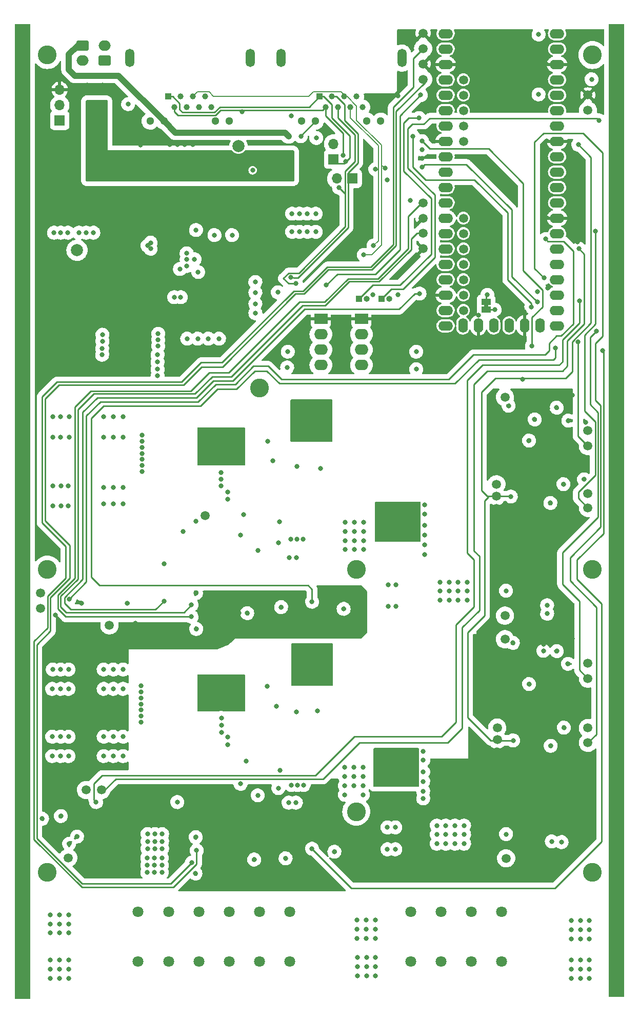
<source format=gbl>
G04 #@! TF.GenerationSoftware,KiCad,Pcbnew,6.0.1-79c1e3a40b~116~ubuntu20.04.1*
G04 #@! TF.CreationDate,2022-07-13T18:57:55+02:00*
G04 #@! TF.ProjectId,Power,506f7765-722e-46b6-9963-61645f706362,rev?*
G04 #@! TF.SameCoordinates,Original*
G04 #@! TF.FileFunction,Copper,L6,Bot*
G04 #@! TF.FilePolarity,Positive*
%FSLAX46Y46*%
G04 Gerber Fmt 4.6, Leading zero omitted, Abs format (unit mm)*
G04 Created by KiCad (PCBNEW 6.0.1-79c1e3a40b~116~ubuntu20.04.1) date 2022-07-13 18:57:55*
%MOMM*%
%LPD*%
G01*
G04 APERTURE LIST*
G04 Aperture macros list*
%AMRoundRect*
0 Rectangle with rounded corners*
0 $1 Rounding radius*
0 $2 $3 $4 $5 $6 $7 $8 $9 X,Y pos of 4 corners*
0 Add a 4 corners polygon primitive as box body*
4,1,4,$2,$3,$4,$5,$6,$7,$8,$9,$2,$3,0*
0 Add four circle primitives for the rounded corners*
1,1,$1+$1,$2,$3*
1,1,$1+$1,$4,$5*
1,1,$1+$1,$6,$7*
1,1,$1+$1,$8,$9*
0 Add four rect primitives between the rounded corners*
20,1,$1+$1,$2,$3,$4,$5,0*
20,1,$1+$1,$4,$5,$6,$7,0*
20,1,$1+$1,$6,$7,$8,$9,0*
20,1,$1+$1,$8,$9,$2,$3,0*%
G04 Aperture macros list end*
G04 #@! TA.AperFunction,ComponentPad*
%ADD10C,1.803400*%
G04 #@! TD*
G04 #@! TA.AperFunction,ComponentPad*
%ADD11C,1.500000*%
G04 #@! TD*
G04 #@! TA.AperFunction,ComponentPad*
%ADD12C,2.000000*%
G04 #@! TD*
G04 #@! TA.AperFunction,ComponentPad*
%ADD13R,2.250000X1.750000*%
G04 #@! TD*
G04 #@! TA.AperFunction,ComponentPad*
%ADD14O,2.250000X1.750000*%
G04 #@! TD*
G04 #@! TA.AperFunction,ComponentPad*
%ADD15C,3.100000*%
G04 #@! TD*
G04 #@! TA.AperFunction,ComponentPad*
%ADD16R,1.000000X1.000000*%
G04 #@! TD*
G04 #@! TA.AperFunction,ComponentPad*
%ADD17C,1.000000*%
G04 #@! TD*
G04 #@! TA.AperFunction,ComponentPad*
%ADD18C,1.300000*%
G04 #@! TD*
G04 #@! TA.AperFunction,ComponentPad*
%ADD19O,1.500000X3.000000*%
G04 #@! TD*
G04 #@! TA.AperFunction,ComponentPad*
%ADD20O,2.400000X1.600000*%
G04 #@! TD*
G04 #@! TA.AperFunction,ComponentPad*
%ADD21O,1.600000X2.400000*%
G04 #@! TD*
G04 #@! TA.AperFunction,ComponentPad*
%ADD22R,1.700000X1.700000*%
G04 #@! TD*
G04 #@! TA.AperFunction,ComponentPad*
%ADD23O,1.700000X1.700000*%
G04 #@! TD*
G04 #@! TA.AperFunction,ComponentPad*
%ADD24RoundRect,0.250000X-0.750000X0.600000X-0.750000X-0.600000X0.750000X-0.600000X0.750000X0.600000X0*%
G04 #@! TD*
G04 #@! TA.AperFunction,ComponentPad*
%ADD25O,2.000000X1.700000*%
G04 #@! TD*
G04 #@! TA.AperFunction,ComponentPad*
%ADD26C,0.800000*%
G04 #@! TD*
G04 #@! TA.AperFunction,ComponentPad*
%ADD27R,2.500000X160.750000*%
G04 #@! TD*
G04 #@! TA.AperFunction,ComponentPad*
%ADD28R,2.500000X161.000000*%
G04 #@! TD*
G04 #@! TA.AperFunction,ComponentPad*
%ADD29RoundRect,0.250000X0.750000X-0.600000X0.750000X0.600000X-0.750000X0.600000X-0.750000X-0.600000X0*%
G04 #@! TD*
G04 #@! TA.AperFunction,ComponentPad*
%ADD30O,1.000000X1.000000*%
G04 #@! TD*
G04 #@! TA.AperFunction,SMDPad,CuDef*
%ADD31R,1.500000X1.000000*%
G04 #@! TD*
G04 #@! TA.AperFunction,ViaPad*
%ADD32C,0.800000*%
G04 #@! TD*
G04 #@! TA.AperFunction,Conductor*
%ADD33C,0.250000*%
G04 #@! TD*
G04 #@! TA.AperFunction,Conductor*
%ADD34C,0.200000*%
G04 #@! TD*
G04 #@! TA.AperFunction,Conductor*
%ADD35C,1.000000*%
G04 #@! TD*
G04 APERTURE END LIST*
G04 #@! TO.C,JP415*
G36*
X119700000Y-67650000D02*
G01*
X119100000Y-67650000D01*
X119100000Y-67150000D01*
X119700000Y-67150000D01*
X119700000Y-67650000D01*
G37*
G04 #@! TD*
D10*
G04 #@! TO.P,J103,1,Pin_1*
G04 #@! TO.N,NGND*
X81950000Y-167500000D03*
X81950000Y-175699999D03*
G04 #@! TO.P,J103,2,Pin_2*
X86950000Y-167500000D03*
X86950000Y-175699999D03*
G04 #@! TD*
G04 #@! TO.P,J105,1,Pin_1*
G04 #@! TO.N,/V_{IHighOut*
X61950000Y-167498800D03*
X61950000Y-175698799D03*
G04 #@! TO.P,J105,2,Pin_2*
X66950000Y-175698799D03*
X66950000Y-167498800D03*
G04 #@! TD*
G04 #@! TO.P,J104,1,Pin_1*
G04 #@! TO.N,GND*
X71950000Y-167500000D03*
X71950000Y-175699999D03*
G04 #@! TO.P,J104,2,Pin_2*
X76950000Y-167500000D03*
X76950000Y-175699999D03*
G04 #@! TD*
D11*
G04 #@! TO.P,TP401,1,1*
G04 #@! TO.N,/HRTIM_CHC1*
X109000000Y-24920000D03*
G04 #@! TD*
G04 #@! TO.P,TP104,1,1*
G04 #@! TO.N,DGND*
X53340000Y-147400000D03*
G04 #@! TD*
G04 #@! TO.P,TP408,1,1*
G04 #@! TO.N,DGND*
X109000000Y-52940000D03*
G04 #@! TD*
D12*
G04 #@! TO.P,VOUT_GND501,1,1*
G04 #@! TO.N,DGND*
X78500000Y-41000000D03*
G04 #@! TD*
D13*
G04 #@! TO.P,PS402,1,-Vin*
G04 #@! TO.N,DGND*
X92107500Y-69592500D03*
D14*
G04 #@! TO.P,PS402,2,+Vin*
G04 #@! TO.N,+5VD*
X92107500Y-72132500D03*
G04 #@! TO.P,PS402,3,-Vout*
G04 #@! TO.N,GND*
X92107500Y-74672500D03*
G04 #@! TO.P,PS402,4,+Vout*
G04 #@! TO.N,+12V*
X92107500Y-77212500D03*
G04 #@! TD*
D15*
G04 #@! TO.P,H101,1,1*
G04 #@! TO.N,Earth_Protective*
X136950000Y-161000000D03*
G04 #@! TD*
D11*
G04 #@! TO.P,TP307,1,1*
G04 #@! TO.N,+5VD*
X121200000Y-141100000D03*
G04 #@! TD*
G04 #@! TO.P,TP304,1,1*
G04 #@! TO.N,DGND*
X136200000Y-126460000D03*
G04 #@! TD*
D15*
G04 #@! TO.P,H107,1,1*
G04 #@! TO.N,Earth_Protective*
X46950000Y-26000000D03*
G04 #@! TD*
D11*
G04 #@! TO.P,TP305,1,1*
G04 #@! TO.N,DGND*
X121230000Y-137100000D03*
G04 #@! TD*
D15*
G04 #@! TO.P,H104,1,1*
G04 #@! TO.N,Earth_Protective*
X46950000Y-111000000D03*
G04 #@! TD*
D11*
G04 #@! TO.P,TP404,1,1*
G04 #@! TO.N,/HRTIM_CHA2*
X109000000Y-50400000D03*
G04 #@! TD*
G04 #@! TO.P,TP202,1,1*
G04 #@! TO.N,DGND*
X136200000Y-98400000D03*
G04 #@! TD*
G04 #@! TO.P,TP103,1,1*
G04 #@! TO.N,/I_{IHighop}*
X55880000Y-147400000D03*
G04 #@! TD*
G04 #@! TO.P,TP407,1,1*
G04 #@! TO.N,DGND*
X109000000Y-58000000D03*
G04 #@! TD*
D16*
G04 #@! TO.P,J404,1*
G04 #@! TO.N,/Bottom side/CAN_H*
X91900000Y-32850000D03*
D17*
G04 #@! TO.P,J404,2*
G04 #@! TO.N,/Bottom side/CAN_L*
X92916000Y-34630000D03*
G04 #@! TO.P,J404,3*
G04 #@! TO.N,/Bottom side/A*
X93932000Y-32850000D03*
G04 #@! TO.P,J404,4*
G04 #@! TO.N,/Bottom side/B*
X94948000Y-34630000D03*
G04 #@! TO.P,J404,5*
G04 #@! TO.N,/Bottom side/SHARE+*
X95964000Y-32850000D03*
G04 #@! TO.P,J404,6*
G04 #@! TO.N,/Bottom side/SHARE-*
X96980000Y-34630000D03*
G04 #@! TO.P,J404,7*
G04 #@! TO.N,/Bottom side/HRTIM1_SCIN*
X97996000Y-32850000D03*
G04 #@! TO.P,J404,8*
G04 #@! TO.N,/Bottom side/GND_COM*
X99012000Y-34630000D03*
D18*
G04 #@! TO.P,J404,9*
G04 #@! TO.N,Net-(J404-Pad9)*
X88915500Y-36914000D03*
G04 #@! TO.P,J404,10*
G04 #@! TO.N,/Bottom side/PWR_COM2*
X91201500Y-36914000D03*
G04 #@! TO.P,J404,11*
G04 #@! TO.N,Net-(J404-Pad11)*
X99710500Y-36914000D03*
G04 #@! TO.P,J404,12*
G04 #@! TO.N,+3V3*
X101996500Y-36914000D03*
D19*
G04 #@! TO.P,J404,SH*
G04 #@! TO.N,Earth_Protective*
X105489000Y-26500000D03*
X85550000Y-26500000D03*
G04 #@! TD*
D11*
G04 #@! TO.P,TP309,1,1*
G04 #@! TO.N,NGND*
X122700000Y-158700000D03*
G04 #@! TD*
D20*
G04 #@! TO.P,U401,1,PB11*
G04 #@! TO.N,/Bottom side/DAC3_OUT1*
X112700000Y-22462500D03*
G04 #@! TO.P,U401,2,PB12*
G04 #@! TO.N,/HRTIM_CHC1*
X112700000Y-25002500D03*
G04 #@! TO.P,U401,3,GND*
G04 #@! TO.N,DGND*
X112700000Y-27542500D03*
G04 #@! TO.P,U401,4,PB13*
G04 #@! TO.N,/HRTIM_CHC2*
X112700000Y-30082500D03*
G04 #@! TO.P,U401,5,PB14*
G04 #@! TO.N,/Bottom side/USART3_DE*
X112700000Y-32622500D03*
G04 #@! TO.P,U401,6,PB15*
G04 #@! TO.N,/Bottom side/ADC4_IN5*
X112700000Y-35162500D03*
G04 #@! TO.P,U401,7,PC6*
G04 #@! TO.N,/Bottom side/PC6*
X112700000Y-37702500D03*
G04 #@! TO.P,U401,8,GND*
G04 #@! TO.N,DGND*
X112700000Y-40242500D03*
G04 #@! TO.P,U401,9,PC7*
G04 #@! TO.N,unconnected-(U401-Pad9)*
X112700000Y-42782500D03*
G04 #@! TO.P,U401,10,PC8*
G04 #@! TO.N,unconnected-(U401-Pad10)*
X112700000Y-45322500D03*
G04 #@! TO.P,U401,11,PC9*
G04 #@! TO.N,unconnected-(U401-Pad11)*
X112700000Y-47862500D03*
G04 #@! TO.P,U401,12,PA8*
G04 #@! TO.N,/HRTIM_CHA2*
X112700000Y-50402500D03*
G04 #@! TO.P,U401,13,GND*
G04 #@! TO.N,DGND*
X112700000Y-52942500D03*
G04 #@! TO.P,U401,14,PA9*
G04 #@! TO.N,/HRTIM_CHA1*
X112700000Y-55482500D03*
G04 #@! TO.P,U401,15,PA10*
G04 #@! TO.N,unconnected-(U401-Pad15)*
X112700000Y-58022500D03*
G04 #@! TO.P,U401,16,PC10*
G04 #@! TO.N,/Bottom side/USART3_TX*
X112700000Y-60562500D03*
G04 #@! TO.P,U401,17,PC11*
G04 #@! TO.N,/Bottom side/USART3_RX*
X112700000Y-63102500D03*
G04 #@! TO.P,U401,18,GND*
G04 #@! TO.N,DGND*
X112700000Y-65642500D03*
G04 #@! TO.P,U401,19,PC12*
G04 #@! TO.N,/Bottom side/PC12*
X112700000Y-68182500D03*
G04 #@! TO.P,U401,20,PB4*
G04 #@! TO.N,unconnected-(U401-Pad20)*
X112700000Y-70722500D03*
D21*
G04 #@! TO.P,U401,21,PB5*
G04 #@! TO.N,unconnected-(U401-Pad21)*
X115550000Y-70662500D03*
G04 #@! TO.P,U401,22,GND*
G04 #@! TO.N,DGND*
X118090000Y-70662500D03*
G04 #@! TO.P,U401,23,PB6*
G04 #@! TO.N,/Bottom side/PB6*
X120630000Y-70662500D03*
G04 #@! TO.P,U401,24,PB7*
G04 #@! TO.N,unconnected-(U401-Pad24)*
X123170000Y-70662500D03*
G04 #@! TO.P,U401,25,GND*
G04 #@! TO.N,DGND*
X125710000Y-70662500D03*
G04 #@! TO.P,U401,26,PB8*
G04 #@! TO.N,/Bottom side/FDCAN1_{RX}*
X128250000Y-70662500D03*
D20*
G04 #@! TO.P,U401,27,PB9*
G04 #@! TO.N,/Bottom side/FDCAN1_{TX}*
X131100000Y-70722500D03*
G04 #@! TO.P,U401,28,PC13*
G04 #@! TO.N,/Bottom side/PC13*
X131100000Y-68182500D03*
G04 #@! TO.P,U401,29,GND*
G04 #@! TO.N,DGND*
X131100000Y-65642500D03*
G04 #@! TO.P,U401,30,PC0*
G04 #@! TO.N,/V_{I2Low}*
X131100000Y-63102500D03*
G04 #@! TO.P,U401,31,PC1*
G04 #@! TO.N,/I_{I2Low}*
X131100000Y-60562500D03*
G04 #@! TO.P,U401,32,PC2*
G04 #@! TO.N,/I_{IHighop}*
X131100000Y-58022500D03*
G04 #@! TO.P,U401,33,PC3*
G04 #@! TO.N,/V_{IHighop}*
X131100000Y-55482500D03*
G04 #@! TO.P,U401,34,GND*
G04 #@! TO.N,DGND*
X131100000Y-52942500D03*
G04 #@! TO.P,U401,35,PA0*
G04 #@! TO.N,/V_{I1Low}*
X131100000Y-50402500D03*
G04 #@! TO.P,U401,36,PA1*
G04 #@! TO.N,/I_{I1Low}*
X131100000Y-47862500D03*
G04 #@! TO.P,U401,37,PB0*
G04 #@! TO.N,/Bottom side/ADC3_IN12*
X131100000Y-45322500D03*
G04 #@! TO.P,U401,38,PA5*
G04 #@! TO.N,unconnected-(U401-Pad38)*
X131100000Y-42782500D03*
G04 #@! TO.P,U401,39,GND*
G04 #@! TO.N,DGND*
X131100000Y-40242500D03*
G04 #@! TO.P,U401,40,PA6*
G04 #@! TO.N,/Bottom side/DAC2*
X131100000Y-37702500D03*
G04 #@! TO.P,U401,41,PC4*
G04 #@! TO.N,/Bottom side/ADC2_IN5*
X131100000Y-35162500D03*
G04 #@! TO.P,U401,42,+3.3V*
G04 #@! TO.N,+3V3*
X131100000Y-32622500D03*
G04 #@! TO.P,U401,43,PB1*
G04 #@! TO.N,/Bottom side/PB1*
X131100000Y-30082500D03*
G04 #@! TO.P,U401,44,GND*
G04 #@! TO.N,DGND*
X131100000Y-27542500D03*
G04 #@! TO.P,U401,45,+VBAT*
G04 #@! TO.N,+BATT*
X131100000Y-25002500D03*
G04 #@! TO.P,U401,46,+VIN*
G04 #@! TO.N,+5VD*
X131100000Y-22462500D03*
D11*
G04 #@! TO.P,U401,47,PB10*
G04 #@! TO.N,unconnected-(U401-Pad47)*
X115640000Y-30082500D03*
G04 #@! TO.P,U401,48,PB2*
G04 #@! TO.N,unconnected-(U401-Pad48)*
X115640000Y-32622500D03*
G04 #@! TO.P,U401,49,PC5*
G04 #@! TO.N,unconnected-(U401-Pad49)*
X115640000Y-35162500D03*
G04 #@! TO.P,U401,50,PA7*
G04 #@! TO.N,unconnected-(U401-Pad50)*
X115640000Y-37702500D03*
G04 #@! TO.P,U401,51,PA4*
G04 #@! TO.N,unconnected-(U401-Pad51)*
X115640000Y-40242500D03*
G04 #@! TO.P,U401,52,PA13*
G04 #@! TO.N,unconnected-(U401-Pad52)*
X115640000Y-52942500D03*
G04 #@! TO.P,U401,53,PA14*
G04 #@! TO.N,unconnected-(U401-Pad53)*
X115640000Y-55482500D03*
G04 #@! TO.P,U401,54,PA15*
G04 #@! TO.N,unconnected-(U401-Pad54)*
X115640000Y-58022500D03*
G04 #@! TO.P,U401,55,PD2*
G04 #@! TO.N,unconnected-(U401-Pad55)*
X115640000Y-60562500D03*
G04 #@! TO.P,U401,56,PB3*
G04 #@! TO.N,unconnected-(U401-Pad56)*
X115640000Y-63102500D03*
G04 #@! TO.P,U401,57,PA2*
G04 #@! TO.N,unconnected-(U401-Pad57)*
X115640000Y-65642500D03*
G04 #@! TO.P,U401,58,PA3*
G04 #@! TO.N,unconnected-(U401-Pad58)*
X115640000Y-68182500D03*
G04 #@! TD*
D22*
G04 #@! TO.P,JP403,1,A*
G04 #@! TO.N,/Bottom side/A*
X97275000Y-46400000D03*
D23*
G04 #@! TO.P,JP403,2,B*
G04 #@! TO.N,Net-(JP403-Pad2)*
X94735000Y-46400000D03*
G04 #@! TD*
D11*
G04 #@! TO.P,TP205,1,1*
G04 #@! TO.N,DGND*
X121100000Y-96900000D03*
G04 #@! TD*
D15*
G04 #@! TO.P,H108,1,1*
G04 #@! TO.N,Earth_Protective*
X136950000Y-26000000D03*
G04 #@! TD*
D11*
G04 #@! TO.P,TP208,1,1*
G04 #@! TO.N,DGND*
X122500000Y-82500000D03*
G04 #@! TD*
D10*
G04 #@! TO.P,J102,1,Pin_1*
G04 #@! TO.N,Net-(F101-Pad2)*
X106950000Y-167498800D03*
X106950000Y-175698799D03*
G04 #@! TO.P,J102,2,Pin_2*
X111950000Y-167498800D03*
X111950000Y-175698799D03*
G04 #@! TD*
D11*
G04 #@! TO.P,TP301,1,1*
G04 #@! TO.N,/V_{I2Low}*
X136200000Y-139600000D03*
G04 #@! TD*
G04 #@! TO.P,TP101,1,1*
G04 #@! TO.N,/V_{IHighop}*
X45800000Y-114860000D03*
G04 #@! TD*
G04 #@! TO.P,TP303,1,1*
G04 #@! TO.N,/I_{I2Low}*
X136200000Y-129000000D03*
G04 #@! TD*
G04 #@! TO.P,TP201,1,1*
G04 #@! TO.N,/V_{I1Low}*
X136200000Y-100800000D03*
G04 #@! TD*
G04 #@! TO.P,TP302,1,1*
G04 #@! TO.N,DGND*
X136200000Y-137160000D03*
G04 #@! TD*
G04 #@! TO.P,TP406,1,1*
G04 #@! TO.N,DGND*
X109000000Y-22380000D03*
G04 #@! TD*
G04 #@! TO.P,TP306,1,1*
G04 #@! TO.N,/VRef*
X121230000Y-139100000D03*
G04 #@! TD*
G04 #@! TO.P,TP308,1,1*
G04 #@! TO.N,DGND*
X122500000Y-122500000D03*
G04 #@! TD*
G04 #@! TO.P,TP106,1,1*
G04 #@! TO.N,DGND*
X50400000Y-158600000D03*
G04 #@! TD*
D13*
G04 #@! TO.P,PS401,1,-Vin*
G04 #@! TO.N,DGND*
X98807500Y-69592500D03*
D14*
G04 #@! TO.P,PS401,2,+Vin*
G04 #@! TO.N,+5VD*
X98807500Y-72132500D03*
G04 #@! TO.P,PS401,3,-Vout*
G04 #@! TO.N,NGND*
X98807500Y-74672500D03*
G04 #@! TO.P,PS401,4,+Vout*
G04 #@! TO.N,+5VN*
X98807500Y-77212500D03*
G04 #@! TD*
D11*
G04 #@! TO.P,TP203,1,1*
G04 #@! TO.N,/I_{I1Low}*
X136200000Y-90600000D03*
G04 #@! TD*
D12*
G04 #@! TO.P,GND501,1,1*
G04 #@! TO.N,GND*
X51850000Y-58240000D03*
G04 #@! TD*
D11*
G04 #@! TO.P,TP402,1,1*
G04 #@! TO.N,/HRTIM_CHC2*
X109000000Y-30000000D03*
G04 #@! TD*
G04 #@! TO.P,TP105,1,1*
G04 #@! TO.N,DGND*
X57200000Y-120200000D03*
G04 #@! TD*
D24*
G04 #@! TO.P,J405,1,Pin_1*
G04 #@! TO.N,/Bottom side/PWR_COM1*
X52800000Y-24400000D03*
D25*
G04 #@! TO.P,J405,2,Pin_2*
G04 #@! TO.N,/Bottom side/GND_COM*
X52800000Y-26900000D03*
G04 #@! TD*
D26*
G04 #@! TO.P,N101,1,PAD*
G04 #@! TO.N,Earth_Protective*
X43150000Y-83625000D03*
X140650000Y-93375000D03*
X43150000Y-33625000D03*
X140650000Y-123375000D03*
X140650000Y-43375000D03*
X43150000Y-23625000D03*
X43150000Y-43625000D03*
X43150000Y-93625000D03*
X140650000Y-83375000D03*
X43150000Y-103625000D03*
X43150000Y-133625000D03*
D27*
X140900000Y-101250000D03*
D26*
X43150000Y-123625000D03*
X140650000Y-33375000D03*
X140650000Y-73375000D03*
X140650000Y-173375000D03*
X43150000Y-143625000D03*
X140650000Y-23375000D03*
X43150000Y-113625000D03*
X140650000Y-113375000D03*
X43150000Y-53625000D03*
X140650000Y-103375000D03*
X43150000Y-163625000D03*
X43150000Y-73625000D03*
D28*
X42900000Y-101375000D03*
D26*
X140650000Y-63375000D03*
X140650000Y-143375000D03*
X43150000Y-173625000D03*
X43150000Y-63625000D03*
X140650000Y-163375000D03*
X43150000Y-153625000D03*
X140650000Y-133375000D03*
X140650000Y-53375000D03*
X140650000Y-153375000D03*
G04 #@! TD*
D22*
G04 #@! TO.P,JP401,1,A*
G04 #@! TO.N,/Bottom side/CAN_H*
X94210000Y-43200000D03*
D23*
G04 #@! TO.P,JP401,2,B*
G04 #@! TO.N,Net-(JP401-Pad2)*
X94210000Y-40660000D03*
G04 #@! TD*
D15*
G04 #@! TO.P,H106,1,1*
G04 #@! TO.N,Earth_Protective*
X136950000Y-111000000D03*
G04 #@! TD*
G04 #@! TO.P,H103,1,1*
G04 #@! TO.N,Earth_Protective*
X97950000Y-111000000D03*
G04 #@! TD*
D11*
G04 #@! TO.P,TP102,1,1*
G04 #@! TO.N,DGND*
X45800000Y-117400000D03*
G04 #@! TD*
D29*
G04 #@! TO.P,J406,1,Pin_1*
G04 #@! TO.N,/Bottom side/PWR_COM2*
X56400000Y-26900000D03*
D25*
G04 #@! TO.P,J406,2,Pin_2*
G04 #@! TO.N,/Bottom side/GND_COM*
X56400000Y-24400000D03*
G04 #@! TD*
D11*
G04 #@! TO.P,TP405,1,1*
G04 #@! TO.N,DGND*
X109000000Y-27460000D03*
G04 #@! TD*
G04 #@! TO.P,TP209,1,1*
G04 #@! TO.N,NGND*
X122500000Y-118600000D03*
G04 #@! TD*
G04 #@! TO.P,TP206,1,1*
G04 #@! TO.N,/VRef*
X121100000Y-98900000D03*
G04 #@! TD*
D16*
G04 #@! TO.P,J403,1*
G04 #@! TO.N,/Bottom side/CAN_H*
X66900000Y-32850000D03*
D17*
G04 #@! TO.P,J403,2*
G04 #@! TO.N,/Bottom side/CAN_L*
X67916000Y-34630000D03*
G04 #@! TO.P,J403,3*
G04 #@! TO.N,/Bottom side/A*
X68932000Y-32850000D03*
G04 #@! TO.P,J403,4*
G04 #@! TO.N,/Bottom side/B*
X69948000Y-34630000D03*
G04 #@! TO.P,J403,5*
G04 #@! TO.N,/Bottom side/SHARE+*
X70964000Y-32850000D03*
G04 #@! TO.P,J403,6*
G04 #@! TO.N,/Bottom side/SHARE-*
X71980000Y-34630000D03*
G04 #@! TO.P,J403,7*
G04 #@! TO.N,/Bottom side/HRTIM1_SCIN*
X72996000Y-32850000D03*
G04 #@! TO.P,J403,8*
G04 #@! TO.N,/Bottom side/GND_COM*
X74012000Y-34630000D03*
D18*
G04 #@! TO.P,J403,9*
G04 #@! TO.N,Net-(J403-Pad9)*
X63915500Y-36914000D03*
G04 #@! TO.P,J403,10*
G04 #@! TO.N,/Bottom side/PWR_COM1*
X66201500Y-36914000D03*
G04 #@! TO.P,J403,11*
G04 #@! TO.N,Net-(J403-Pad11)*
X74710500Y-36914000D03*
G04 #@! TO.P,J403,12*
G04 #@! TO.N,+3V3*
X76996500Y-36914000D03*
D19*
G04 #@! TO.P,J403,SH*
G04 #@! TO.N,Earth_Protective*
X80489000Y-26500000D03*
X60550000Y-26500000D03*
G04 #@! TD*
D10*
G04 #@! TO.P,J101,1,Pin_1*
G04 #@! TO.N,Net-(F102-Pad2)*
X116950000Y-175698799D03*
X116950000Y-167498800D03*
G04 #@! TO.P,J101,2,Pin_2*
X121950000Y-175698799D03*
X121950000Y-167498800D03*
G04 #@! TD*
D11*
G04 #@! TO.P,TP403,1,1*
G04 #@! TO.N,/HRTIM_CHA1*
X109000000Y-55460000D03*
G04 #@! TD*
G04 #@! TO.P,TP409,1,1*
G04 #@! TO.N,/Bottom side/DAC2*
X136200000Y-35140000D03*
G04 #@! TD*
D15*
G04 #@! TO.P,H105,1,1*
G04 #@! TO.N,Earth_Protective*
X46950000Y-161000000D03*
G04 #@! TD*
D11*
G04 #@! TO.P,TP204,1,1*
G04 #@! TO.N,DGND*
X136200000Y-88060000D03*
G04 #@! TD*
D15*
G04 #@! TO.P,H109,1,1*
G04 #@! TO.N,Earth_Protective*
X81950000Y-81000000D03*
G04 #@! TD*
D11*
G04 #@! TO.P,TP410,1,1*
G04 #@! TO.N,DGND*
X136200000Y-32600000D03*
G04 #@! TD*
G04 #@! TO.P,TP207,1,1*
G04 #@! TO.N,+5VD*
X121100000Y-100900000D03*
G04 #@! TD*
D15*
G04 #@! TO.P,H102,1,1*
G04 #@! TO.N,Earth_Protective*
X97950000Y-151000000D03*
G04 #@! TD*
D22*
G04 #@! TO.P,J505,1,Pin_1*
G04 #@! TO.N,/Feeder/+6VJP*
X49000000Y-36800000D03*
D23*
G04 #@! TO.P,J505,2,Pin_2*
G04 #@! TO.N,+6V*
X49000000Y-34260000D03*
G04 #@! TO.P,J505,3,Pin_3*
G04 #@! TO.N,DGND*
X49000000Y-31720000D03*
G04 #@! TD*
D11*
G04 #@! TO.P,TP107,1,1*
G04 #@! TO.N,GND*
X73000000Y-102100000D03*
G04 #@! TD*
D16*
G04 #@! TO.P,TH402,1*
G04 #@! TO.N,/Bottom side/Temp2*
X102100000Y-66275000D03*
D30*
G04 #@! TO.P,TH402,2*
G04 #@! TO.N,DGND*
X103370000Y-66275000D03*
G04 #@! TD*
D31*
G04 #@! TO.P,JP415,1,A*
G04 #@! TO.N,/Bottom side/PB6*
X119400000Y-68050000D03*
G04 #@! TO.P,JP415,2,B*
G04 #@! TO.N,/Bottom side/HRTIM1_SCIN*
X119400000Y-66750000D03*
G04 #@! TD*
D16*
G04 #@! TO.P,TH401,1*
G04 #@! TO.N,/Bottom side/Temp*
X98400000Y-66275000D03*
D30*
G04 #@! TO.P,TH401,2*
G04 #@! TO.N,DGND*
X99670000Y-66275000D03*
G04 #@! TD*
D32*
G04 #@! TO.N,/V2_Low*
X101090000Y-171900000D03*
X115750000Y-154780000D03*
X99590000Y-170400000D03*
X98090000Y-170400000D03*
X115750000Y-156280000D03*
X98090000Y-168900000D03*
X111250000Y-153280000D03*
X99590000Y-168900000D03*
X114250000Y-154780000D03*
X114250000Y-153280000D03*
X99590000Y-171900000D03*
X111250000Y-156280000D03*
X112750000Y-156280000D03*
X111250000Y-154780000D03*
X101090000Y-170400000D03*
X115750000Y-153280000D03*
X114250000Y-156280000D03*
X112750000Y-153280000D03*
X101090000Y-168900000D03*
X98090000Y-171900000D03*
X112750000Y-154780000D03*
G04 #@! TO.N,+12V*
X66200000Y-110000000D03*
X89150000Y-106000000D03*
X89250000Y-146605000D03*
X88250000Y-146605000D03*
X68400000Y-149400000D03*
X81750000Y-107800000D03*
X81690000Y-148292500D03*
X87150000Y-106000000D03*
X87250000Y-146605000D03*
X86550000Y-77600000D03*
X88150000Y-106000000D03*
G04 #@! TO.N,+5VD*
X133600000Y-122400000D03*
X132700000Y-92600000D03*
X130150000Y-134712500D03*
X87350000Y-55200000D03*
X88550000Y-55200000D03*
X91250000Y-55200000D03*
X88400000Y-115050000D03*
X54400000Y-153500000D03*
X87350000Y-52200000D03*
X130265000Y-94487500D03*
X123150000Y-94700000D03*
X128250000Y-131112500D03*
X131600000Y-92600000D03*
X78550000Y-118200000D03*
X129600000Y-84400000D03*
X122850000Y-142400000D03*
X88340000Y-155542500D03*
X133600000Y-82200000D03*
X128050000Y-22600000D03*
X106903437Y-50000000D03*
X128165000Y-90987500D03*
X123150000Y-93200000D03*
X124550000Y-93200000D03*
X91250000Y-52200000D03*
X135819458Y-86654860D03*
X48500000Y-147800000D03*
X128850000Y-123312500D03*
X88550000Y-52200000D03*
X61450000Y-119900000D03*
X85000000Y-65200000D03*
X78850000Y-158800000D03*
X128400000Y-84400000D03*
X133800000Y-92600000D03*
X48300000Y-118500000D03*
X89850000Y-55200000D03*
X122565000Y-100087500D03*
X55250000Y-160895000D03*
X124550000Y-94700000D03*
X89850000Y-52200000D03*
G04 #@! TO.N,/V1_Low*
X133450000Y-172000000D03*
X116265000Y-116062500D03*
X136450000Y-170500000D03*
X113265000Y-114562500D03*
X116265000Y-113062500D03*
X134950000Y-172000000D03*
X111765000Y-113062500D03*
X111765000Y-114562500D03*
X136450000Y-169000000D03*
X136450000Y-172000000D03*
X134950000Y-169000000D03*
X111765000Y-116062500D03*
X113265000Y-116062500D03*
X114765000Y-114562500D03*
X113265000Y-113062500D03*
X114765000Y-113062500D03*
X116265000Y-114562500D03*
X133450000Y-169000000D03*
X114765000Y-116062500D03*
X133450000Y-170500000D03*
X134950000Y-170500000D03*
G04 #@! TO.N,Net-(F101-Pad2)*
X98150000Y-175100000D03*
X99650000Y-176600000D03*
X99650000Y-178100000D03*
X101150000Y-178100000D03*
X98150000Y-178100000D03*
X101150000Y-175100000D03*
X101150000Y-176600000D03*
X99650000Y-175100000D03*
X98150000Y-176600000D03*
G04 #@! TO.N,Net-(F102-Pad2)*
X133450000Y-178500000D03*
X134950000Y-175500000D03*
X136450000Y-175500000D03*
X133450000Y-177000000D03*
X134950000Y-178500000D03*
X136450000Y-177000000D03*
X133450000Y-175500000D03*
X136450000Y-178500000D03*
X134950000Y-177000000D03*
G04 #@! TO.N,Net-(F103-Pad2)*
X63450000Y-161000000D03*
X48950000Y-168040000D03*
X65850000Y-159800000D03*
X50450000Y-168040000D03*
X47450000Y-168040000D03*
X47450000Y-171040000D03*
X65850000Y-161000000D03*
X64650000Y-158600000D03*
X63450000Y-158600000D03*
X48950000Y-169540000D03*
X48950000Y-171040000D03*
X63450000Y-159800000D03*
X47450000Y-169540000D03*
X50450000Y-171040000D03*
X65850000Y-158600000D03*
X64650000Y-159800000D03*
X64650000Y-161000000D03*
X50450000Y-169540000D03*
G04 #@! TO.N,Net-(D202-Pad2)*
X84150000Y-93000000D03*
X79349999Y-101887701D03*
G04 #@! TO.N,Net-(D203-Pad2)*
X88138171Y-93987230D03*
X85250000Y-103100000D03*
G04 #@! TO.N,+3V3*
X128050000Y-32500000D03*
X104800000Y-65600000D03*
X100700000Y-65600000D03*
X108800000Y-41600000D03*
G04 #@! TO.N,GND*
X99125000Y-106200000D03*
X54550000Y-55340000D03*
X99125000Y-107700000D03*
X47750000Y-130700000D03*
X87990000Y-149492500D03*
X65150000Y-75500000D03*
X68975000Y-66002500D03*
X50450000Y-127500000D03*
X62550001Y-88800000D03*
X81300000Y-65240000D03*
X75650000Y-97200000D03*
X96065000Y-148192500D03*
X50350000Y-55340000D03*
X99125000Y-104700000D03*
X96065000Y-145192500D03*
X50375000Y-100500000D03*
X49150000Y-89100000D03*
X62550000Y-94800000D03*
X97625000Y-104700000D03*
X97625000Y-103200000D03*
X65250000Y-74050000D03*
X62450000Y-130205000D03*
X75650000Y-95000000D03*
X47850000Y-89100000D03*
X96125000Y-106200000D03*
X69950000Y-60840000D03*
X71500000Y-54900000D03*
X62450000Y-132205000D03*
X49150000Y-138600000D03*
X99065000Y-145192500D03*
X96065000Y-143692500D03*
X47875000Y-100500000D03*
X49150000Y-85700000D03*
X65150000Y-77900000D03*
X47750000Y-138600000D03*
X49150000Y-130700000D03*
X62550001Y-90800000D03*
X50450000Y-130700000D03*
X47850000Y-127500000D03*
X67900000Y-66000000D03*
X50450000Y-141800000D03*
X47850000Y-85700000D03*
X99125000Y-103200000D03*
X50550000Y-85700000D03*
X76750000Y-99400000D03*
X47750000Y-141800000D03*
X65150000Y-76700000D03*
X62550001Y-89800000D03*
X50550000Y-89100000D03*
X97565000Y-146692500D03*
X49175000Y-100500000D03*
X62550000Y-91800000D03*
X76690000Y-139892500D03*
X91541250Y-134343750D03*
X49175000Y-97200000D03*
X85090000Y-147092500D03*
X99065000Y-148192500D03*
X62550000Y-93800000D03*
X50375000Y-97200000D03*
X73550000Y-72840000D03*
X97625000Y-107700000D03*
X81293750Y-63490000D03*
X69950000Y-59740000D03*
X62450000Y-136205000D03*
X75690000Y-136692500D03*
X65150000Y-79000000D03*
X81300000Y-67089511D03*
X62450000Y-133205000D03*
X86790000Y-149492500D03*
X92062299Y-94312299D03*
X69350000Y-104700000D03*
X71850000Y-61840000D03*
X96125000Y-103200000D03*
X62450000Y-134205000D03*
X71250000Y-59740000D03*
X99065000Y-143692500D03*
X74550000Y-55740000D03*
X76690000Y-138692500D03*
X88050000Y-109000000D03*
X50450000Y-138600000D03*
X81300000Y-68640000D03*
X62450000Y-135205000D03*
X75690000Y-137892500D03*
X71450000Y-103000000D03*
X75300000Y-72840000D03*
X97625000Y-106200000D03*
X47875000Y-97200000D03*
X76750000Y-98200000D03*
X86850000Y-109000000D03*
X70050000Y-72840000D03*
X71800000Y-72840000D03*
X99065000Y-146692500D03*
X48050000Y-55340000D03*
X68850000Y-61340000D03*
X96065000Y-146692500D03*
X52150000Y-55340000D03*
X96125000Y-107700000D03*
X75690000Y-135492500D03*
X62550000Y-92800000D03*
X65250000Y-73050000D03*
X62450000Y-131205000D03*
X97565000Y-145192500D03*
X49150000Y-127500000D03*
X65250000Y-72050000D03*
X97565000Y-143692500D03*
X75650000Y-96100000D03*
X86650000Y-75000000D03*
X49150000Y-141800000D03*
X96125000Y-104700000D03*
X85150000Y-106600000D03*
X49150000Y-55340000D03*
X53350000Y-55340000D03*
X69950000Y-58740000D03*
X77450000Y-55740000D03*
G04 #@! TO.N,+5VN*
X131850000Y-156017500D03*
X107850000Y-77900000D03*
X122665000Y-114487500D03*
X122690000Y-154705000D03*
G04 #@! TO.N,Net-(D302-Pad2)*
X84750000Y-133600000D03*
X79750000Y-142600000D03*
G04 #@! TO.N,Net-(D303-Pad2)*
X88090000Y-134492500D03*
X85350000Y-144200000D03*
G04 #@! TO.N,DGND*
X131052500Y-124467500D03*
X53550000Y-32100000D03*
X129400000Y-40200000D03*
X103100000Y-46625000D03*
X114600000Y-27600000D03*
X56050000Y-31000000D03*
X54950000Y-48690000D03*
X79950000Y-118200000D03*
X115400000Y-51000000D03*
X110000000Y-64600000D03*
X129400000Y-52900000D03*
X134500000Y-56900000D03*
X89500000Y-43900000D03*
X50550000Y-156275500D03*
X99703125Y-49700000D03*
X135540500Y-96087500D03*
X132240000Y-137102500D03*
X130050000Y-140105000D03*
X118100000Y-69000000D03*
X127900000Y-65100000D03*
X60150000Y-116575500D03*
X52950000Y-48690000D03*
X71450000Y-155205000D03*
X120600000Y-31900000D03*
X125700000Y-68400000D03*
X129300000Y-27500000D03*
X71550000Y-120800000D03*
X67150000Y-40740000D03*
X63250000Y-40340000D03*
X92200000Y-45100000D03*
X123800000Y-123100000D03*
X130000000Y-100000000D03*
X68400000Y-40740000D03*
X123100000Y-83924500D03*
X132167500Y-96885000D03*
X51850000Y-155100000D03*
X70950000Y-40740000D03*
X49181250Y-151713750D03*
X127400000Y-86200000D03*
X126465000Y-89687500D03*
X128850000Y-124417500D03*
X129600000Y-64450000D03*
X71400000Y-161200000D03*
X85000000Y-61000000D03*
X71491406Y-114883192D03*
X89500000Y-45100000D03*
X81090000Y-158892500D03*
X62350000Y-39840000D03*
X80850000Y-45040000D03*
X95869232Y-117481268D03*
X53550000Y-31000000D03*
X90800000Y-45100000D03*
X132900000Y-126562500D03*
X120500000Y-45600000D03*
X52572493Y-116575000D03*
X62350000Y-40840000D03*
X53950000Y-48690000D03*
X108800000Y-43100000D03*
X69650000Y-40740000D03*
X104800000Y-32700000D03*
X131027500Y-84250000D03*
X126490000Y-129905000D03*
X56050000Y-32100000D03*
X85550000Y-117200000D03*
X81050000Y-48240000D03*
X132965000Y-86387500D03*
X94350000Y-157600000D03*
X46073750Y-152148750D03*
X86290000Y-158692500D03*
G04 #@! TO.N,NGND*
X109200000Y-101800000D03*
X107850000Y-75000000D03*
X109200000Y-106900000D03*
X106950000Y-142900000D03*
X129465000Y-116887500D03*
X105350000Y-105400000D03*
X105350000Y-100900000D03*
X109200000Y-100300000D03*
X105490000Y-141392500D03*
X105490000Y-142892500D03*
X103850000Y-103900000D03*
X103850000Y-105400000D03*
X109000000Y-142500000D03*
X102490000Y-142892500D03*
X103850000Y-102400000D03*
X104500000Y-113500000D03*
X109000000Y-147600000D03*
X129465000Y-118287500D03*
X103990000Y-145892500D03*
X103990000Y-141392500D03*
X106850000Y-103900000D03*
X109200000Y-105300000D03*
X109000000Y-148800000D03*
X109000000Y-146000000D03*
X130250000Y-155900000D03*
X106850000Y-102400000D03*
X105350000Y-103900000D03*
X103850000Y-100900000D03*
X102490000Y-144392500D03*
X103990000Y-144392500D03*
X106950000Y-144400000D03*
X102550000Y-102400000D03*
X105490000Y-144392500D03*
X103200000Y-117100000D03*
X103100000Y-153600000D03*
X105350000Y-102400000D03*
X103990000Y-142892500D03*
X106850000Y-105400000D03*
X102550000Y-103900000D03*
X109200000Y-103700000D03*
X102490000Y-145892500D03*
X109000000Y-141000000D03*
X104400000Y-153600000D03*
X106950000Y-141400000D03*
X103200000Y-113500000D03*
X105490000Y-145892500D03*
X104400000Y-157200000D03*
X103100000Y-157200000D03*
X109000000Y-144400000D03*
X102490000Y-141392500D03*
X106850000Y-100900000D03*
X109200000Y-108500000D03*
X102550000Y-105400000D03*
X106950000Y-145900000D03*
X104500000Y-117100000D03*
X102550000Y-100900000D03*
G04 #@! TO.N,/Power Leg 2/SW_Node*
X92690000Y-125992500D03*
X91190000Y-124492500D03*
X92690000Y-128992500D03*
X89690000Y-128992500D03*
X89690000Y-125992500D03*
X92690000Y-124492500D03*
X78850000Y-146400000D03*
X88190000Y-124492500D03*
X88190000Y-127492500D03*
X89690000Y-127492500D03*
X91190000Y-128992500D03*
X91190000Y-127492500D03*
X91190000Y-125992500D03*
X88190000Y-125992500D03*
X88190000Y-128992500D03*
X83290000Y-130292500D03*
X92690000Y-127492500D03*
X89690000Y-124492500D03*
G04 #@! TO.N,/Power Leg 1/SW_Node*
X89750000Y-88500000D03*
X88250000Y-88500000D03*
X91250000Y-88500000D03*
X91250000Y-85500000D03*
X91250000Y-87000000D03*
X92750000Y-87000000D03*
X89750000Y-85500000D03*
X88250000Y-84000000D03*
X89750000Y-87000000D03*
X91250000Y-84000000D03*
X78862701Y-105312701D03*
X92750000Y-85500000D03*
X88250000Y-87000000D03*
X83362299Y-89812299D03*
X92750000Y-88500000D03*
X88250000Y-85500000D03*
X92750000Y-84000000D03*
X89750000Y-84000000D03*
G04 #@! TO.N,/Bottom side/CAN_L*
X95800000Y-42600000D03*
X79100000Y-35400000D03*
G04 #@! TO.N,/Bottom side/CAN_H*
X96200000Y-43600000D03*
G04 #@! TO.N,/Bottom side/Temp2*
X138000000Y-36800000D03*
G04 #@! TO.N,/VRef*
X134600000Y-40800000D03*
X123465000Y-98937500D03*
X125400000Y-79600000D03*
X123850000Y-139217500D03*
G04 #@! TO.N,/N_{GND}*
X130800000Y-74400000D03*
X90650000Y-116300000D03*
X138600000Y-74800000D03*
X126950000Y-74050000D03*
X90650000Y-157100000D03*
X108800000Y-40200000D03*
G04 #@! TO.N,/V_{I1Low}*
X137425499Y-55075499D03*
G04 #@! TO.N,/I_{I1Low}*
X134562299Y-73412299D03*
G04 #@! TO.N,/V_{I2Low}*
X128950000Y-62800000D03*
G04 #@! TO.N,/I_{I2Low}*
X137600000Y-71600000D03*
G04 #@! TO.N,/HRTIM_CHA1*
X70750000Y-116800000D03*
G04 #@! TO.N,/HRTIM_CHA2*
X70750000Y-118800000D03*
G04 #@! TO.N,/HRTIM_CHC1*
X71600000Y-157400000D03*
G04 #@! TO.N,/HRTIM_CHC2*
X70800000Y-159400000D03*
G04 #@! TO.N,/Bottom side/Temp*
X108300000Y-36400000D03*
G04 #@! TO.N,/Bottom side/FDCAN1_{TX}*
X108800000Y-44500000D03*
X127850000Y-66800000D03*
G04 #@! TO.N,/Bottom side/FDCAN1_{RX}*
X126850000Y-67600000D03*
X107300000Y-39400000D03*
G04 #@! TO.N,/V_{IHighOut*
X47450000Y-178500000D03*
X48950000Y-177000000D03*
X48950000Y-175500000D03*
X48950000Y-178500000D03*
X47450000Y-177000000D03*
X50450000Y-178500000D03*
X50450000Y-177000000D03*
X50450000Y-175500000D03*
X47450000Y-175500000D03*
G04 #@! TO.N,/V_{High}*
X76950000Y-90000000D03*
X78390000Y-130492500D03*
X75450000Y-93000000D03*
X56275000Y-100100000D03*
X73950000Y-93000000D03*
X59450000Y-85700000D03*
X59425000Y-97400000D03*
X76950000Y-88500000D03*
X76890000Y-133492500D03*
X57850000Y-141800000D03*
X57875000Y-100100000D03*
X65900000Y-155900000D03*
X76890000Y-130492500D03*
X59450000Y-138600000D03*
X75450000Y-90000000D03*
X57825000Y-97400000D03*
X72275000Y-92975000D03*
X73890000Y-131992500D03*
X78390000Y-128992500D03*
X65900000Y-154700000D03*
X57850000Y-85700000D03*
X59450000Y-130700000D03*
X75450000Y-91500000D03*
X75450000Y-88500000D03*
X76890000Y-131992500D03*
X59450000Y-141800000D03*
X57850000Y-138600000D03*
X72215000Y-130467500D03*
X73950000Y-90000000D03*
X75390000Y-131992500D03*
X63500000Y-157100000D03*
X63500000Y-155900000D03*
X73950000Y-91500000D03*
X72275000Y-91475000D03*
X56250000Y-141800000D03*
X72215000Y-128967500D03*
X59475000Y-100100000D03*
X56250000Y-89100000D03*
X64700000Y-154700000D03*
X76950000Y-91500000D03*
X73950000Y-88500000D03*
X57850000Y-127500000D03*
X75390000Y-128992500D03*
X75390000Y-130492500D03*
X72275000Y-88475000D03*
X59450000Y-127500000D03*
X78390000Y-133492500D03*
X64700000Y-157100000D03*
X76890000Y-128992500D03*
X78450000Y-90000000D03*
X73890000Y-128992500D03*
X56250000Y-127500000D03*
X64700000Y-155900000D03*
X78450000Y-88500000D03*
X73890000Y-130492500D03*
X78390000Y-131992500D03*
X72215000Y-131967500D03*
X63500000Y-154700000D03*
X73890000Y-133492500D03*
X56250000Y-130700000D03*
X59450000Y-89100000D03*
X56225000Y-97400000D03*
X56250000Y-138600000D03*
X75390000Y-133492500D03*
X72215000Y-133467500D03*
X56250000Y-85700000D03*
X76950000Y-93000000D03*
X65900000Y-157100000D03*
X78450000Y-93000000D03*
X57850000Y-130700000D03*
X72275000Y-89975000D03*
X78450000Y-91500000D03*
X57850000Y-89100000D03*
G04 #@! TO.N,/V_{IHighop}*
X129250000Y-56400000D03*
X50574500Y-115850500D03*
G04 #@! TO.N,/I_{IHighop}*
X134700000Y-58000000D03*
G04 #@! TO.N,+6V*
X53800000Y-35600000D03*
X84650000Y-44600000D03*
X56200000Y-35600000D03*
X84700000Y-45900000D03*
X86200000Y-45900000D03*
X86200000Y-44600000D03*
G04 #@! TO.N,/Feeder/input*
X56000000Y-75500000D03*
X56050000Y-72200000D03*
X56050000Y-73300000D03*
X56000000Y-74500000D03*
X63500000Y-57500000D03*
X64000000Y-57000000D03*
X64000000Y-58000000D03*
G04 #@! TO.N,/Bottom side/USART3_DE*
X93012299Y-64012299D03*
X108600000Y-32600000D03*
G04 #@! TO.N,/Bottom side/A*
X87177186Y-62724500D03*
G04 #@! TO.N,/Bottom side/B*
X88000000Y-63765000D03*
X95100000Y-47900000D03*
G04 #@! TO.N,/Bottom side/SHARE-*
X101091341Y-44849330D03*
X100800000Y-57500000D03*
G04 #@! TO.N,/Bottom side/SHARE+*
X102700000Y-44700000D03*
X99200000Y-59000000D03*
G04 #@! TO.N,/~{STBY1}*
X66200000Y-116200000D03*
X108400000Y-65400000D03*
G04 #@! TO.N,/~{STBY2}*
X134800000Y-66600000D03*
X55000000Y-149400000D03*
G04 #@! TO.N,/Bottom side/HRTIM1_SCIN*
X119600000Y-65600000D03*
X136800000Y-30000000D03*
G04 #@! TO.N,/Bottom side/GND_COM*
X87200000Y-36000000D03*
X60300000Y-34100000D03*
X91350000Y-39700000D03*
G04 #@! TO.N,/Bottom side/PB6*
X120800000Y-68050000D03*
G04 #@! TO.N,/Bottom side/PWR_COM1*
X86800000Y-39400000D03*
G04 #@! TO.N,/Bottom side/PWR_COM2*
X88800000Y-39400000D03*
G04 #@! TD*
D33*
G04 #@! TO.N,/Bottom side/CAN_L*
X74696215Y-35939489D02*
X68518383Y-35939489D01*
X68518383Y-35939489D02*
X67916000Y-35337106D01*
X92916000Y-34630000D02*
X92416001Y-35129999D01*
X95800000Y-38954000D02*
X95800000Y-42600000D01*
X75505705Y-35129999D02*
X74696215Y-35939489D01*
X92916000Y-34630000D02*
X92916000Y-36070000D01*
X96050000Y-42500000D02*
X95900000Y-42500000D01*
X95900000Y-42500000D02*
X95800000Y-42600000D01*
X92916000Y-36070000D02*
X95800000Y-38954000D01*
X92416001Y-35129999D02*
X75505705Y-35129999D01*
X67916000Y-35337106D02*
X67916000Y-34630000D01*
G04 #@! TO.N,/Bottom side/CAN_H*
X92576018Y-32850000D02*
X91900000Y-32850000D01*
X91900000Y-32850000D02*
X90174501Y-34575499D01*
X68800000Y-34000000D02*
X67650000Y-32850000D01*
X93890511Y-36390511D02*
X93890511Y-34164493D01*
X75424501Y-34575499D02*
X74510022Y-35489978D01*
X96850000Y-39350000D02*
X93890511Y-36390511D01*
X68800000Y-35000000D02*
X68800000Y-34000000D01*
X67650000Y-32850000D02*
X66800000Y-32850000D01*
X74510022Y-35489978D02*
X69289978Y-35489978D01*
X95950000Y-43900000D02*
X96850000Y-43000000D01*
X69289978Y-35489978D02*
X68800000Y-35000000D01*
X93890511Y-34164493D02*
X92576018Y-32850000D01*
X96850000Y-43000000D02*
X96850000Y-39350000D01*
X94210000Y-43900000D02*
X95950000Y-43900000D01*
X90174501Y-34575499D02*
X75424501Y-34575499D01*
G04 #@! TO.N,/Bottom side/Temp2*
X110900000Y-49100000D02*
X106449513Y-44649513D01*
X105650489Y-64649511D02*
X110900000Y-59400000D01*
X137650000Y-36450000D02*
X138000000Y-36800000D01*
X107200000Y-37400000D02*
X109100000Y-37400000D01*
X106449513Y-38150487D02*
X107200000Y-37400000D01*
X106449513Y-44649513D02*
X106449513Y-38150487D01*
X102100000Y-66275000D02*
X103725489Y-64649511D01*
X110900000Y-59400000D02*
X110900000Y-49100000D01*
X110050000Y-36450000D02*
X137650000Y-36450000D01*
X103725489Y-64649511D02*
X105650489Y-64649511D01*
X109100000Y-37400000D02*
X110050000Y-36450000D01*
G04 #@! TO.N,/VRef*
X136700000Y-42900000D02*
X134600000Y-40800000D01*
X119150000Y-118550000D02*
X119150000Y-99600000D01*
X136700000Y-70250000D02*
X136700000Y-42900000D01*
X118650000Y-97900000D02*
X118650000Y-81650000D01*
X119750000Y-98900000D02*
X123427500Y-98900000D01*
X119750000Y-98900000D02*
X119750000Y-99000000D01*
X116350000Y-135400000D02*
X116350000Y-121350000D01*
X133600000Y-78300000D02*
X133600000Y-73350000D01*
X123850000Y-139217500D02*
X120167500Y-139217500D01*
X123427500Y-98900000D02*
X123465000Y-98937500D01*
X116350000Y-121350000D02*
X119150000Y-118550000D01*
X133600000Y-73350000D02*
X136700000Y-70250000D01*
X120167500Y-139217500D02*
X116350000Y-135400000D01*
X119150000Y-99600000D02*
X119750000Y-99000000D01*
X120950000Y-79350000D02*
X132550000Y-79350000D01*
X132550000Y-79350000D02*
X133600000Y-78300000D01*
X119750000Y-99000000D02*
X118650000Y-97900000D01*
X118650000Y-81650000D02*
X120950000Y-79350000D01*
G04 #@! TO.N,/N_{GND}*
X108800000Y-40200000D02*
X110100000Y-41500000D01*
X72200000Y-84000000D02*
X56200000Y-84000000D01*
X138450000Y-155900000D02*
X138450000Y-116602938D01*
X134400000Y-112552938D02*
X134400000Y-109400000D01*
X56200000Y-84000000D02*
X54200000Y-86000000D01*
X55600000Y-113600000D02*
X90000000Y-113600000D01*
X90650000Y-114250000D02*
X90650000Y-116300000D01*
X138748531Y-105051469D02*
X138748531Y-74948531D01*
X90650000Y-157100000D02*
X97150000Y-163600000D01*
X130800000Y-76000000D02*
X130450000Y-76350000D01*
X130800000Y-74400000D02*
X130800000Y-76000000D01*
X126950000Y-69350000D02*
X126950000Y-74050000D01*
X134400000Y-109400000D02*
X138748531Y-105051469D01*
X81200000Y-78200000D02*
X78200000Y-81200000D01*
X54200000Y-86000000D02*
X54200000Y-112200000D01*
X78200000Y-81200000D02*
X75000000Y-81200000D01*
X75000000Y-81200000D02*
X72200000Y-84000000D01*
X90000000Y-113600000D02*
X90650000Y-114250000D01*
X130450000Y-76350000D02*
X118200000Y-76350000D01*
X138748531Y-74948531D02*
X138600000Y-74800000D01*
X97150000Y-163600000D02*
X130750000Y-163600000D01*
X85275000Y-80275000D02*
X83200000Y-78200000D01*
X110100000Y-41500000D02*
X119800000Y-41500000D01*
X114275000Y-80275000D02*
X85275000Y-80275000D01*
X118200000Y-76350000D02*
X114275000Y-80275000D01*
X119800000Y-41500000D02*
X125500000Y-47200000D01*
X54200000Y-112200000D02*
X55600000Y-113600000D01*
X128700000Y-67600000D02*
X126950000Y-69350000D01*
X138450000Y-116602938D02*
X134400000Y-112552938D01*
X130750000Y-163600000D02*
X138450000Y-155900000D01*
X125500000Y-47200000D02*
X125500000Y-61624600D01*
X125500000Y-61624600D02*
X128700000Y-64824600D01*
X83200000Y-78200000D02*
X81200000Y-78200000D01*
X128700000Y-64824600D02*
X128700000Y-67600000D01*
G04 #@! TO.N,/V_{I1Low}*
X137450000Y-70450000D02*
X137450000Y-55100000D01*
X136200000Y-100800000D02*
X134600000Y-99200000D01*
X134600000Y-99200000D02*
X134600000Y-98200000D01*
X134600000Y-98200000D02*
X137400000Y-95400000D01*
X135650000Y-84850000D02*
X135650000Y-72250000D01*
X137450000Y-55100000D02*
X137425499Y-55075499D01*
X137400000Y-95400000D02*
X137400000Y-86600000D01*
X135650000Y-72250000D02*
X137450000Y-70450000D01*
X137400000Y-86600000D02*
X135650000Y-84850000D01*
G04 #@! TO.N,/I_{I1Low}*
X136200000Y-90600000D02*
X134562299Y-88962299D01*
X134562299Y-88962299D02*
X134562299Y-73412299D01*
G04 #@! TO.N,/V_{I2Low}*
X135400000Y-38950000D02*
X128850000Y-38950000D01*
X133250000Y-109000000D02*
X138299021Y-103950979D01*
X138600000Y-42150000D02*
X135400000Y-38950000D01*
X137450000Y-73600000D02*
X138600000Y-72450000D01*
X137600000Y-117200000D02*
X133250000Y-112850000D01*
X138299021Y-103950979D02*
X138299021Y-83900979D01*
X136200000Y-139600000D02*
X137600000Y-138200000D01*
X133250000Y-112850000D02*
X133250000Y-109000000D01*
X128850000Y-38950000D02*
X127400000Y-40400000D01*
X137600000Y-138200000D02*
X137600000Y-117200000D01*
X127400000Y-40400000D02*
X127400000Y-61250000D01*
X138600000Y-72450000D02*
X138600000Y-42150000D01*
X137450000Y-83051958D02*
X137450000Y-73600000D01*
X127400000Y-61250000D02*
X128950000Y-62800000D01*
X138299021Y-83900979D02*
X137450000Y-83051958D01*
G04 #@! TO.N,/I_{I2Low}*
X137849510Y-102350490D02*
X137849510Y-85049510D01*
X134800000Y-127600000D02*
X134800000Y-116200000D01*
X136200000Y-129000000D02*
X134800000Y-127600000D01*
X134800000Y-116200000D02*
X132000000Y-113400000D01*
X132000000Y-113400000D02*
X132000000Y-108200000D01*
X136550000Y-83750000D02*
X136550000Y-72650000D01*
X137849510Y-85049510D02*
X136550000Y-83750000D01*
X136550000Y-72650000D02*
X137600000Y-71600000D01*
X132000000Y-108200000D02*
X137849510Y-102350490D01*
G04 #@! TO.N,/HRTIM_CHA1*
X69500489Y-118049511D02*
X50049511Y-118049511D01*
X52000000Y-84550000D02*
X54600489Y-81949511D01*
X49150000Y-115400000D02*
X52000000Y-112550000D01*
X54600489Y-81949511D02*
X71300489Y-81949511D01*
X107940000Y-55460000D02*
X108800000Y-55460000D01*
X107000000Y-58135704D02*
X107000000Y-56400000D01*
X49150000Y-117150000D02*
X49150000Y-115400000D01*
X74150000Y-79100000D02*
X77349022Y-79100000D01*
X77349022Y-79100000D02*
X89049022Y-67400000D01*
X70750000Y-116800000D02*
X69500489Y-118049511D01*
X89049022Y-67400000D02*
X92800000Y-67400000D01*
X71300489Y-81949511D02*
X74150000Y-79100000D01*
X52000000Y-112550000D02*
X52000000Y-84550000D01*
X50049511Y-118049511D02*
X49150000Y-117150000D01*
X101735704Y-63400000D02*
X107000000Y-58135704D01*
X96800000Y-63400000D02*
X101735704Y-63400000D01*
X92800000Y-67400000D02*
X96800000Y-63400000D01*
X107000000Y-56400000D02*
X107940000Y-55460000D01*
G04 #@! TO.N,/HRTIM_CHA2*
X54150000Y-81500000D02*
X70650000Y-81500000D01*
X70650000Y-81500000D02*
X73650000Y-78500000D01*
X92764296Y-66800000D02*
X96613807Y-62950489D01*
X96613807Y-62950489D02*
X101549511Y-62950489D01*
X70750000Y-118800000D02*
X50000000Y-118800000D01*
X51500489Y-84149511D02*
X54150000Y-81500000D01*
X106550489Y-57949511D02*
X106550489Y-52649511D01*
X48700490Y-115213806D02*
X51500489Y-112413807D01*
X73650000Y-78500000D02*
X76900000Y-78500000D01*
X50000000Y-118800000D02*
X48700490Y-117500490D01*
X106550489Y-52649511D02*
X109000000Y-50200000D01*
X88600000Y-66800000D02*
X92764296Y-66800000D01*
X101549511Y-62950489D02*
X106550489Y-57949511D01*
X51500489Y-112413807D02*
X51500489Y-84149511D01*
X76900000Y-78500000D02*
X88600000Y-66800000D01*
X48700490Y-117500490D02*
X48700490Y-115213806D01*
G04 #@! TO.N,/HRTIM_CHC1*
X75814296Y-76800000D02*
X72350000Y-76800000D01*
X104050491Y-34613805D02*
X104050490Y-38463363D01*
X109000000Y-24920000D02*
X107350000Y-26570000D01*
X104050490Y-38463363D02*
X104050488Y-57313808D01*
X44750490Y-122849510D02*
X44750491Y-155586195D01*
X67724600Y-163500000D02*
X71600000Y-159624600D01*
X44750491Y-155586195D02*
X52664296Y-163500000D01*
X87614296Y-65000000D02*
X75814296Y-76800000D01*
X100364296Y-61000000D02*
X93164295Y-61000001D01*
X52664296Y-163500000D02*
X67724600Y-163500000D01*
X104050488Y-57313808D02*
X100364296Y-61000000D01*
X50000000Y-112400000D02*
X47000000Y-115400000D01*
X93164295Y-61000001D02*
X89164296Y-65000000D01*
X107350000Y-26570000D02*
X107350000Y-31314296D01*
X48550000Y-80000000D02*
X46100000Y-82450000D01*
X72350000Y-76800000D02*
X69150000Y-80000000D01*
X50000000Y-107150000D02*
X50000000Y-112400000D01*
X46100000Y-103250000D02*
X50000000Y-107150000D01*
X47000000Y-120600000D02*
X44750490Y-122849510D01*
X47000000Y-115400000D02*
X47000000Y-120600000D01*
X107350000Y-31314296D02*
X104050491Y-34613805D01*
X69150000Y-80000000D02*
X48550000Y-80000000D01*
X71600000Y-159624600D02*
X71600000Y-157400000D01*
X89164296Y-65000000D02*
X87614296Y-65000000D01*
X46100000Y-82450000D02*
X46100000Y-103250000D01*
G04 #@! TO.N,/HRTIM_CHC2*
X46600000Y-102900000D02*
X50649511Y-106949511D01*
X45200001Y-123400001D02*
X45200001Y-155400001D01*
X75850000Y-77500000D02*
X72450000Y-77500000D01*
X69450000Y-80500000D02*
X48850000Y-80500000D01*
X47449511Y-121150491D02*
X45200001Y-123400001D01*
X45200001Y-155400001D02*
X52700000Y-162900000D01*
X52700000Y-162900000D02*
X67300000Y-162900000D01*
X109300000Y-30500000D02*
X104500002Y-35299998D01*
X72450000Y-77500000D02*
X69450000Y-80500000D01*
X100550489Y-61449511D02*
X93350489Y-61449511D01*
X46600000Y-82750000D02*
X46600000Y-102900000D01*
X104500002Y-35848364D02*
X104499998Y-57500002D01*
X93350489Y-61449511D02*
X89350489Y-65449511D01*
X89350489Y-65449511D02*
X87900489Y-65449511D01*
X67300000Y-162900000D02*
X70800000Y-159400000D01*
X109300000Y-30000000D02*
X109300000Y-30500000D01*
X104499998Y-57500002D02*
X100550489Y-61449511D01*
X104500002Y-35299998D02*
X104500002Y-35848364D01*
X87900489Y-65449511D02*
X75850000Y-77500000D01*
X47449511Y-115636193D02*
X47449511Y-121150491D01*
X50649511Y-106949511D02*
X50649511Y-112436193D01*
X50649511Y-112436193D02*
X47449511Y-115636193D01*
X48850000Y-80500000D02*
X46600000Y-82750000D01*
G04 #@! TO.N,/Bottom side/Temp*
X105800000Y-45200000D02*
X105800000Y-37200000D01*
X105164296Y-64000000D02*
X110300000Y-58864296D01*
X105800000Y-37200000D02*
X106600000Y-36400000D01*
X98400000Y-66275000D02*
X100675000Y-64000000D01*
X106600000Y-36400000D02*
X108300000Y-36400000D01*
X110300000Y-58864296D02*
X110300000Y-49700000D01*
X100675000Y-64000000D02*
X105164296Y-64000000D01*
X110300000Y-49700000D02*
X105800000Y-45200000D01*
G04 #@! TO.N,/Bottom side/FDCAN1_{TX}*
X116135704Y-44050000D02*
X109250000Y-44050000D01*
X109250000Y-44050000D02*
X108800000Y-44500000D01*
X127850000Y-66800000D02*
X123650000Y-62600000D01*
X123650000Y-51564296D02*
X116135704Y-44050000D01*
X123650000Y-62600000D02*
X123650000Y-51564296D01*
G04 #@! TO.N,/Bottom side/FDCAN1_{RX}*
X107300000Y-44500000D02*
X107300000Y-39400000D01*
X122950000Y-63150000D02*
X122950000Y-52075000D01*
X122950000Y-52075000D02*
X117475000Y-46600000D01*
X109400000Y-46600000D02*
X107300000Y-44500000D01*
X126850000Y-67050000D02*
X122950000Y-63150000D01*
X126850000Y-67600000D02*
X126850000Y-67050000D01*
X117475000Y-46600000D02*
X109400000Y-46600000D01*
G04 #@! TO.N,/V_{IHighop}*
X83400000Y-77400000D02*
X81000000Y-77400000D01*
X53400000Y-113025000D02*
X50574500Y-115850500D01*
X55700000Y-83300000D02*
X53400000Y-85600000D01*
X74750000Y-80400000D02*
X71850000Y-83300000D01*
X129600000Y-56750000D02*
X132150000Y-56750000D01*
X129800000Y-74800000D02*
X129100000Y-75500000D01*
X71850000Y-83300000D02*
X55700000Y-83300000D01*
X129800000Y-73600000D02*
X129800000Y-74800000D01*
X129250000Y-56400000D02*
X129600000Y-56750000D01*
X117300000Y-75500000D02*
X113200000Y-79600000D01*
X85600000Y-79600000D02*
X83400000Y-77400000D01*
X131000000Y-72400000D02*
X129800000Y-73600000D01*
X132150000Y-56750000D02*
X133800000Y-58400000D01*
X53400000Y-85600000D02*
X53400000Y-113025000D01*
X131800000Y-72400000D02*
X131000000Y-72400000D01*
X133800000Y-70400000D02*
X131800000Y-72400000D01*
X78000000Y-80400000D02*
X74750000Y-80400000D01*
X81000000Y-77400000D02*
X78000000Y-80400000D01*
X133800000Y-58400000D02*
X133800000Y-70400000D01*
X113200000Y-79600000D02*
X85600000Y-79600000D01*
X129100000Y-75500000D02*
X117300000Y-75500000D01*
G04 #@! TO.N,/I_{IHighop}*
X56350000Y-147500000D02*
X58250000Y-145600000D01*
X98450000Y-139600000D02*
X113050000Y-139600000D01*
X132800000Y-77400000D02*
X132800000Y-73200000D01*
X118300000Y-117717852D02*
X118300000Y-108785704D01*
X58250000Y-145600000D02*
X92450000Y-145600000D01*
X132800000Y-73200000D02*
X135600000Y-70400000D01*
X135600000Y-58900000D02*
X134700000Y-58000000D01*
X92450000Y-145600000D02*
X98450000Y-139600000D01*
X117400000Y-107885704D02*
X117400000Y-80400000D01*
X118300000Y-108785704D02*
X117400000Y-107885704D01*
X119600000Y-78200000D02*
X132000000Y-78200000D01*
X135600000Y-70400000D02*
X135600000Y-58900000D01*
X115450000Y-120567852D02*
X118300000Y-117717852D01*
X113050000Y-139600000D02*
X115450000Y-137200000D01*
X117400000Y-80400000D02*
X119600000Y-78200000D01*
X115450000Y-137200000D02*
X115450000Y-120567852D01*
X132000000Y-78200000D02*
X132800000Y-77400000D01*
G04 #@! TO.N,/Bottom side/USART3_DE*
X94824598Y-62200000D02*
X101100000Y-62200000D01*
X101100000Y-62200000D02*
X105200000Y-58100000D01*
X93012299Y-64012299D02*
X94824598Y-62200000D01*
X105200000Y-58100000D02*
X105200000Y-36000000D01*
X105200000Y-36000000D02*
X108600000Y-32600000D01*
G04 #@! TO.N,/Bottom side/A*
X97275000Y-46425000D02*
X96600000Y-47100000D01*
X96600000Y-47100000D02*
X96600000Y-45400000D01*
X96000000Y-34200000D02*
X94650000Y-32850000D01*
X98200000Y-39000000D02*
X96000000Y-36800000D01*
X96000000Y-36800000D02*
X96000000Y-34200000D01*
X88300000Y-62800000D02*
X96600000Y-54500000D01*
X87600000Y-62800000D02*
X88300000Y-62800000D01*
X96600000Y-54500000D02*
X96600000Y-47100000D01*
X97275000Y-46400000D02*
X97275000Y-46425000D01*
X96600000Y-45400000D02*
X98200000Y-43800000D01*
X94650000Y-32850000D02*
X93932000Y-32850000D01*
X98200000Y-43800000D02*
X98200000Y-39000000D01*
G04 #@! TO.N,/Bottom side/B*
X96100489Y-45199511D02*
X96100489Y-48900000D01*
X85900000Y-62900000D02*
X86765000Y-63765000D01*
X94948000Y-34630000D02*
X94948000Y-36383704D01*
X95100000Y-47900000D02*
X96100000Y-48900000D01*
X95200000Y-48000000D02*
X95100000Y-47900000D01*
X97750489Y-43549511D02*
X96100489Y-45199511D01*
X96100000Y-48900000D02*
X96100000Y-54364296D01*
X94948000Y-36383704D02*
X97750489Y-39186193D01*
X86765000Y-63765000D02*
X88000000Y-63765000D01*
X96100000Y-54364296D02*
X88464296Y-62000000D01*
X86800000Y-62000000D02*
X85900000Y-62900000D01*
X97750489Y-39186193D02*
X97750489Y-43549511D01*
X88464296Y-62000000D02*
X86800000Y-62000000D01*
D34*
G04 #@! TO.N,/Bottom side/SHARE-*
X101449330Y-44849330D02*
X101091341Y-44849330D01*
X101600000Y-56700000D02*
X100800000Y-57500000D01*
X96980000Y-36344994D02*
X101600000Y-40964994D01*
X101600000Y-45000000D02*
X101449330Y-44849330D01*
X101600000Y-40964994D02*
X101600000Y-45000000D01*
X96980000Y-34630000D02*
X96980000Y-36344994D01*
X101600000Y-45000000D02*
X101600000Y-56700000D01*
G04 #@! TO.N,/Bottom side/SHARE+*
X95964000Y-32564000D02*
X95450489Y-32050489D01*
X90100000Y-32800000D02*
X74400000Y-32800000D01*
X98000000Y-34400000D02*
X96450000Y-32850000D01*
X102100000Y-40900000D02*
X98000000Y-36800000D01*
X73650489Y-32050489D02*
X71763511Y-32050489D01*
X102100000Y-45000000D02*
X102100000Y-57400000D01*
X102100000Y-45000000D02*
X102100000Y-44300000D01*
X96450000Y-32850000D02*
X95964000Y-32850000D01*
X71763511Y-32050489D02*
X70964000Y-32850000D01*
X90849511Y-32050489D02*
X90100000Y-32800000D01*
X100500000Y-59000000D02*
X99200000Y-59000000D01*
X95450489Y-32050489D02*
X90849511Y-32050489D01*
X98000000Y-36800000D02*
X98000000Y-34400000D01*
X102100000Y-45000000D02*
X102100000Y-40900000D01*
X74400000Y-32800000D02*
X73650489Y-32050489D01*
X102300000Y-44300000D02*
X102700000Y-44700000D01*
X95964000Y-32850000D02*
X95964000Y-32564000D01*
X102100000Y-44300000D02*
X102300000Y-44300000D01*
X102100000Y-57400000D02*
X100500000Y-59000000D01*
D33*
G04 #@! TO.N,/~{STBY1}*
X89400000Y-68000000D02*
X105000000Y-68000000D01*
X49800000Y-116600000D02*
X49800000Y-115600000D01*
X50800000Y-117600000D02*
X49800000Y-116600000D01*
X77600000Y-79800000D02*
X89400000Y-68000000D01*
X74400000Y-79800000D02*
X77600000Y-79800000D01*
X55200000Y-82600000D02*
X71600000Y-82600000D01*
X66200000Y-116200000D02*
X64800000Y-117600000D01*
X64800000Y-117600000D02*
X50800000Y-117600000D01*
X105000000Y-68000000D02*
X107600000Y-65400000D01*
X49800000Y-115600000D02*
X52800000Y-112600000D01*
X71600000Y-82600000D02*
X74400000Y-79800000D01*
X52800000Y-112600000D02*
X52800000Y-85000000D01*
X107600000Y-65400000D02*
X108400000Y-65400000D01*
X52800000Y-85000000D02*
X55200000Y-82600000D01*
G04 #@! TO.N,/~{STBY2}*
X54600000Y-149000000D02*
X55000000Y-149400000D01*
X117400000Y-109400000D02*
X117400000Y-117150000D01*
X131450000Y-77200000D02*
X118800000Y-77200000D01*
X134800000Y-70250000D02*
X132000000Y-73050000D01*
X112000000Y-138600000D02*
X97600000Y-138600000D01*
X114400000Y-120150000D02*
X114400000Y-136200000D01*
X91200000Y-145000000D02*
X56000000Y-145000000D01*
X132000000Y-76650000D02*
X131450000Y-77200000D01*
X54600000Y-146400000D02*
X54600000Y-149000000D01*
X116300000Y-79700000D02*
X116300000Y-108300000D01*
X114400000Y-136200000D02*
X112000000Y-138600000D01*
X56000000Y-145000000D02*
X54600000Y-146400000D01*
X118800000Y-77200000D02*
X116300000Y-79700000D01*
X116300000Y-108300000D02*
X117400000Y-109400000D01*
X132000000Y-73050000D02*
X132000000Y-76650000D01*
X117400000Y-117150000D02*
X114400000Y-120150000D01*
X134800000Y-66600000D02*
X134800000Y-70250000D01*
X97600000Y-138600000D02*
X91200000Y-145000000D01*
G04 #@! TO.N,/Bottom side/HRTIM1_SCIN*
X119400000Y-66750000D02*
X119400000Y-65800000D01*
X119400000Y-65800000D02*
X119600000Y-65600000D01*
G04 #@! TO.N,/Bottom side/PB6*
X119800000Y-68050000D02*
X120800000Y-68050000D01*
D35*
G04 #@! TO.N,/Bottom side/PWR_COM1*
X51500000Y-29400000D02*
X50500000Y-28400000D01*
X58687500Y-29400000D02*
X51500000Y-29400000D01*
X50500000Y-25900000D02*
X52000000Y-24400000D01*
X52000000Y-24400000D02*
X52800000Y-24400000D01*
X66201500Y-36914000D02*
X68087500Y-38800000D01*
X66201500Y-36914000D02*
X58687500Y-29400000D01*
X50500000Y-28400000D02*
X50500000Y-25900000D01*
X86200000Y-38800000D02*
X86800000Y-39400000D01*
X68087500Y-38800000D02*
X86200000Y-38800000D01*
D33*
G04 #@! TO.N,/Bottom side/PWR_COM2*
X88800000Y-39315500D02*
X88800000Y-39400000D01*
X91201500Y-36914000D02*
X88800000Y-39315500D01*
G04 #@! TD*
G04 #@! TA.AperFunction,Conductor*
G04 #@! TO.N,DGND*
G36*
X71657720Y-160909190D02*
G01*
X71714645Y-160951856D01*
X71736064Y-160980539D01*
X71748112Y-161000199D01*
X71770429Y-161045452D01*
X71778693Y-161066980D01*
X71792391Y-161115549D01*
X71796591Y-161138209D01*
X71801876Y-161195719D01*
X71801100Y-161225322D01*
X71792818Y-161282441D01*
X71787436Y-161304861D01*
X71771211Y-161352659D01*
X71761834Y-161373719D01*
X71737179Y-161417745D01*
X71724118Y-161436749D01*
X71691851Y-161475546D01*
X71675545Y-161491852D01*
X71636748Y-161524118D01*
X71617747Y-161537177D01*
X71573718Y-161561835D01*
X71552658Y-161571211D01*
X71511629Y-161585139D01*
X71507917Y-161586399D01*
X71507896Y-161586406D01*
X71504858Y-161587437D01*
X71482446Y-161592817D01*
X71432518Y-161600056D01*
X71409490Y-161601263D01*
X71359054Y-161599281D01*
X71336197Y-161596272D01*
X71286979Y-161585136D01*
X71265058Y-161578012D01*
X71247981Y-161570675D01*
X71218690Y-161558090D01*
X71198432Y-161547091D01*
X71176667Y-161532549D01*
X71176663Y-161532546D01*
X71156573Y-161519122D01*
X71111046Y-161464645D01*
X71102199Y-161394202D01*
X71137481Y-161325263D01*
X71524593Y-160938151D01*
X71586905Y-160904125D01*
X71657720Y-160909190D01*
G37*
G04 #@! TD.AperFunction*
G04 #@! TA.AperFunction,Conductor*
G36*
X81089158Y-158491873D02*
G01*
X81120474Y-158492283D01*
X81143397Y-158494692D01*
X81185914Y-158503149D01*
X81192897Y-158504538D01*
X81215007Y-158511087D01*
X81261871Y-158529784D01*
X81282412Y-158540250D01*
X81325099Y-158567183D01*
X81343391Y-158581219D01*
X81380447Y-158615474D01*
X81395873Y-158632607D01*
X81426065Y-158673039D01*
X81438106Y-158692687D01*
X81455674Y-158728310D01*
X81460432Y-158737958D01*
X81468694Y-158759485D01*
X81474227Y-158779101D01*
X81479503Y-158797808D01*
X81482390Y-158808044D01*
X81486591Y-158830714D01*
X81491875Y-158888213D01*
X81491100Y-158917822D01*
X81487261Y-158944301D01*
X81484021Y-158966650D01*
X81482818Y-158974944D01*
X81477435Y-158997367D01*
X81461213Y-159045155D01*
X81451835Y-159066219D01*
X81431184Y-159103095D01*
X81427180Y-159110244D01*
X81414120Y-159129246D01*
X81381852Y-159168045D01*
X81365548Y-159184350D01*
X81326742Y-159216624D01*
X81307747Y-159229678D01*
X81270406Y-159250590D01*
X81263724Y-159254332D01*
X81242661Y-159263710D01*
X81222624Y-159270512D01*
X81206012Y-159276151D01*
X81206009Y-159276152D01*
X81194866Y-159279935D01*
X81172441Y-159285318D01*
X81122516Y-159292556D01*
X81099490Y-159293763D01*
X81049054Y-159291781D01*
X81026197Y-159288772D01*
X80976979Y-159277635D01*
X80955064Y-159270515D01*
X80908686Y-159250589D01*
X80888426Y-159239588D01*
X80846469Y-159211553D01*
X80828553Y-159197045D01*
X80792403Y-159161830D01*
X80777432Y-159144301D01*
X80760503Y-159120348D01*
X80748304Y-159103087D01*
X80736780Y-159083126D01*
X80715649Y-159037289D01*
X80707955Y-159015562D01*
X80706893Y-159011381D01*
X80705304Y-159005122D01*
X80695533Y-158966650D01*
X80691926Y-158943876D01*
X80688626Y-158893527D01*
X80689229Y-158870477D01*
X80695160Y-158820363D01*
X80699954Y-158797808D01*
X80703495Y-158786404D01*
X80714920Y-158749611D01*
X80723740Y-158728318D01*
X80738847Y-158699604D01*
X80738850Y-158699598D01*
X80742043Y-158693529D01*
X80747240Y-158683652D01*
X80759796Y-158664317D01*
X80791038Y-158624686D01*
X80806912Y-158607959D01*
X80817377Y-158598782D01*
X80844845Y-158574693D01*
X80863494Y-158561143D01*
X80901805Y-158538350D01*
X80901808Y-158538348D01*
X80906881Y-158535330D01*
X80927685Y-158525409D01*
X80975024Y-158507945D01*
X80997294Y-158501977D01*
X81003069Y-158500985D01*
X81047031Y-158493430D01*
X81070009Y-158491622D01*
X81089158Y-158491873D01*
G37*
G04 #@! TD.AperFunction*
G04 #@! TA.AperFunction,Conductor*
G36*
X86289158Y-158291873D02*
G01*
X86320474Y-158292283D01*
X86343398Y-158294693D01*
X86392899Y-158304538D01*
X86415005Y-158311086D01*
X86450909Y-158325410D01*
X86461872Y-158329784D01*
X86482416Y-158340252D01*
X86525093Y-158367179D01*
X86543387Y-158381217D01*
X86580438Y-158415467D01*
X86595866Y-158432601D01*
X86626064Y-158473040D01*
X86638112Y-158492700D01*
X86660429Y-158537953D01*
X86668694Y-158559484D01*
X86679717Y-158598573D01*
X86679803Y-158598876D01*
X86679858Y-158599070D01*
X86682366Y-158607959D01*
X86682387Y-158608035D01*
X86686591Y-158630715D01*
X86691874Y-158688213D01*
X86691099Y-158717822D01*
X86682816Y-158774948D01*
X86677434Y-158797366D01*
X86663173Y-158839378D01*
X86661212Y-158845155D01*
X86651835Y-158866217D01*
X86645663Y-158877238D01*
X86627177Y-158910248D01*
X86614118Y-158929249D01*
X86581851Y-158968046D01*
X86565545Y-158984352D01*
X86526748Y-159016618D01*
X86507747Y-159029677D01*
X86463718Y-159054335D01*
X86442658Y-159063711D01*
X86401629Y-159077639D01*
X86397917Y-159078899D01*
X86397896Y-159078906D01*
X86394858Y-159079937D01*
X86372446Y-159085317D01*
X86322518Y-159092556D01*
X86299490Y-159093763D01*
X86249054Y-159091781D01*
X86226197Y-159088772D01*
X86176979Y-159077635D01*
X86155064Y-159070515D01*
X86108687Y-159050589D01*
X86088429Y-159039590D01*
X86046463Y-159011549D01*
X86028556Y-158997049D01*
X85992403Y-158961830D01*
X85977432Y-158944301D01*
X85966794Y-158929249D01*
X85948304Y-158903086D01*
X85936780Y-158883126D01*
X85915648Y-158837285D01*
X85907953Y-158815554D01*
X85895533Y-158766650D01*
X85891926Y-158743878D01*
X85889250Y-158703062D01*
X85888625Y-158693522D01*
X85889229Y-158670475D01*
X85895161Y-158620360D01*
X85899955Y-158597807D01*
X85914920Y-158549612D01*
X85923743Y-158528309D01*
X85935061Y-158506797D01*
X85947240Y-158483650D01*
X85959790Y-158464325D01*
X85991040Y-158424683D01*
X86006904Y-158407966D01*
X86044850Y-158374689D01*
X86063494Y-158361143D01*
X86106875Y-158335334D01*
X86127682Y-158325410D01*
X86175026Y-158307944D01*
X86197293Y-158301977D01*
X86247031Y-158293430D01*
X86270009Y-158291622D01*
X86289158Y-158291873D01*
G37*
G04 #@! TD.AperFunction*
G04 #@! TA.AperFunction,Conductor*
G36*
X94349158Y-157199373D02*
G01*
X94380474Y-157199783D01*
X94403398Y-157202193D01*
X94452902Y-157212039D01*
X94475003Y-157218585D01*
X94521878Y-157237286D01*
X94542419Y-157247753D01*
X94585097Y-157274681D01*
X94603390Y-157288718D01*
X94640441Y-157322968D01*
X94655866Y-157340099D01*
X94679550Y-157371815D01*
X94686066Y-157380541D01*
X94698112Y-157400199D01*
X94720426Y-157445446D01*
X94728691Y-157466976D01*
X94741945Y-157513971D01*
X94741948Y-157513983D01*
X94742390Y-157515550D01*
X94746593Y-157538227D01*
X94751875Y-157595713D01*
X94751100Y-157625321D01*
X94742818Y-157682445D01*
X94737436Y-157704863D01*
X94721213Y-157752655D01*
X94711838Y-157773712D01*
X94687177Y-157817749D01*
X94674120Y-157836746D01*
X94641852Y-157875545D01*
X94625545Y-157891852D01*
X94586746Y-157924120D01*
X94567745Y-157937179D01*
X94524093Y-157961626D01*
X94523723Y-157961833D01*
X94502655Y-157971213D01*
X94454866Y-157987434D01*
X94432448Y-157992816D01*
X94382518Y-158000056D01*
X94359489Y-158001263D01*
X94309054Y-157999281D01*
X94286197Y-157996272D01*
X94236979Y-157985135D01*
X94215066Y-157978016D01*
X94168685Y-157958089D01*
X94148427Y-157947089D01*
X94088909Y-157907320D01*
X94088890Y-157907308D01*
X94088283Y-157906902D01*
X94087713Y-157906539D01*
X94087685Y-157906521D01*
X94082437Y-157903182D01*
X94039433Y-157857156D01*
X94035184Y-157849357D01*
X94033432Y-157846141D01*
X94008304Y-157810586D01*
X93996775Y-157790616D01*
X93975649Y-157744790D01*
X93967952Y-157723053D01*
X93955533Y-157674151D01*
X93951926Y-157651380D01*
X93950218Y-157625321D01*
X93948625Y-157601022D01*
X93949229Y-157577975D01*
X93955161Y-157527860D01*
X93959953Y-157505312D01*
X93974919Y-157457113D01*
X93983743Y-157435811D01*
X94001095Y-157402831D01*
X94007238Y-157391154D01*
X94019797Y-157371815D01*
X94051039Y-157332185D01*
X94066911Y-157315460D01*
X94104844Y-157282193D01*
X94123501Y-157268638D01*
X94166870Y-157242837D01*
X94187679Y-157232911D01*
X94235030Y-157215442D01*
X94257293Y-157209477D01*
X94307031Y-157200930D01*
X94330009Y-157199122D01*
X94349158Y-157199373D01*
G37*
G04 #@! TD.AperFunction*
G04 #@! TA.AperFunction,Conductor*
G36*
X51019019Y-155845243D02*
G01*
X51053725Y-155907179D01*
X51049438Y-155978046D01*
X51045460Y-155987784D01*
X51018724Y-156046144D01*
X51004679Y-156079076D01*
X51003165Y-156082625D01*
X50997302Y-156104634D01*
X50958339Y-156250893D01*
X50957813Y-156254522D01*
X50942818Y-156357941D01*
X50937436Y-156380361D01*
X50921213Y-156428154D01*
X50911834Y-156449219D01*
X50887177Y-156493248D01*
X50874120Y-156512247D01*
X50852995Y-156537647D01*
X50841851Y-156551046D01*
X50825549Y-156567348D01*
X50785481Y-156600672D01*
X50785108Y-156600993D01*
X50767132Y-156616450D01*
X50767089Y-156616487D01*
X50766756Y-156616774D01*
X50760586Y-156622259D01*
X50759638Y-156623178D01*
X50759618Y-156623196D01*
X50718013Y-156663504D01*
X50714417Y-156666988D01*
X50711422Y-156670994D01*
X50711413Y-156671004D01*
X50623662Y-156788369D01*
X50566851Y-156830949D01*
X50496039Y-156836055D01*
X50433707Y-156802067D01*
X50410201Y-156769165D01*
X50410006Y-156768699D01*
X50408203Y-156765497D01*
X50375593Y-156707590D01*
X50375576Y-156707561D01*
X50375169Y-156706838D01*
X50354811Y-156672823D01*
X50354799Y-156672803D01*
X50288634Y-156591338D01*
X50245477Y-156538198D01*
X50240389Y-156531486D01*
X50226798Y-156512254D01*
X50208307Y-156486090D01*
X50196779Y-156466122D01*
X50175652Y-156420294D01*
X50167955Y-156398558D01*
X50155533Y-156349646D01*
X50151926Y-156326872D01*
X50148626Y-156276527D01*
X50149229Y-156253477D01*
X50155160Y-156203364D01*
X50159954Y-156180809D01*
X50174919Y-156132613D01*
X50183744Y-156111309D01*
X50196545Y-156086980D01*
X50207242Y-156066649D01*
X50219798Y-156047314D01*
X50220721Y-156046144D01*
X50251036Y-156007689D01*
X50266907Y-155990964D01*
X50304849Y-155957690D01*
X50323509Y-155944133D01*
X50329035Y-155940846D01*
X50329037Y-155940845D01*
X50329044Y-155940841D01*
X50329055Y-155940835D01*
X50366872Y-155918336D01*
X50387680Y-155908411D01*
X50435027Y-155890943D01*
X50457296Y-155884977D01*
X50507031Y-155876431D01*
X50530008Y-155874622D01*
X50564978Y-155875080D01*
X50685949Y-155866861D01*
X50688458Y-155866485D01*
X50688467Y-155866484D01*
X50708908Y-155863420D01*
X50726106Y-155860843D01*
X50729371Y-155859988D01*
X50729376Y-155859987D01*
X50874778Y-155821911D01*
X50874779Y-155821911D01*
X50881598Y-155820125D01*
X50886280Y-155817688D01*
X50956337Y-155811904D01*
X51019019Y-155845243D01*
G37*
G04 #@! TD.AperFunction*
G04 #@! TA.AperFunction,Conductor*
G36*
X71449158Y-154804373D02*
G01*
X71480474Y-154804783D01*
X71503398Y-154807193D01*
X71552899Y-154817038D01*
X71575005Y-154823586D01*
X71621876Y-154842286D01*
X71642410Y-154852748D01*
X71685102Y-154879685D01*
X71703380Y-154893710D01*
X71740447Y-154927975D01*
X71755870Y-154945105D01*
X71786065Y-154985540D01*
X71798113Y-155005200D01*
X71820427Y-155050447D01*
X71828692Y-155071977D01*
X71840930Y-155115372D01*
X71840958Y-155115472D01*
X71840998Y-155115613D01*
X71842388Y-155120538D01*
X71846592Y-155143210D01*
X71851876Y-155200718D01*
X71851100Y-155230321D01*
X71842817Y-155287447D01*
X71837434Y-155309869D01*
X71821213Y-155357654D01*
X71811835Y-155378717D01*
X71787178Y-155422746D01*
X71774117Y-155441750D01*
X71741854Y-155480542D01*
X71725550Y-155496846D01*
X71686280Y-155529507D01*
X71686279Y-155529509D01*
X71628194Y-155577817D01*
X71628147Y-155577856D01*
X71627478Y-155578413D01*
X71624901Y-155580556D01*
X71622960Y-155582480D01*
X71622572Y-155582832D01*
X71619618Y-155585641D01*
X71577535Y-155624034D01*
X71575057Y-155621318D01*
X71574961Y-155621433D01*
X71577519Y-155624022D01*
X71562127Y-155639231D01*
X71499612Y-155672882D01*
X71428828Y-155667394D01*
X71395827Y-155648764D01*
X71373808Y-155631501D01*
X71373801Y-155631497D01*
X71370270Y-155628728D01*
X71362088Y-155624020D01*
X71328896Y-155604923D01*
X71324593Y-155601569D01*
X71319935Y-155598762D01*
X71320008Y-155598653D01*
X71320005Y-155598651D01*
X71315063Y-155595971D01*
X71305132Y-155589978D01*
X71247692Y-155551598D01*
X71247691Y-155551597D01*
X71206464Y-155524050D01*
X71188556Y-155509548D01*
X71152403Y-155474330D01*
X71137433Y-155456802D01*
X71123564Y-155437179D01*
X71108305Y-155415588D01*
X71096782Y-155395630D01*
X71075648Y-155349787D01*
X71067955Y-155328060D01*
X71055533Y-155279147D01*
X71051926Y-155256373D01*
X71048626Y-155206027D01*
X71049229Y-155182976D01*
X71055161Y-155132858D01*
X71059954Y-155110310D01*
X71074921Y-155062108D01*
X71083742Y-155040813D01*
X71092769Y-155023656D01*
X71107239Y-154996153D01*
X71119794Y-154976819D01*
X71151039Y-154937185D01*
X71166911Y-154920460D01*
X71204844Y-154887193D01*
X71223501Y-154873638D01*
X71266870Y-154847837D01*
X71287679Y-154837911D01*
X71303200Y-154832185D01*
X71335030Y-154820442D01*
X71357293Y-154814477D01*
X71407031Y-154805930D01*
X71430009Y-154804122D01*
X71449158Y-154804373D01*
G37*
G04 #@! TD.AperFunction*
G04 #@! TA.AperFunction,Conductor*
G36*
X51849158Y-154699373D02*
G01*
X51880474Y-154699783D01*
X51903397Y-154702192D01*
X51945914Y-154710649D01*
X51952897Y-154712038D01*
X51975007Y-154718587D01*
X52021871Y-154737284D01*
X52042413Y-154747751D01*
X52061348Y-154759697D01*
X52061353Y-154759700D01*
X52085102Y-154774685D01*
X52103386Y-154788715D01*
X52123415Y-154807230D01*
X52140443Y-154822971D01*
X52155870Y-154840105D01*
X52160701Y-154846574D01*
X52185422Y-154879678D01*
X52186063Y-154880537D01*
X52198109Y-154900192D01*
X52220432Y-154945460D01*
X52228690Y-154966973D01*
X52234484Y-154987517D01*
X52234487Y-154987527D01*
X52242392Y-155015555D01*
X52246593Y-155038224D01*
X52251875Y-155095710D01*
X52251100Y-155125320D01*
X52242817Y-155182443D01*
X52237435Y-155204861D01*
X52222129Y-155249954D01*
X52222127Y-155249953D01*
X52222120Y-155249983D01*
X52221465Y-155251911D01*
X52221202Y-155252685D01*
X52211836Y-155273715D01*
X52204146Y-155287447D01*
X52187177Y-155317748D01*
X52174118Y-155336749D01*
X52141851Y-155375546D01*
X52125545Y-155391852D01*
X52086746Y-155424120D01*
X52067746Y-155437178D01*
X52047415Y-155448564D01*
X52047413Y-155448565D01*
X52042869Y-155451110D01*
X52023719Y-155461835D01*
X52002662Y-155471210D01*
X51996986Y-155473137D01*
X51996986Y-155473136D01*
X51996975Y-155473141D01*
X51954866Y-155487434D01*
X51932449Y-155492816D01*
X51882465Y-155500064D01*
X51864535Y-155501368D01*
X51862198Y-155501371D01*
X51859658Y-155501271D01*
X51738515Y-155506321D01*
X51736011Y-155506630D01*
X51736005Y-155506630D01*
X51701558Y-155510874D01*
X51698214Y-155511286D01*
X51694936Y-155512053D01*
X51694932Y-155512054D01*
X51643667Y-155524054D01*
X51541721Y-155547917D01*
X51524061Y-155556527D01*
X51454066Y-155568400D01*
X51388761Y-155540546D01*
X51348883Y-155481807D01*
X51347092Y-155410833D01*
X51359488Y-155380684D01*
X51361670Y-155376872D01*
X51361674Y-155376865D01*
X51363491Y-155373689D01*
X51391362Y-155308392D01*
X51391666Y-155307625D01*
X51404309Y-155275690D01*
X51404311Y-155275685D01*
X51405965Y-155271506D01*
X51446371Y-155102119D01*
X51455161Y-155027856D01*
X51459956Y-155005302D01*
X51465479Y-154987517D01*
X51474919Y-154957114D01*
X51483742Y-154935813D01*
X51487868Y-154927971D01*
X51507239Y-154891153D01*
X51519795Y-154871818D01*
X51551040Y-154832185D01*
X51566911Y-154815461D01*
X51604844Y-154782194D01*
X51623498Y-154768641D01*
X51666871Y-154742836D01*
X51687681Y-154732910D01*
X51726506Y-154718587D01*
X51735026Y-154715444D01*
X51757294Y-154709477D01*
X51763069Y-154708485D01*
X51807031Y-154700930D01*
X51830009Y-154699122D01*
X51849158Y-154699373D01*
G37*
G04 #@! TD.AperFunction*
G04 #@! TA.AperFunction,Conductor*
G36*
X46268731Y-151798121D02*
G01*
X46308851Y-151823434D01*
X46327138Y-151837466D01*
X46364190Y-151871718D01*
X46379616Y-151888851D01*
X46409817Y-151929294D01*
X46421866Y-151948955D01*
X46444180Y-151994203D01*
X46452440Y-152015722D01*
X46466142Y-152064305D01*
X46470342Y-152086964D01*
X46475625Y-152144464D01*
X46474849Y-152174068D01*
X46466566Y-152231196D01*
X46461188Y-152253603D01*
X46459411Y-152258840D01*
X46459406Y-152258854D01*
X46444962Y-152301405D01*
X46435584Y-152322469D01*
X46410929Y-152366495D01*
X46397868Y-152385499D01*
X46365601Y-152424296D01*
X46349295Y-152440602D01*
X46310496Y-152472870D01*
X46291496Y-152485928D01*
X46263066Y-152501849D01*
X46193859Y-152517683D01*
X46127077Y-152493586D01*
X46083924Y-152437210D01*
X46075501Y-152391915D01*
X46075501Y-151904685D01*
X46095503Y-151836564D01*
X46149159Y-151790071D01*
X46219433Y-151779967D01*
X46268731Y-151798121D01*
G37*
G04 #@! TD.AperFunction*
G04 #@! TA.AperFunction,Conductor*
G36*
X49180408Y-151313123D02*
G01*
X49211724Y-151313533D01*
X49234647Y-151315942D01*
X49277164Y-151324399D01*
X49284147Y-151325788D01*
X49306257Y-151332337D01*
X49353125Y-151351036D01*
X49373665Y-151361501D01*
X49416347Y-151388431D01*
X49434634Y-151402463D01*
X49471695Y-151436722D01*
X49487116Y-151453850D01*
X49510804Y-151485571D01*
X49517317Y-151494293D01*
X49529361Y-151513948D01*
X49546922Y-151549556D01*
X49551680Y-151559204D01*
X49559943Y-151580732D01*
X49573640Y-151629298D01*
X49577842Y-151651969D01*
X49583125Y-151709459D01*
X49582350Y-151739071D01*
X49574066Y-151796200D01*
X49568684Y-151818616D01*
X49558700Y-151848029D01*
X49552462Y-151866405D01*
X49543085Y-151887467D01*
X49518427Y-151931498D01*
X49505368Y-151950499D01*
X49473101Y-151989296D01*
X49456795Y-152005602D01*
X49417998Y-152037868D01*
X49398997Y-152050927D01*
X49354968Y-152075585D01*
X49333908Y-152084961D01*
X49292879Y-152098889D01*
X49289167Y-152100149D01*
X49289146Y-152100156D01*
X49286108Y-152101187D01*
X49263696Y-152106567D01*
X49213768Y-152113806D01*
X49190740Y-152115013D01*
X49140304Y-152113031D01*
X49117447Y-152110022D01*
X49068229Y-152098885D01*
X49046315Y-152091765D01*
X48999935Y-152071838D01*
X48979685Y-152060843D01*
X48937716Y-152032801D01*
X48919808Y-152018300D01*
X48883647Y-151983073D01*
X48868682Y-151965550D01*
X48851754Y-151941598D01*
X48839554Y-151924337D01*
X48828032Y-151904380D01*
X48806898Y-151858537D01*
X48799205Y-151836811D01*
X48790957Y-151804335D01*
X48790954Y-151804324D01*
X48786782Y-151787895D01*
X48783176Y-151765124D01*
X48779876Y-151714777D01*
X48780479Y-151691728D01*
X48786410Y-151641613D01*
X48791205Y-151619056D01*
X48806171Y-151570858D01*
X48814991Y-151549563D01*
X48838489Y-151504900D01*
X48851042Y-151485571D01*
X48882288Y-151445936D01*
X48898161Y-151429210D01*
X48936095Y-151395943D01*
X48954744Y-151382393D01*
X48998125Y-151356584D01*
X49018932Y-151346660D01*
X49066276Y-151329194D01*
X49088543Y-151323227D01*
X49138281Y-151314680D01*
X49161259Y-151312872D01*
X49180408Y-151313123D01*
G37*
G04 #@! TD.AperFunction*
G04 #@! TA.AperFunction,Conductor*
G36*
X130049158Y-139704373D02*
G01*
X130080474Y-139704783D01*
X130103397Y-139707192D01*
X130145914Y-139715649D01*
X130152897Y-139717038D01*
X130175006Y-139723587D01*
X130221868Y-139742283D01*
X130242414Y-139752752D01*
X130285092Y-139779680D01*
X130303385Y-139793716D01*
X130340444Y-139827973D01*
X130355873Y-139845110D01*
X130386064Y-139885541D01*
X130398111Y-139905199D01*
X130420430Y-139950456D01*
X130428694Y-139971985D01*
X130439521Y-140010375D01*
X130438954Y-140010535D01*
X130438954Y-140010541D01*
X130439522Y-140010381D01*
X130442390Y-140020549D01*
X130446592Y-140043215D01*
X130451876Y-140100719D01*
X130451100Y-140130322D01*
X130442818Y-140187441D01*
X130437436Y-140209861D01*
X130421211Y-140257659D01*
X130411834Y-140278719D01*
X130387179Y-140322745D01*
X130374118Y-140341749D01*
X130341851Y-140380546D01*
X130325545Y-140396852D01*
X130286748Y-140429118D01*
X130267747Y-140442177D01*
X130223718Y-140466835D01*
X130202658Y-140476211D01*
X130161629Y-140490139D01*
X130157917Y-140491399D01*
X130157896Y-140491406D01*
X130154858Y-140492437D01*
X130132446Y-140497817D01*
X130082518Y-140505056D01*
X130059490Y-140506263D01*
X130009054Y-140504281D01*
X129986199Y-140501272D01*
X129936986Y-140490137D01*
X129915060Y-140483013D01*
X129868688Y-140463090D01*
X129848425Y-140452087D01*
X129841795Y-140447657D01*
X129841783Y-140447650D01*
X129806470Y-140424054D01*
X129788555Y-140409547D01*
X129752403Y-140374330D01*
X129737431Y-140356800D01*
X129720503Y-140332848D01*
X129708303Y-140315585D01*
X129696780Y-140295626D01*
X129675650Y-140249792D01*
X129667956Y-140228063D01*
X129655533Y-140179146D01*
X129651926Y-140156372D01*
X129648626Y-140106026D01*
X129649229Y-140082977D01*
X129655160Y-140032862D01*
X129659952Y-140010314D01*
X129674918Y-139962115D01*
X129683742Y-139940813D01*
X129707239Y-139896153D01*
X129719798Y-139876814D01*
X129751040Y-139837185D01*
X129766911Y-139820461D01*
X129804844Y-139787194D01*
X129823494Y-139773643D01*
X129866875Y-139747834D01*
X129887682Y-139737910D01*
X129935026Y-139720444D01*
X129957293Y-139714477D01*
X130007031Y-139705930D01*
X130030009Y-139704122D01*
X130049158Y-139704373D01*
G37*
G04 #@! TD.AperFunction*
G04 #@! TA.AperFunction,Conductor*
G36*
X132239158Y-136701873D02*
G01*
X132270474Y-136702283D01*
X132293397Y-136704692D01*
X132335914Y-136713149D01*
X132342897Y-136714538D01*
X132365007Y-136721087D01*
X132411875Y-136739786D01*
X132432415Y-136750251D01*
X132475097Y-136777181D01*
X132493384Y-136791213D01*
X132530445Y-136825472D01*
X132545866Y-136842600D01*
X132572936Y-136878850D01*
X132576067Y-136883043D01*
X132588111Y-136902698D01*
X132610350Y-136947792D01*
X132610430Y-136947954D01*
X132618693Y-136969481D01*
X132629502Y-137007804D01*
X132632389Y-137018042D01*
X132636592Y-137040716D01*
X132641875Y-137098215D01*
X132641099Y-137127821D01*
X132635646Y-137165430D01*
X132632816Y-137184949D01*
X132627434Y-137207367D01*
X132619551Y-137230590D01*
X132611213Y-137255153D01*
X132601835Y-137276216D01*
X132577178Y-137320245D01*
X132564118Y-137339248D01*
X132531852Y-137378045D01*
X132515545Y-137394352D01*
X132476748Y-137426618D01*
X132457747Y-137439677D01*
X132413718Y-137464335D01*
X132392658Y-137473711D01*
X132351629Y-137487639D01*
X132347917Y-137488899D01*
X132347896Y-137488906D01*
X132344858Y-137489937D01*
X132322446Y-137495317D01*
X132272518Y-137502556D01*
X132249490Y-137503763D01*
X132199054Y-137501781D01*
X132176197Y-137498772D01*
X132126979Y-137487635D01*
X132105064Y-137480515D01*
X132058686Y-137460589D01*
X132038426Y-137449588D01*
X132027227Y-137442105D01*
X131996468Y-137421553D01*
X131978555Y-137407048D01*
X131942399Y-137371826D01*
X131927432Y-137354301D01*
X131916794Y-137339248D01*
X131898308Y-137313092D01*
X131886777Y-137293120D01*
X131865650Y-137247290D01*
X131857954Y-137225557D01*
X131845533Y-137176650D01*
X131841926Y-137153875D01*
X131838626Y-137103527D01*
X131839229Y-137080476D01*
X131845161Y-137030358D01*
X131849954Y-137007810D01*
X131864921Y-136959608D01*
X131873742Y-136938313D01*
X131897239Y-136893653D01*
X131909794Y-136874319D01*
X131941039Y-136834685D01*
X131956911Y-136817960D01*
X131994844Y-136784693D01*
X132013501Y-136771138D01*
X132056870Y-136745337D01*
X132077679Y-136735411D01*
X132125030Y-136717942D01*
X132147293Y-136711977D01*
X132197031Y-136703430D01*
X132220009Y-136701622D01*
X132239158Y-136701873D01*
G37*
G04 #@! TD.AperFunction*
G04 #@! TA.AperFunction,Conductor*
G36*
X126489158Y-129504373D02*
G01*
X126520474Y-129504783D01*
X126543397Y-129507192D01*
X126584918Y-129515451D01*
X126592897Y-129517038D01*
X126615007Y-129523587D01*
X126661875Y-129542286D01*
X126682415Y-129552751D01*
X126725097Y-129579681D01*
X126743384Y-129593713D01*
X126780445Y-129627972D01*
X126795866Y-129645100D01*
X126821458Y-129679371D01*
X126826067Y-129685543D01*
X126838111Y-129705198D01*
X126860350Y-129750292D01*
X126860430Y-129750454D01*
X126868693Y-129771982D01*
X126882390Y-129820548D01*
X126886592Y-129843219D01*
X126891875Y-129900709D01*
X126891100Y-129930321D01*
X126882816Y-129987450D01*
X126877433Y-130009870D01*
X126861212Y-130057655D01*
X126851835Y-130078717D01*
X126846806Y-130087697D01*
X126827177Y-130122748D01*
X126814118Y-130141749D01*
X126781851Y-130180546D01*
X126765545Y-130196852D01*
X126726748Y-130229118D01*
X126707747Y-130242177D01*
X126663718Y-130266835D01*
X126642658Y-130276211D01*
X126605559Y-130288805D01*
X126597917Y-130291399D01*
X126597896Y-130291406D01*
X126594858Y-130292437D01*
X126572446Y-130297817D01*
X126522518Y-130305056D01*
X126499490Y-130306263D01*
X126449054Y-130304281D01*
X126426197Y-130301272D01*
X126376979Y-130290135D01*
X126355064Y-130283015D01*
X126308687Y-130263089D01*
X126288428Y-130252089D01*
X126246468Y-130224052D01*
X126228552Y-130209544D01*
X126192404Y-130174331D01*
X126177433Y-130156801D01*
X126148311Y-130115596D01*
X126136779Y-130095624D01*
X126115650Y-130049790D01*
X126107954Y-130028055D01*
X126095533Y-129979147D01*
X126091926Y-129956373D01*
X126088626Y-129906027D01*
X126089229Y-129882976D01*
X126095161Y-129832858D01*
X126099954Y-129810310D01*
X126114921Y-129762108D01*
X126123742Y-129740813D01*
X126147239Y-129696153D01*
X126159795Y-129676818D01*
X126191040Y-129637185D01*
X126206911Y-129620461D01*
X126244844Y-129587194D01*
X126263494Y-129573643D01*
X126306875Y-129547834D01*
X126327682Y-129537910D01*
X126375026Y-129520444D01*
X126397293Y-129514477D01*
X126447031Y-129505930D01*
X126470009Y-129504122D01*
X126489158Y-129504373D01*
G37*
G04 #@! TD.AperFunction*
G04 #@! TA.AperFunction,Conductor*
G36*
X132899158Y-126161873D02*
G01*
X132930474Y-126162283D01*
X132953398Y-126164693D01*
X133002902Y-126174539D01*
X133025003Y-126181085D01*
X133060910Y-126195410D01*
X133071868Y-126199782D01*
X133092413Y-126210251D01*
X133135094Y-126237181D01*
X133153387Y-126251217D01*
X133190577Y-126285595D01*
X133203869Y-126297882D01*
X133243024Y-126331649D01*
X133247049Y-126334177D01*
X133323740Y-126382346D01*
X133390489Y-126424271D01*
X133393797Y-126425846D01*
X133393798Y-126425847D01*
X133448282Y-126451795D01*
X133501184Y-126499144D01*
X133520089Y-126567578D01*
X133498995Y-126635368D01*
X133441244Y-126682403D01*
X133415675Y-126692718D01*
X133415670Y-126692720D01*
X133412270Y-126694092D01*
X133409056Y-126695847D01*
X133409054Y-126695848D01*
X133402971Y-126699170D01*
X133396765Y-126701959D01*
X133396824Y-126702078D01*
X133390248Y-126705345D01*
X133383343Y-126707824D01*
X133367854Y-126717915D01*
X133367516Y-126718117D01*
X133367401Y-126718210D01*
X133363763Y-126720580D01*
X133363761Y-126720581D01*
X133363657Y-126720422D01*
X133359473Y-126722923D01*
X133359113Y-126723119D01*
X133359108Y-126723122D01*
X133358015Y-126721120D01*
X133357836Y-126721218D01*
X133359310Y-126723481D01*
X133240495Y-126800885D01*
X133240489Y-126800889D01*
X133237435Y-126802879D01*
X133234630Y-126805212D01*
X133234619Y-126805220D01*
X133136743Y-126886621D01*
X133117743Y-126899680D01*
X133073725Y-126924332D01*
X133052658Y-126933711D01*
X133007912Y-126948900D01*
X133007812Y-126948606D01*
X133007796Y-126948612D01*
X133007896Y-126948906D01*
X133004858Y-126949937D01*
X133002983Y-126950387D01*
X133002026Y-126950740D01*
X133002019Y-126950742D01*
X133001986Y-126950626D01*
X132982446Y-126955317D01*
X132932518Y-126962556D01*
X132909490Y-126963763D01*
X132859054Y-126961781D01*
X132836197Y-126958772D01*
X132786979Y-126947635D01*
X132765066Y-126940516D01*
X132718685Y-126920589D01*
X132698426Y-126909589D01*
X132656466Y-126881551D01*
X132638551Y-126867044D01*
X132602404Y-126831831D01*
X132587433Y-126814301D01*
X132558311Y-126773096D01*
X132546779Y-126753123D01*
X132525651Y-126707291D01*
X132517955Y-126685557D01*
X132505533Y-126636644D01*
X132501926Y-126613870D01*
X132498626Y-126563526D01*
X132499229Y-126540476D01*
X132505160Y-126490362D01*
X132509955Y-126467807D01*
X132524920Y-126419612D01*
X132533744Y-126398308D01*
X132542141Y-126382348D01*
X132542143Y-126382346D01*
X132557236Y-126353657D01*
X132569796Y-126334316D01*
X132601040Y-126294684D01*
X132616911Y-126277960D01*
X132654843Y-126244694D01*
X132673498Y-126231140D01*
X132716871Y-126205336D01*
X132737682Y-126195410D01*
X132785026Y-126177944D01*
X132807293Y-126171977D01*
X132857031Y-126163430D01*
X132880009Y-126161622D01*
X132899158Y-126161873D01*
G37*
G04 #@! TD.AperFunction*
G04 #@! TA.AperFunction,Conductor*
G36*
X131051658Y-124066873D02*
G01*
X131082974Y-124067283D01*
X131105897Y-124069692D01*
X131148414Y-124078149D01*
X131155397Y-124079538D01*
X131177506Y-124086087D01*
X131224371Y-124104784D01*
X131244916Y-124115252D01*
X131287590Y-124142177D01*
X131305884Y-124156214D01*
X131342944Y-124190472D01*
X131358373Y-124207608D01*
X131388567Y-124248043D01*
X131400614Y-124267702D01*
X131422930Y-124312953D01*
X131431193Y-124334478D01*
X131433882Y-124344010D01*
X131438666Y-124360974D01*
X131438666Y-124360977D01*
X131444890Y-124383046D01*
X131449092Y-124405718D01*
X131454375Y-124463209D01*
X131453600Y-124492821D01*
X131445507Y-124548636D01*
X131445316Y-124549950D01*
X131439934Y-124572366D01*
X131427485Y-124609040D01*
X131423712Y-124620155D01*
X131414335Y-124641217D01*
X131389677Y-124685248D01*
X131376618Y-124704249D01*
X131344351Y-124743046D01*
X131328045Y-124759352D01*
X131289248Y-124791618D01*
X131270247Y-124804677D01*
X131226218Y-124829335D01*
X131205162Y-124838710D01*
X131167278Y-124851570D01*
X131167276Y-124851571D01*
X131167275Y-124851571D01*
X131157367Y-124854934D01*
X131134950Y-124860316D01*
X131085018Y-124867556D01*
X131061989Y-124868763D01*
X131011554Y-124866781D01*
X130988697Y-124863772D01*
X130939479Y-124852635D01*
X130917566Y-124845516D01*
X130871185Y-124825589D01*
X130850926Y-124814589D01*
X130808966Y-124786551D01*
X130791051Y-124772044D01*
X130754905Y-124736832D01*
X130739933Y-124719301D01*
X130674237Y-124626345D01*
X130664350Y-124612355D01*
X130663856Y-124612704D01*
X130660407Y-124609046D01*
X130631098Y-124567212D01*
X130631105Y-124567206D01*
X130633623Y-124565442D01*
X130633483Y-124565293D01*
X130631474Y-124566900D01*
X130629196Y-124564052D01*
X130624597Y-124557914D01*
X130624531Y-124557838D01*
X130620845Y-124552576D01*
X130619755Y-124551548D01*
X130618428Y-124548636D01*
X130617474Y-124549399D01*
X130608537Y-124538227D01*
X130581603Y-124472538D01*
X130594460Y-124402715D01*
X130615155Y-124373250D01*
X130615130Y-124373227D01*
X130615303Y-124373039D01*
X130615303Y-124373038D01*
X130641993Y-124344010D01*
X130648522Y-124334481D01*
X130663542Y-124312556D01*
X130672613Y-124302644D01*
X130672465Y-124302527D01*
X130753539Y-124199685D01*
X130769411Y-124182960D01*
X130799605Y-124156480D01*
X130807343Y-124149694D01*
X130825998Y-124136140D01*
X130869369Y-124110337D01*
X130890182Y-124100410D01*
X130937526Y-124082944D01*
X130959793Y-124076977D01*
X131009531Y-124068430D01*
X131032509Y-124066622D01*
X131051658Y-124066873D01*
G37*
G04 #@! TD.AperFunction*
G04 #@! TA.AperFunction,Conductor*
G36*
X129133419Y-124454230D02*
G01*
X129187130Y-124500659D01*
X129207214Y-124568755D01*
X129187293Y-124636900D01*
X129178089Y-124649474D01*
X129141854Y-124693043D01*
X129125547Y-124709350D01*
X129086748Y-124741618D01*
X129067747Y-124754677D01*
X129023718Y-124779335D01*
X129002658Y-124788711D01*
X128961629Y-124802639D01*
X128957917Y-124803899D01*
X128957896Y-124803906D01*
X128954858Y-124804937D01*
X128932446Y-124810317D01*
X128882518Y-124817556D01*
X128859490Y-124818763D01*
X128809054Y-124816781D01*
X128786197Y-124813772D01*
X128736979Y-124802636D01*
X128715060Y-124795513D01*
X128694199Y-124786551D01*
X128668688Y-124775590D01*
X128648425Y-124764588D01*
X128606477Y-124736559D01*
X128588557Y-124722048D01*
X128552401Y-124686826D01*
X128537428Y-124669295D01*
X128523419Y-124649474D01*
X128518361Y-124642317D01*
X128495379Y-124575146D01*
X128512361Y-124506210D01*
X128563917Y-124457399D01*
X128633678Y-124444210D01*
X128649064Y-124446703D01*
X128684730Y-124454773D01*
X128699186Y-124458044D01*
X128704957Y-124458271D01*
X128704959Y-124458271D01*
X128766989Y-124460708D01*
X128910470Y-124466346D01*
X128916179Y-124465518D01*
X128916183Y-124465518D01*
X128990286Y-124454773D01*
X129063134Y-124444210D01*
X129133419Y-124454230D01*
G37*
G04 #@! TD.AperFunction*
G04 #@! TA.AperFunction,Conductor*
G36*
X123869266Y-122705349D02*
G01*
X123902905Y-122712040D01*
X123925003Y-122718586D01*
X123971874Y-122737285D01*
X123992415Y-122747751D01*
X124035095Y-122774680D01*
X124053388Y-122788716D01*
X124090442Y-122822970D01*
X124105869Y-122840104D01*
X124136065Y-122880541D01*
X124148112Y-122900200D01*
X124170428Y-122945451D01*
X124178692Y-122966980D01*
X124192391Y-123015553D01*
X124196593Y-123038223D01*
X124198169Y-123055375D01*
X124201875Y-123095712D01*
X124201100Y-123125323D01*
X124192817Y-123182445D01*
X124187435Y-123204861D01*
X124171214Y-123252651D01*
X124161834Y-123273720D01*
X124137178Y-123317746D01*
X124124119Y-123336747D01*
X124091852Y-123375545D01*
X124075545Y-123391852D01*
X124036748Y-123424118D01*
X124017747Y-123437177D01*
X123973718Y-123461835D01*
X123952658Y-123471211D01*
X123911629Y-123485139D01*
X123907917Y-123486399D01*
X123907896Y-123486406D01*
X123904858Y-123487437D01*
X123882446Y-123492817D01*
X123832518Y-123500056D01*
X123809490Y-123501263D01*
X123759054Y-123499281D01*
X123736199Y-123496272D01*
X123686986Y-123485137D01*
X123665060Y-123478013D01*
X123618688Y-123458090D01*
X123598425Y-123447088D01*
X123580931Y-123435399D01*
X123580924Y-123435394D01*
X123580922Y-123435393D01*
X123551636Y-123415825D01*
X123506110Y-123361348D01*
X123497263Y-123290905D01*
X123518427Y-123238791D01*
X123590466Y-123135907D01*
X123595944Y-123126421D01*
X123684326Y-122936887D01*
X123688072Y-122926595D01*
X123722979Y-122796317D01*
X123759930Y-122735695D01*
X123823791Y-122704673D01*
X123869266Y-122705349D01*
G37*
G04 #@! TD.AperFunction*
G04 #@! TA.AperFunction,Conductor*
G36*
X71456968Y-120352916D02*
G01*
X71502911Y-120367769D01*
X71615466Y-120404159D01*
X71615471Y-120404160D01*
X71618959Y-120405288D01*
X71622556Y-120406003D01*
X71622562Y-120406005D01*
X71652901Y-120412039D01*
X71675008Y-120418587D01*
X71721874Y-120437285D01*
X71742412Y-120447749D01*
X71751884Y-120453726D01*
X71751886Y-120453727D01*
X71751904Y-120453739D01*
X71751905Y-120453739D01*
X71785095Y-120474680D01*
X71803389Y-120488718D01*
X71840440Y-120522968D01*
X71855869Y-120540103D01*
X71886066Y-120580542D01*
X71898111Y-120600198D01*
X71920103Y-120644791D01*
X71920430Y-120645454D01*
X71928693Y-120666981D01*
X71942389Y-120715542D01*
X71946592Y-120738216D01*
X71951875Y-120795716D01*
X71951099Y-120825322D01*
X71944325Y-120872044D01*
X71944325Y-120872049D01*
X71942818Y-120882442D01*
X71937436Y-120904861D01*
X71921211Y-120952659D01*
X71911834Y-120973719D01*
X71887179Y-121017745D01*
X71874118Y-121036749D01*
X71841851Y-121075546D01*
X71825545Y-121091852D01*
X71786748Y-121124118D01*
X71767747Y-121137177D01*
X71723718Y-121161835D01*
X71702658Y-121171211D01*
X71661635Y-121185137D01*
X71657917Y-121186399D01*
X71657896Y-121186406D01*
X71654858Y-121187437D01*
X71632446Y-121192817D01*
X71582518Y-121200056D01*
X71559490Y-121201263D01*
X71509054Y-121199281D01*
X71486195Y-121196271D01*
X71436988Y-121185137D01*
X71415058Y-121178012D01*
X71368692Y-121158092D01*
X71348427Y-121147089D01*
X71306471Y-121119055D01*
X71288551Y-121104544D01*
X71252406Y-121069333D01*
X71237432Y-121051800D01*
X71208307Y-121010590D01*
X71196777Y-120990621D01*
X71175649Y-120944789D01*
X71167955Y-120923060D01*
X71155533Y-120874146D01*
X71151926Y-120851373D01*
X71148626Y-120801027D01*
X71149229Y-120777976D01*
X71155161Y-120727858D01*
X71159955Y-120705306D01*
X71171855Y-120666981D01*
X71174919Y-120657113D01*
X71183741Y-120635815D01*
X71216286Y-120573958D01*
X71223237Y-120562314D01*
X71261596Y-120505272D01*
X71261601Y-120505263D01*
X71262921Y-120503301D01*
X71277721Y-120477238D01*
X71280064Y-120473112D01*
X71280065Y-120473110D01*
X71281655Y-120470310D01*
X71302877Y-120422069D01*
X71348616Y-120367769D01*
X71416451Y-120346818D01*
X71456968Y-120352916D01*
G37*
G04 #@! TD.AperFunction*
G04 #@! TA.AperFunction,Conductor*
G36*
X79949158Y-117799373D02*
G01*
X79980476Y-117799783D01*
X80003398Y-117802193D01*
X80052894Y-117812037D01*
X80075003Y-117818586D01*
X80121878Y-117837288D01*
X80142421Y-117847755D01*
X80185097Y-117874682D01*
X80203387Y-117888716D01*
X80240443Y-117922971D01*
X80255870Y-117940105D01*
X80286063Y-117980537D01*
X80298112Y-118000197D01*
X80305433Y-118015044D01*
X80320431Y-118045456D01*
X80328694Y-118066984D01*
X80342389Y-118115543D01*
X80346592Y-118138215D01*
X80347890Y-118152338D01*
X80351875Y-118195715D01*
X80351099Y-118225324D01*
X80342816Y-118282449D01*
X80337433Y-118304870D01*
X80321212Y-118352655D01*
X80311835Y-118373717D01*
X80287177Y-118417748D01*
X80274118Y-118436749D01*
X80241851Y-118475546D01*
X80225545Y-118491852D01*
X80186747Y-118524119D01*
X80167746Y-118537178D01*
X80123720Y-118561834D01*
X80102652Y-118571214D01*
X80054866Y-118587434D01*
X80032448Y-118592816D01*
X79982518Y-118600056D01*
X79959489Y-118601263D01*
X79909054Y-118599281D01*
X79886197Y-118596272D01*
X79836979Y-118585135D01*
X79815064Y-118578015D01*
X79768687Y-118558089D01*
X79748425Y-118547087D01*
X79735995Y-118538781D01*
X79690469Y-118484303D01*
X79681304Y-118415938D01*
X79703314Y-118264143D01*
X79703315Y-118264133D01*
X79703846Y-118260470D01*
X79705429Y-118200000D01*
X79688434Y-118015044D01*
X79686610Y-117995195D01*
X79686610Y-117995193D01*
X79686081Y-117989440D01*
X79685239Y-117986453D01*
X79692406Y-117916692D01*
X79736692Y-117861201D01*
X79744618Y-117856075D01*
X79766869Y-117842837D01*
X79787682Y-117832910D01*
X79835026Y-117815444D01*
X79857293Y-117809477D01*
X79907031Y-117800930D01*
X79930009Y-117799122D01*
X79949158Y-117799373D01*
G37*
G04 #@! TD.AperFunction*
G04 #@! TA.AperFunction,Conductor*
G36*
X95868390Y-117080641D02*
G01*
X95899706Y-117081051D01*
X95922629Y-117083460D01*
X95965146Y-117091917D01*
X95972129Y-117093306D01*
X95994238Y-117099855D01*
X96041103Y-117118552D01*
X96061646Y-117129019D01*
X96064634Y-117130904D01*
X96104328Y-117155949D01*
X96122615Y-117169980D01*
X96159676Y-117204239D01*
X96175101Y-117221370D01*
X96205297Y-117261808D01*
X96217343Y-117281466D01*
X96239659Y-117326717D01*
X96247924Y-117348246D01*
X96253382Y-117367599D01*
X96253383Y-117367602D01*
X96261621Y-117396811D01*
X96265823Y-117419484D01*
X96271106Y-117476982D01*
X96270331Y-117506590D01*
X96263042Y-117556864D01*
X96263039Y-117556864D01*
X96263040Y-117556886D01*
X96262322Y-117561834D01*
X96262047Y-117563730D01*
X96256667Y-117586131D01*
X96240445Y-117633920D01*
X96231067Y-117654984D01*
X96206410Y-117699013D01*
X96193350Y-117718016D01*
X96161084Y-117756813D01*
X96144777Y-117773120D01*
X96105980Y-117805386D01*
X96086979Y-117818445D01*
X96057794Y-117834790D01*
X96045677Y-117841576D01*
X96042950Y-117843103D01*
X96021894Y-117852478D01*
X95974094Y-117868704D01*
X95951678Y-117874085D01*
X95901750Y-117881324D01*
X95878722Y-117882531D01*
X95828286Y-117880549D01*
X95805427Y-117877539D01*
X95756220Y-117866405D01*
X95734291Y-117859280D01*
X95687924Y-117839360D01*
X95667662Y-117828359D01*
X95625697Y-117800318D01*
X95607785Y-117785813D01*
X95571636Y-117750599D01*
X95556664Y-117733069D01*
X95527537Y-117691856D01*
X95516010Y-117671890D01*
X95494881Y-117626057D01*
X95487184Y-117604321D01*
X95474765Y-117555420D01*
X95471158Y-117532648D01*
X95469450Y-117506590D01*
X95467857Y-117482290D01*
X95468461Y-117459243D01*
X95474393Y-117409128D01*
X95479185Y-117386580D01*
X95494150Y-117338382D01*
X95502975Y-117317079D01*
X95526470Y-117272423D01*
X95539027Y-117253087D01*
X95570267Y-117213458D01*
X95586142Y-117196729D01*
X95624084Y-117163456D01*
X95642735Y-117149905D01*
X95650236Y-117145442D01*
X95674669Y-117130906D01*
X95674673Y-117130904D01*
X95679793Y-117127858D01*
X95686103Y-117124104D01*
X95706913Y-117114178D01*
X95754258Y-117096712D01*
X95776526Y-117090745D01*
X95782301Y-117089753D01*
X95826263Y-117082198D01*
X95849241Y-117080390D01*
X95868390Y-117080641D01*
G37*
G04 #@! TD.AperFunction*
G04 #@! TA.AperFunction,Conductor*
G36*
X85549158Y-116799373D02*
G01*
X85580474Y-116799783D01*
X85603397Y-116802192D01*
X85645914Y-116810649D01*
X85652897Y-116812038D01*
X85675006Y-116818587D01*
X85721871Y-116837284D01*
X85742417Y-116847753D01*
X85785098Y-116874683D01*
X85803391Y-116888720D01*
X85840440Y-116922968D01*
X85855869Y-116940103D01*
X85886065Y-116980540D01*
X85898112Y-117000199D01*
X85920429Y-117045452D01*
X85928693Y-117066981D01*
X85942389Y-117115544D01*
X85946591Y-117138216D01*
X85951874Y-117195714D01*
X85951099Y-117225323D01*
X85942816Y-117282449D01*
X85937433Y-117304871D01*
X85921213Y-117352653D01*
X85911835Y-117373716D01*
X85887178Y-117417745D01*
X85874118Y-117436748D01*
X85841852Y-117475545D01*
X85825545Y-117491852D01*
X85786748Y-117524118D01*
X85767747Y-117537177D01*
X85723719Y-117561834D01*
X85702653Y-117571213D01*
X85666035Y-117583643D01*
X85666025Y-117583647D01*
X85654864Y-117587435D01*
X85632450Y-117592816D01*
X85582518Y-117600056D01*
X85559489Y-117601263D01*
X85509054Y-117599281D01*
X85486199Y-117596272D01*
X85436986Y-117585137D01*
X85415061Y-117578013D01*
X85368691Y-117558091D01*
X85348430Y-117547091D01*
X85306464Y-117519050D01*
X85288550Y-117504542D01*
X85258783Y-117475545D01*
X85252408Y-117469335D01*
X85237434Y-117451803D01*
X85208304Y-117410585D01*
X85196777Y-117390621D01*
X85177139Y-117348022D01*
X85175650Y-117344791D01*
X85167955Y-117323059D01*
X85155533Y-117274147D01*
X85151926Y-117251373D01*
X85148626Y-117201027D01*
X85149229Y-117177976D01*
X85155161Y-117127858D01*
X85159954Y-117105310D01*
X85174921Y-117057108D01*
X85183742Y-117035813D01*
X85207239Y-116991153D01*
X85219795Y-116971818D01*
X85251040Y-116932185D01*
X85266911Y-116915461D01*
X85304844Y-116882194D01*
X85323498Y-116868641D01*
X85366871Y-116842836D01*
X85387681Y-116832910D01*
X85431030Y-116816918D01*
X85435026Y-116815444D01*
X85457294Y-116809477D01*
X85463069Y-116808485D01*
X85507031Y-116800930D01*
X85530009Y-116799122D01*
X85549158Y-116799373D01*
G37*
G04 #@! TD.AperFunction*
G04 #@! TA.AperFunction,Conductor*
G36*
X51877257Y-115887002D02*
G01*
X51933480Y-115921619D01*
X51949645Y-115938839D01*
X51954982Y-115944524D01*
X51959234Y-115947742D01*
X51959237Y-115947744D01*
X52017926Y-115992152D01*
X52093847Y-116049599D01*
X52253202Y-116119817D01*
X52256695Y-116120892D01*
X52256699Y-116120894D01*
X52276248Y-116126913D01*
X52321055Y-116140709D01*
X52359255Y-116151374D01*
X52407951Y-116157713D01*
X52528310Y-116173381D01*
X52528315Y-116173381D01*
X52531938Y-116173853D01*
X52535597Y-116173901D01*
X52535599Y-116173901D01*
X52546379Y-116174042D01*
X52602966Y-116174783D01*
X52625889Y-116177192D01*
X52675397Y-116187039D01*
X52697498Y-116193586D01*
X52744369Y-116212286D01*
X52764910Y-116222752D01*
X52807589Y-116249681D01*
X52825880Y-116263716D01*
X52862940Y-116297974D01*
X52878366Y-116315107D01*
X52908556Y-116355538D01*
X52920603Y-116375196D01*
X52942925Y-116420460D01*
X52951188Y-116441984D01*
X52958446Y-116467720D01*
X52958447Y-116467723D01*
X52964883Y-116490545D01*
X52969084Y-116513213D01*
X52975862Y-116586969D01*
X52962178Y-116656635D01*
X52913002Y-116707843D01*
X52850391Y-116724500D01*
X51612790Y-116724500D01*
X51544669Y-116704498D01*
X51498176Y-116650842D01*
X51488072Y-116580568D01*
X51515917Y-116517930D01*
X51523021Y-116509389D01*
X51523023Y-116509386D01*
X51526719Y-116504942D01*
X51529543Y-116499899D01*
X51529546Y-116499895D01*
X51627213Y-116325498D01*
X51627214Y-116325496D01*
X51630037Y-116320455D01*
X51631893Y-116314988D01*
X51631895Y-116314983D01*
X51696148Y-116125699D01*
X51696149Y-116125694D01*
X51698004Y-116120230D01*
X51701902Y-116093351D01*
X51711592Y-116026519D01*
X51716919Y-115989775D01*
X51746489Y-115925230D01*
X51806261Y-115886918D01*
X51877257Y-115887002D01*
G37*
G04 #@! TD.AperFunction*
G04 #@! TA.AperFunction,Conductor*
G36*
X60149158Y-116174873D02*
G01*
X60180474Y-116175283D01*
X60203398Y-116177693D01*
X60252899Y-116187538D01*
X60275007Y-116194087D01*
X60307073Y-116206880D01*
X60320953Y-116212417D01*
X60321870Y-116212783D01*
X60342414Y-116223251D01*
X60361862Y-116235521D01*
X60385097Y-116250182D01*
X60403387Y-116264217D01*
X60440439Y-116298467D01*
X60455870Y-116315604D01*
X60486065Y-116356041D01*
X60498112Y-116375700D01*
X60520432Y-116420960D01*
X60528695Y-116442485D01*
X60535812Y-116467720D01*
X60535813Y-116467723D01*
X60542390Y-116491045D01*
X60546591Y-116513714D01*
X60553323Y-116586970D01*
X60539639Y-116656635D01*
X60490463Y-116707843D01*
X60427852Y-116724500D01*
X59870780Y-116724500D01*
X59802659Y-116704498D01*
X59756166Y-116650842D01*
X59745653Y-116583691D01*
X59755160Y-116503361D01*
X59759955Y-116480805D01*
X59774919Y-116432614D01*
X59783743Y-116411311D01*
X59807238Y-116366655D01*
X59819796Y-116347318D01*
X59851039Y-116307686D01*
X59866911Y-116290960D01*
X59904843Y-116257694D01*
X59923498Y-116244140D01*
X59966869Y-116218337D01*
X59987682Y-116208410D01*
X60035026Y-116190944D01*
X60057293Y-116184977D01*
X60107031Y-116176430D01*
X60130009Y-116174622D01*
X60149158Y-116174873D01*
G37*
G04 #@! TD.AperFunction*
G04 #@! TA.AperFunction,Conductor*
G36*
X71809508Y-114495502D02*
G01*
X71856001Y-114549158D01*
X71867380Y-114602851D01*
X71867150Y-114624333D01*
X71867114Y-114627661D01*
X71867738Y-114667327D01*
X71868448Y-114671765D01*
X71881422Y-114752913D01*
X71882473Y-114761277D01*
X71893281Y-114878904D01*
X71892506Y-114908515D01*
X71884223Y-114965637D01*
X71878841Y-114988053D01*
X71862620Y-115035843D01*
X71853240Y-115056912D01*
X71828584Y-115100938D01*
X71815525Y-115119939D01*
X71783258Y-115158737D01*
X71766954Y-115175042D01*
X71728148Y-115207316D01*
X71709159Y-115220367D01*
X71665120Y-115245030D01*
X71644063Y-115254404D01*
X71551892Y-115285691D01*
X71551884Y-115285694D01*
X71550614Y-115286125D01*
X71549374Y-115286606D01*
X71549366Y-115286609D01*
X71491962Y-115308880D01*
X71491941Y-115308889D01*
X71490721Y-115309362D01*
X71470966Y-115318017D01*
X71469030Y-115319031D01*
X71469010Y-115319040D01*
X71410286Y-115349779D01*
X71340658Y-115363650D01*
X71274584Y-115337674D01*
X71232637Y-115278934D01*
X71222972Y-115250683D01*
X71222572Y-115249513D01*
X71208747Y-115212342D01*
X71167215Y-115136113D01*
X71163433Y-115128583D01*
X71155941Y-115112332D01*
X71155941Y-115112331D01*
X71117057Y-115027985D01*
X71109360Y-115006250D01*
X71101113Y-114973776D01*
X71101111Y-114973770D01*
X71101110Y-114973766D01*
X71096938Y-114957337D01*
X71093332Y-114934568D01*
X71091624Y-114908515D01*
X71090031Y-114884214D01*
X71090634Y-114861168D01*
X71103129Y-114755596D01*
X71103785Y-114750838D01*
X71112963Y-114692455D01*
X71112964Y-114692442D01*
X71113855Y-114686773D01*
X71113167Y-114660744D01*
X71113152Y-114658196D01*
X71113862Y-114652218D01*
X71112904Y-114641496D01*
X71112450Y-114633634D01*
X71111688Y-114604832D01*
X71129882Y-114536206D01*
X71182289Y-114488311D01*
X71237644Y-114475500D01*
X71741387Y-114475500D01*
X71809508Y-114495502D01*
G37*
G04 #@! TD.AperFunction*
G04 #@! TA.AperFunction,Conductor*
G36*
X49194744Y-26974888D02*
G01*
X49239620Y-27029903D01*
X49249500Y-27078813D01*
X49249500Y-28309138D01*
X49248422Y-28325585D01*
X49245547Y-28347422D01*
X49247573Y-28390375D01*
X49249360Y-28428271D01*
X49249500Y-28434207D01*
X49249500Y-28456630D01*
X49249750Y-28459428D01*
X49251804Y-28482452D01*
X49252163Y-28487713D01*
X49256063Y-28570398D01*
X49257314Y-28575861D01*
X49257315Y-28575867D01*
X49260028Y-28587711D01*
X49262710Y-28604645D01*
X49264289Y-28622339D01*
X49265771Y-28627755D01*
X49265771Y-28627757D01*
X49286131Y-28702181D01*
X49287417Y-28707299D01*
X49302691Y-28773990D01*
X49305897Y-28787987D01*
X49308095Y-28793141D01*
X49308099Y-28793152D01*
X49312866Y-28804326D01*
X49318505Y-28820516D01*
X49323192Y-28837651D01*
X49358835Y-28912377D01*
X49360993Y-28917157D01*
X49393476Y-28993313D01*
X49403236Y-29008171D01*
X49411642Y-29023091D01*
X49419292Y-29039129D01*
X49422563Y-29043682D01*
X49422566Y-29043686D01*
X49467589Y-29106341D01*
X49470577Y-29110687D01*
X49516031Y-29179884D01*
X49519106Y-29183335D01*
X49534398Y-29200499D01*
X49542640Y-29210786D01*
X49549552Y-29220405D01*
X49615341Y-29284159D01*
X49625791Y-29294286D01*
X49627201Y-29295675D01*
X50551510Y-30219984D01*
X50562377Y-30232374D01*
X50575790Y-30249854D01*
X50603645Y-30275200D01*
X50635676Y-30304346D01*
X50639971Y-30308445D01*
X50655807Y-30324281D01*
X50657960Y-30326081D01*
X50657962Y-30326083D01*
X50675702Y-30340916D01*
X50679669Y-30344376D01*
X50718923Y-30380095D01*
X50736459Y-30396051D01*
X50740893Y-30400086D01*
X50755948Y-30409530D01*
X50769806Y-30419599D01*
X50783438Y-30430997D01*
X50788314Y-30433778D01*
X50855337Y-30472008D01*
X50859843Y-30474704D01*
X50929990Y-30518707D01*
X50946479Y-30525335D01*
X50961909Y-30532795D01*
X50977337Y-30541595D01*
X51043226Y-30564928D01*
X51055366Y-30569227D01*
X51060302Y-30571092D01*
X51076775Y-30577714D01*
X51137105Y-30601966D01*
X51142599Y-30603104D01*
X51142603Y-30603105D01*
X51154497Y-30605568D01*
X51171009Y-30610178D01*
X51187757Y-30616109D01*
X51258963Y-30627769D01*
X51269450Y-30629486D01*
X51274641Y-30630448D01*
X51355690Y-30647233D01*
X51360300Y-30647499D01*
X51360301Y-30647499D01*
X51383262Y-30648823D01*
X51396368Y-30650270D01*
X51402504Y-30651275D01*
X51402509Y-30651275D01*
X51408046Y-30652182D01*
X51413660Y-30652094D01*
X51413662Y-30652094D01*
X51514135Y-30650516D01*
X51516113Y-30650500D01*
X58117336Y-30650500D01*
X58185457Y-30670502D01*
X58206431Y-30687405D01*
X60257289Y-32738263D01*
X60291315Y-32800575D01*
X60286250Y-32871390D01*
X60243703Y-32928226D01*
X60189533Y-32951537D01*
X60052999Y-32974998D01*
X60006650Y-32982962D01*
X60006649Y-32982962D01*
X60000953Y-32983941D01*
X59802575Y-33057127D01*
X59797614Y-33060079D01*
X59797613Y-33060079D01*
X59639003Y-33154442D01*
X59620856Y-33165238D01*
X59461881Y-33304655D01*
X59330976Y-33470708D01*
X59328287Y-33475819D01*
X59328285Y-33475822D01*
X59235827Y-33651556D01*
X59232523Y-33657836D01*
X59169820Y-33859773D01*
X59144967Y-34069754D01*
X59158796Y-34280749D01*
X59160217Y-34286345D01*
X59160218Y-34286350D01*
X59209424Y-34480095D01*
X59210845Y-34485690D01*
X59213262Y-34490933D01*
X59274849Y-34624525D01*
X59299369Y-34677714D01*
X59421405Y-34850391D01*
X59434357Y-34863008D01*
X59531325Y-34957470D01*
X59572865Y-34997937D01*
X59577661Y-35001142D01*
X59577664Y-35001144D01*
X59664746Y-35059330D01*
X59748677Y-35115411D01*
X59753985Y-35117692D01*
X59753986Y-35117692D01*
X59937650Y-35196600D01*
X59937653Y-35196601D01*
X59942953Y-35198878D01*
X59948582Y-35200152D01*
X59948583Y-35200152D01*
X60143550Y-35244269D01*
X60143553Y-35244269D01*
X60149186Y-35245544D01*
X60154957Y-35245771D01*
X60154959Y-35245771D01*
X60215075Y-35248133D01*
X60360470Y-35253846D01*
X60366179Y-35253018D01*
X60366183Y-35253018D01*
X60564015Y-35224333D01*
X60564019Y-35224332D01*
X60569730Y-35223504D01*
X60662615Y-35191974D01*
X60764483Y-35157395D01*
X60764488Y-35157393D01*
X60769955Y-35155537D01*
X60774998Y-35152713D01*
X60949395Y-35055046D01*
X60949399Y-35055043D01*
X60954442Y-35052219D01*
X61117012Y-34917012D01*
X61252219Y-34754442D01*
X61255043Y-34749399D01*
X61255046Y-34749395D01*
X61352713Y-34574998D01*
X61352714Y-34574996D01*
X61355537Y-34569955D01*
X61357393Y-34564488D01*
X61357395Y-34564483D01*
X61409026Y-34412381D01*
X61423504Y-34369730D01*
X61425174Y-34358218D01*
X61446355Y-34212134D01*
X61475925Y-34147589D01*
X61535697Y-34109277D01*
X61606694Y-34109361D01*
X61660146Y-34141120D01*
X63108081Y-35589055D01*
X63142107Y-35651367D01*
X63137042Y-35722182D01*
X63094639Y-35778910D01*
X62986625Y-35860009D01*
X62986619Y-35860015D01*
X62982484Y-35863119D01*
X62823377Y-36029616D01*
X62820463Y-36033888D01*
X62820462Y-36033889D01*
X62804995Y-36056563D01*
X62693599Y-36219863D01*
X62691423Y-36224552D01*
X62691419Y-36224558D01*
X62601770Y-36417692D01*
X62596636Y-36428752D01*
X62535092Y-36650673D01*
X62534543Y-36655810D01*
X62512518Y-36861897D01*
X62510619Y-36879665D01*
X62510916Y-36884817D01*
X62510916Y-36884821D01*
X62513187Y-36924209D01*
X62523876Y-37109580D01*
X62525013Y-37114626D01*
X62525014Y-37114632D01*
X62546726Y-37210975D01*
X62574506Y-37334242D01*
X62576448Y-37339024D01*
X62576449Y-37339028D01*
X62649053Y-37517830D01*
X62661149Y-37547618D01*
X62781479Y-37743978D01*
X62932263Y-37918048D01*
X63109453Y-38065154D01*
X63308290Y-38181345D01*
X63313115Y-38183187D01*
X63313116Y-38183188D01*
X63368222Y-38204231D01*
X63523434Y-38263501D01*
X63528500Y-38264532D01*
X63528501Y-38264532D01*
X63567607Y-38272488D01*
X63749107Y-38309414D01*
X63878852Y-38314172D01*
X63974085Y-38317664D01*
X63974089Y-38317664D01*
X63979249Y-38317853D01*
X63984369Y-38317197D01*
X63984371Y-38317197D01*
X64055337Y-38308106D01*
X64207678Y-38288591D01*
X64212626Y-38287106D01*
X64212633Y-38287105D01*
X64423311Y-38223898D01*
X64423310Y-38223898D01*
X64428261Y-38222413D01*
X64635074Y-38121096D01*
X64822562Y-37987363D01*
X64971454Y-37838989D01*
X65033824Y-37805074D01*
X65104631Y-37810262D01*
X65155630Y-37845743D01*
X65180034Y-37873915D01*
X65218263Y-37918048D01*
X65395453Y-38065154D01*
X65594290Y-38181345D01*
X65599115Y-38183187D01*
X65599116Y-38183188D01*
X65617429Y-38190181D01*
X65740780Y-38237285D01*
X65784925Y-38265899D01*
X67139010Y-39619984D01*
X67149877Y-39632374D01*
X67163290Y-39649854D01*
X67185160Y-39669754D01*
X67223176Y-39704346D01*
X67227471Y-39708445D01*
X67243307Y-39724281D01*
X67245460Y-39726081D01*
X67245462Y-39726083D01*
X67263202Y-39740916D01*
X67267169Y-39744376D01*
X67328393Y-39800086D01*
X67343448Y-39809530D01*
X67357306Y-39819599D01*
X67370938Y-39830997D01*
X67396368Y-39845502D01*
X67442837Y-39872008D01*
X67447343Y-39874704D01*
X67517490Y-39918707D01*
X67533979Y-39925335D01*
X67549409Y-39932795D01*
X67553470Y-39935111D01*
X67564837Y-39941595D01*
X67606080Y-39956200D01*
X67642866Y-39969227D01*
X67647802Y-39971092D01*
X67658021Y-39975200D01*
X67724605Y-40001966D01*
X67730099Y-40003104D01*
X67730103Y-40003105D01*
X67741997Y-40005568D01*
X67758509Y-40010178D01*
X67775257Y-40016109D01*
X67846463Y-40027769D01*
X67856950Y-40029486D01*
X67862141Y-40030448D01*
X67943190Y-40047233D01*
X67947800Y-40047499D01*
X67947801Y-40047499D01*
X67970762Y-40048823D01*
X67983868Y-40050270D01*
X67990003Y-40051275D01*
X67990010Y-40051276D01*
X67995546Y-40052182D01*
X68001160Y-40052094D01*
X68001162Y-40052094D01*
X68101605Y-40050516D01*
X68103584Y-40050500D01*
X77088241Y-40050500D01*
X77156362Y-40070502D01*
X77202855Y-40124158D01*
X77212959Y-40194432D01*
X77195674Y-40242335D01*
X77154790Y-40309052D01*
X77150313Y-40317837D01*
X77063266Y-40527988D01*
X77060217Y-40537373D01*
X77007115Y-40758554D01*
X77005572Y-40768301D01*
X77000410Y-40833886D01*
X76975124Y-40900227D01*
X76917986Y-40942367D01*
X76874798Y-40950000D01*
X57826000Y-40950000D01*
X57757879Y-40929998D01*
X57711386Y-40876342D01*
X57700000Y-40824000D01*
X57700000Y-33649000D01*
X57695992Y-33608300D01*
X57686953Y-33516533D01*
X57685589Y-33502682D01*
X57679229Y-33470708D01*
X57667127Y-33409865D01*
X57667124Y-33409853D01*
X57666635Y-33407394D01*
X57664501Y-33399866D01*
X57635620Y-33298031D01*
X57635619Y-33298030D01*
X57633933Y-33292083D01*
X57554651Y-33137039D01*
X57552619Y-33133998D01*
X57552615Y-33133991D01*
X57502072Y-33058348D01*
X57500675Y-33056257D01*
X57477222Y-33026595D01*
X57456085Y-32999863D01*
X57426325Y-32962226D01*
X57293743Y-32849325D01*
X57264123Y-32829534D01*
X57215058Y-32796750D01*
X57215055Y-32796748D01*
X57212961Y-32795349D01*
X57210763Y-32794122D01*
X57210756Y-32794118D01*
X57113706Y-32739953D01*
X57113705Y-32739952D01*
X57108300Y-32736936D01*
X57102415Y-32735033D01*
X57102412Y-32735032D01*
X57018044Y-32707755D01*
X56942606Y-32683365D01*
X56847318Y-32664411D01*
X56787628Y-32658532D01*
X56704080Y-32650303D01*
X56704073Y-32650303D01*
X56701000Y-32650000D01*
X53499000Y-32650000D01*
X53495927Y-32650303D01*
X53495920Y-32650303D01*
X53412372Y-32658532D01*
X53352682Y-32664411D01*
X53333548Y-32668217D01*
X53259865Y-32682873D01*
X53259853Y-32682876D01*
X53257394Y-32683365D01*
X53254988Y-32684047D01*
X53254977Y-32684050D01*
X53148031Y-32714380D01*
X53148030Y-32714381D01*
X53142083Y-32716067D01*
X52987039Y-32795349D01*
X52983998Y-32797381D01*
X52983991Y-32797385D01*
X52935877Y-32829534D01*
X52906257Y-32849325D01*
X52904288Y-32850882D01*
X52904281Y-32850887D01*
X52849863Y-32893915D01*
X52812226Y-32923675D01*
X52699325Y-33056257D01*
X52697288Y-33059306D01*
X52697287Y-33059307D01*
X52647386Y-33133991D01*
X52645349Y-33137039D01*
X52644122Y-33139237D01*
X52644118Y-33139244D01*
X52590169Y-33235907D01*
X52586936Y-33241700D01*
X52585033Y-33247585D01*
X52585032Y-33247588D01*
X52564021Y-33312576D01*
X52533365Y-33407394D01*
X52514411Y-33502682D01*
X52513047Y-33516533D01*
X52504009Y-33608300D01*
X52500000Y-33649000D01*
X52500000Y-46651000D01*
X52500303Y-46654073D01*
X52500303Y-46654080D01*
X52500857Y-46659700D01*
X52514411Y-46797318D01*
X52515016Y-46800359D01*
X52532649Y-46889006D01*
X52533365Y-46892606D01*
X52534047Y-46895012D01*
X52534050Y-46895023D01*
X52562382Y-46994925D01*
X52566067Y-47007917D01*
X52645349Y-47162961D01*
X52647381Y-47166002D01*
X52647385Y-47166009D01*
X52655720Y-47178483D01*
X52699325Y-47243743D01*
X52773675Y-47337774D01*
X52906257Y-47450675D01*
X52987039Y-47504651D01*
X52989237Y-47505878D01*
X52989244Y-47505882D01*
X53066784Y-47549158D01*
X53091700Y-47563064D01*
X53097585Y-47564967D01*
X53097588Y-47564968D01*
X53156247Y-47583933D01*
X53257394Y-47616635D01*
X53352682Y-47635589D01*
X53412372Y-47641468D01*
X53495920Y-47649697D01*
X53495927Y-47649697D01*
X53499000Y-47650000D01*
X87501000Y-47650000D01*
X87504073Y-47649697D01*
X87504080Y-47649697D01*
X87587628Y-47641468D01*
X87647318Y-47635589D01*
X87684048Y-47628283D01*
X87740135Y-47617127D01*
X87740147Y-47617124D01*
X87742606Y-47616635D01*
X87745012Y-47615953D01*
X87745023Y-47615950D01*
X87851969Y-47585620D01*
X87851970Y-47585619D01*
X87857917Y-47583933D01*
X88012961Y-47504651D01*
X88016002Y-47502619D01*
X88016009Y-47502615D01*
X88091652Y-47452072D01*
X88093743Y-47450675D01*
X88095712Y-47449118D01*
X88095719Y-47449113D01*
X88182921Y-47380162D01*
X88187774Y-47376325D01*
X88300675Y-47243743D01*
X88344280Y-47178483D01*
X88353250Y-47165058D01*
X88353252Y-47165055D01*
X88354651Y-47162961D01*
X88369700Y-47135998D01*
X88410047Y-47063706D01*
X88410048Y-47063705D01*
X88413064Y-47058300D01*
X88429354Y-47007917D01*
X88448172Y-46949713D01*
X88466635Y-46892606D01*
X88485589Y-46797318D01*
X88499143Y-46659700D01*
X88499697Y-46654080D01*
X88499697Y-46654073D01*
X88500000Y-46651000D01*
X88500000Y-41949000D01*
X88495064Y-41898878D01*
X88487067Y-41817692D01*
X88485589Y-41802682D01*
X88473448Y-41741643D01*
X88467127Y-41709865D01*
X88467124Y-41709853D01*
X88466635Y-41707394D01*
X88463467Y-41696221D01*
X88435620Y-41598031D01*
X88435619Y-41598030D01*
X88433933Y-41592083D01*
X88354651Y-41437039D01*
X88352619Y-41433998D01*
X88352615Y-41433991D01*
X88302072Y-41358348D01*
X88300675Y-41356257D01*
X88275242Y-41324091D01*
X88230162Y-41267079D01*
X88226325Y-41262226D01*
X88093743Y-41149325D01*
X88012961Y-41095349D01*
X88010763Y-41094122D01*
X88010756Y-41094118D01*
X87913706Y-41039953D01*
X87913705Y-41039952D01*
X87908300Y-41036936D01*
X87902415Y-41035033D01*
X87902412Y-41035032D01*
X87782493Y-40996261D01*
X87742606Y-40983365D01*
X87647318Y-40964411D01*
X87587628Y-40958532D01*
X87504080Y-40950303D01*
X87504073Y-40950303D01*
X87501000Y-40950000D01*
X80125202Y-40950000D01*
X80057081Y-40929998D01*
X80010588Y-40876342D01*
X79999590Y-40833886D01*
X79994428Y-40768301D01*
X79992885Y-40758554D01*
X79939783Y-40537373D01*
X79936734Y-40527988D01*
X79849687Y-40317837D01*
X79845210Y-40309052D01*
X79804326Y-40242335D01*
X79785788Y-40173801D01*
X79807244Y-40106125D01*
X79861883Y-40060792D01*
X79911759Y-40050500D01*
X85629836Y-40050500D01*
X85697957Y-40070502D01*
X85718931Y-40087405D01*
X85955806Y-40324280D01*
X86083438Y-40430997D01*
X86226458Y-40512574D01*
X86260591Y-40532043D01*
X86277337Y-40541595D01*
X86282614Y-40543464D01*
X86282619Y-40543466D01*
X86482466Y-40614235D01*
X86482469Y-40614236D01*
X86487756Y-40616108D01*
X86552065Y-40626639D01*
X86687174Y-40648764D01*
X86708046Y-40652182D01*
X86713660Y-40652094D01*
X86713662Y-40652094D01*
X86832524Y-40650227D01*
X86931241Y-40648676D01*
X86936746Y-40647596D01*
X87144779Y-40606781D01*
X87144781Y-40606781D01*
X87150288Y-40605700D01*
X87155514Y-40603662D01*
X87155519Y-40603661D01*
X87282235Y-40554256D01*
X87358263Y-40524614D01*
X87365718Y-40520046D01*
X87543806Y-40410915D01*
X87543810Y-40410912D01*
X87548593Y-40407981D01*
X87553018Y-40404039D01*
X87667728Y-40301834D01*
X87715259Y-40259485D01*
X87766455Y-40194193D01*
X87824228Y-40152929D01*
X87895139Y-40149450D01*
X87953530Y-40181686D01*
X88066617Y-40291850D01*
X88072865Y-40297937D01*
X88077661Y-40301142D01*
X88077664Y-40301144D01*
X88168784Y-40362028D01*
X88248677Y-40415411D01*
X88253985Y-40417692D01*
X88253986Y-40417692D01*
X88437650Y-40496600D01*
X88437653Y-40496601D01*
X88442953Y-40498878D01*
X88448582Y-40500152D01*
X88448583Y-40500152D01*
X88643550Y-40544269D01*
X88643553Y-40544269D01*
X88649186Y-40545544D01*
X88654957Y-40545771D01*
X88654959Y-40545771D01*
X88716989Y-40548208D01*
X88860470Y-40553846D01*
X88866179Y-40553018D01*
X88866183Y-40553018D01*
X89064015Y-40524333D01*
X89064019Y-40524332D01*
X89069730Y-40523504D01*
X89138523Y-40500152D01*
X89264483Y-40457395D01*
X89264488Y-40457393D01*
X89269955Y-40455537D01*
X89274998Y-40452713D01*
X89449395Y-40355046D01*
X89449399Y-40355043D01*
X89454442Y-40352219D01*
X89617012Y-40217012D01*
X89752219Y-40054442D01*
X89755043Y-40049399D01*
X89755046Y-40049395D01*
X89852713Y-39874998D01*
X89852714Y-39874996D01*
X89855537Y-39869955D01*
X89857393Y-39864488D01*
X89857395Y-39864483D01*
X89914483Y-39696305D01*
X89923504Y-39669730D01*
X89924366Y-39663790D01*
X89953314Y-39464140D01*
X89953314Y-39464138D01*
X89953846Y-39460470D01*
X89954161Y-39448423D01*
X89975936Y-39380849D01*
X89991023Y-39362621D01*
X90007709Y-39345935D01*
X90070021Y-39311909D01*
X90140836Y-39316974D01*
X90197672Y-39359521D01*
X90222483Y-39426041D01*
X90220246Y-39458401D01*
X90219820Y-39459773D01*
X90219143Y-39465496D01*
X90219142Y-39465499D01*
X90212126Y-39524776D01*
X90194967Y-39669754D01*
X90208796Y-39880749D01*
X90210217Y-39886345D01*
X90210218Y-39886350D01*
X90255224Y-40063557D01*
X90260845Y-40085690D01*
X90263262Y-40090933D01*
X90294787Y-40159316D01*
X90349369Y-40277714D01*
X90471405Y-40450391D01*
X90492179Y-40470628D01*
X90614143Y-40589440D01*
X90622865Y-40597937D01*
X90627661Y-40601142D01*
X90627664Y-40601144D01*
X90755051Y-40686261D01*
X90798677Y-40715411D01*
X90803985Y-40717692D01*
X90803986Y-40717692D01*
X90987650Y-40796600D01*
X90987653Y-40796601D01*
X90992953Y-40798878D01*
X90998582Y-40800152D01*
X90998583Y-40800152D01*
X91193550Y-40844269D01*
X91193553Y-40844269D01*
X91199186Y-40845544D01*
X91204957Y-40845771D01*
X91204959Y-40845771D01*
X91266989Y-40848208D01*
X91410470Y-40853846D01*
X91416179Y-40853018D01*
X91416183Y-40853018D01*
X91614015Y-40824333D01*
X91614019Y-40824332D01*
X91619730Y-40823504D01*
X91698987Y-40796600D01*
X91814483Y-40757395D01*
X91814488Y-40757393D01*
X91819955Y-40755537D01*
X91834442Y-40747424D01*
X91999395Y-40655046D01*
X91999399Y-40655043D01*
X92004442Y-40652219D01*
X92167012Y-40517012D01*
X92302219Y-40354442D01*
X92305043Y-40349399D01*
X92305046Y-40349395D01*
X92402713Y-40174998D01*
X92402714Y-40174996D01*
X92405537Y-40169955D01*
X92407393Y-40164488D01*
X92407395Y-40164483D01*
X92457453Y-40017016D01*
X92473504Y-39969730D01*
X92475938Y-39952948D01*
X92503314Y-39764140D01*
X92503314Y-39764138D01*
X92503846Y-39760470D01*
X92505429Y-39700000D01*
X92486081Y-39489440D01*
X92476866Y-39456764D01*
X92461712Y-39403033D01*
X92428686Y-39285931D01*
X92425888Y-39280256D01*
X92337719Y-39101469D01*
X92335165Y-39096290D01*
X92208651Y-38926867D01*
X92087268Y-38814662D01*
X92057622Y-38787257D01*
X92057620Y-38787255D01*
X92053381Y-38783337D01*
X91987939Y-38742046D01*
X91879434Y-38673584D01*
X91879433Y-38673584D01*
X91874554Y-38670505D01*
X91678160Y-38592152D01*
X91672503Y-38591027D01*
X91672497Y-38591025D01*
X91476442Y-38552028D01*
X91476440Y-38552028D01*
X91470775Y-38550901D01*
X91465000Y-38550825D01*
X91464996Y-38550825D01*
X91429145Y-38550356D01*
X91424254Y-38550292D01*
X91356401Y-38529400D01*
X91310614Y-38475141D01*
X91301431Y-38404740D01*
X91331767Y-38340551D01*
X91391990Y-38302953D01*
X91409893Y-38299324D01*
X91421893Y-38297787D01*
X91493678Y-38288591D01*
X91498626Y-38287106D01*
X91498633Y-38287105D01*
X91709311Y-38223898D01*
X91709310Y-38223898D01*
X91714261Y-38222413D01*
X91921074Y-38121096D01*
X92108562Y-37987363D01*
X92271690Y-37824803D01*
X92280746Y-37812201D01*
X92403059Y-37641983D01*
X92406077Y-37637783D01*
X92409977Y-37629893D01*
X92459595Y-37529498D01*
X92508115Y-37431325D01*
X92570787Y-37225050D01*
X92609728Y-37165686D01*
X92674582Y-37136799D01*
X92744758Y-37147561D01*
X92780440Y-37172584D01*
X94459550Y-38851694D01*
X94493576Y-38914006D01*
X94488511Y-38984821D01*
X94445964Y-39041657D01*
X94379444Y-39066468D01*
X94360569Y-39066401D01*
X94214930Y-39054939D01*
X94210000Y-39054551D01*
X93958852Y-39074317D01*
X93954045Y-39075471D01*
X93954039Y-39075472D01*
X93816181Y-39108569D01*
X93713889Y-39133127D01*
X93709318Y-39135020D01*
X93709316Y-39135021D01*
X93485715Y-39227639D01*
X93485711Y-39227641D01*
X93481141Y-39229534D01*
X93266341Y-39361164D01*
X93262581Y-39364376D01*
X93262576Y-39364379D01*
X93105307Y-39498700D01*
X93074776Y-39524776D01*
X93071563Y-39528538D01*
X92914379Y-39712576D01*
X92914376Y-39712581D01*
X92911164Y-39716341D01*
X92779534Y-39931141D01*
X92777641Y-39935711D01*
X92777639Y-39935715D01*
X92699584Y-40124158D01*
X92683127Y-40163889D01*
X92674443Y-40200062D01*
X92629899Y-40385602D01*
X92624317Y-40408852D01*
X92604551Y-40660000D01*
X92624317Y-40911148D01*
X92625471Y-40915955D01*
X92625472Y-40915961D01*
X92646222Y-41002390D01*
X92683127Y-41156111D01*
X92685020Y-41160682D01*
X92685021Y-41160684D01*
X92774918Y-41377714D01*
X92779534Y-41388859D01*
X92782120Y-41393079D01*
X92910149Y-41602003D01*
X92928687Y-41670537D01*
X92907231Y-41738213D01*
X92889834Y-41757015D01*
X92890655Y-41757834D01*
X92767016Y-41881689D01*
X92675186Y-42030666D01*
X92672881Y-42037614D01*
X92672881Y-42037615D01*
X92666784Y-42055998D01*
X92620090Y-42196772D01*
X92609500Y-42300134D01*
X92609500Y-44099866D01*
X92609837Y-44103112D01*
X92609837Y-44103116D01*
X92617928Y-44181086D01*
X92620359Y-44204519D01*
X92622540Y-44211055D01*
X92622540Y-44211057D01*
X92650334Y-44294367D01*
X92675744Y-44370529D01*
X92767834Y-44519345D01*
X92891689Y-44642984D01*
X93040666Y-44734814D01*
X93047614Y-44737119D01*
X93047615Y-44737119D01*
X93200241Y-44787744D01*
X93200243Y-44787745D01*
X93206772Y-44789910D01*
X93310134Y-44800500D01*
X93835217Y-44800500D01*
X93903338Y-44820502D01*
X93949831Y-44874158D01*
X93959935Y-44944432D01*
X93930441Y-45009012D01*
X93901053Y-45033932D01*
X93791341Y-45101164D01*
X93787581Y-45104376D01*
X93787576Y-45104379D01*
X93707556Y-45172723D01*
X93599776Y-45264776D01*
X93596563Y-45268538D01*
X93439379Y-45452576D01*
X93439376Y-45452581D01*
X93436164Y-45456341D01*
X93304534Y-45671141D01*
X93302641Y-45675711D01*
X93302639Y-45675715D01*
X93210021Y-45899316D01*
X93208127Y-45903889D01*
X93206972Y-45908701D01*
X93154616Y-46126782D01*
X93149317Y-46148852D01*
X93129551Y-46400000D01*
X93149317Y-46651148D01*
X93150471Y-46655955D01*
X93150472Y-46655961D01*
X93179922Y-46778628D01*
X93208127Y-46896111D01*
X93210020Y-46900682D01*
X93210021Y-46900684D01*
X93278686Y-47066455D01*
X93304534Y-47128859D01*
X93436164Y-47343659D01*
X93439376Y-47347419D01*
X93439379Y-47347424D01*
X93576879Y-47508415D01*
X93599776Y-47535224D01*
X93603538Y-47538437D01*
X93787576Y-47695621D01*
X93787581Y-47695624D01*
X93791341Y-47698836D01*
X93795558Y-47701420D01*
X93885440Y-47756500D01*
X93933071Y-47809148D01*
X93945371Y-47866341D01*
X93944967Y-47869754D01*
X93958796Y-48080749D01*
X94010845Y-48285690D01*
X94099369Y-48477714D01*
X94221405Y-48650391D01*
X94238231Y-48666782D01*
X94367587Y-48792795D01*
X94372865Y-48797937D01*
X94377661Y-48801142D01*
X94377664Y-48801144D01*
X94511594Y-48890633D01*
X94548677Y-48915411D01*
X94553985Y-48917692D01*
X94553986Y-48917692D01*
X94737650Y-48996600D01*
X94737653Y-48996601D01*
X94742953Y-48998878D01*
X94748582Y-49000152D01*
X94748583Y-49000152D01*
X94943550Y-49044269D01*
X94943553Y-49044269D01*
X94949186Y-49045544D01*
X94954957Y-49045771D01*
X94954959Y-49045771D01*
X94960508Y-49045989D01*
X95027790Y-49068652D01*
X95044653Y-49082797D01*
X95187595Y-49225739D01*
X95221621Y-49288051D01*
X95224500Y-49314834D01*
X95224500Y-53949462D01*
X95204498Y-54017583D01*
X95187595Y-54038557D01*
X88138557Y-61087595D01*
X88076245Y-61121621D01*
X88049462Y-61124500D01*
X86842104Y-61124500D01*
X86831561Y-61124058D01*
X86778483Y-61119601D01*
X86771724Y-61120503D01*
X86771719Y-61120503D01*
X86696343Y-61130560D01*
X86693289Y-61130930D01*
X86664694Y-61134037D01*
X86610891Y-61139882D01*
X86604426Y-61142057D01*
X86600688Y-61142879D01*
X86600548Y-61142904D01*
X86600385Y-61142951D01*
X86596703Y-61143855D01*
X86589933Y-61144759D01*
X86583518Y-61147094D01*
X86583513Y-61147095D01*
X86512047Y-61173106D01*
X86509162Y-61174117D01*
X86430604Y-61200555D01*
X86424754Y-61204070D01*
X86421286Y-61205672D01*
X86421147Y-61205730D01*
X86421010Y-61205804D01*
X86417594Y-61207485D01*
X86411182Y-61209819D01*
X86405421Y-61213475D01*
X86405419Y-61213476D01*
X86341193Y-61254234D01*
X86338602Y-61255835D01*
X86267553Y-61298526D01*
X86262596Y-61303213D01*
X86259556Y-61305521D01*
X86258920Y-61305962D01*
X86254934Y-61308977D01*
X86250572Y-61311745D01*
X86246219Y-61315637D01*
X86191126Y-61370730D01*
X86188604Y-61373184D01*
X86129342Y-61429225D01*
X86125508Y-61434866D01*
X86121083Y-61440066D01*
X86120702Y-61439742D01*
X86113940Y-61447916D01*
X85339203Y-62222653D01*
X85323456Y-62236008D01*
X85320762Y-62237937D01*
X85313010Y-62243487D01*
X85272462Y-62288521D01*
X85266762Y-62294851D01*
X85262220Y-62299636D01*
X85247328Y-62314528D01*
X85235214Y-62329596D01*
X85230652Y-62334956D01*
X85193748Y-62375942D01*
X85185727Y-62384850D01*
X85182358Y-62390780D01*
X85182356Y-62390783D01*
X85178548Y-62397486D01*
X85167191Y-62414197D01*
X85162360Y-62420206D01*
X85162358Y-62420209D01*
X85158084Y-62425525D01*
X85138131Y-62465722D01*
X85128235Y-62485657D01*
X85124944Y-62491847D01*
X85091768Y-62550247D01*
X85089751Y-62556763D01*
X85089749Y-62556768D01*
X85087470Y-62564131D01*
X85079965Y-62582894D01*
X85076542Y-62589789D01*
X85076539Y-62589798D01*
X85073505Y-62595909D01*
X85059377Y-62652574D01*
X85057265Y-62661044D01*
X85055373Y-62667820D01*
X85035518Y-62731962D01*
X85034302Y-62746449D01*
X85031002Y-62766379D01*
X85027486Y-62780480D01*
X85027296Y-62787294D01*
X85027295Y-62787299D01*
X85025611Y-62847589D01*
X85025218Y-62854613D01*
X85024706Y-62860708D01*
X85019600Y-62921517D01*
X85020502Y-62928276D01*
X85021522Y-62935918D01*
X85022580Y-62956103D01*
X85022174Y-62970628D01*
X85034755Y-63036576D01*
X85035879Y-63043517D01*
X85044759Y-63110067D01*
X85047092Y-63116476D01*
X85049730Y-63123724D01*
X85055096Y-63143206D01*
X85057819Y-63157480D01*
X85084281Y-63219221D01*
X85086843Y-63225692D01*
X85109819Y-63288818D01*
X85113477Y-63294583D01*
X85113478Y-63294584D01*
X85117605Y-63301088D01*
X85127028Y-63318960D01*
X85130065Y-63326046D01*
X85130067Y-63326050D01*
X85132755Y-63332321D01*
X85136727Y-63337869D01*
X85171839Y-63386914D01*
X85175772Y-63392745D01*
X85204463Y-63437953D01*
X85211745Y-63449428D01*
X85215637Y-63453781D01*
X85222653Y-63460797D01*
X85236008Y-63476544D01*
X85243487Y-63486990D01*
X85248558Y-63491556D01*
X85294851Y-63533238D01*
X85299636Y-63537780D01*
X85832138Y-64070282D01*
X85866164Y-64132594D01*
X85861099Y-64203409D01*
X85818552Y-64260245D01*
X85752032Y-64285056D01*
X85682658Y-64269965D01*
X85675807Y-64265939D01*
X85529434Y-64173584D01*
X85529433Y-64173584D01*
X85524554Y-64170505D01*
X85328160Y-64092152D01*
X85322503Y-64091027D01*
X85322497Y-64091025D01*
X85126442Y-64052028D01*
X85126440Y-64052028D01*
X85120775Y-64050901D01*
X85115000Y-64050825D01*
X85114996Y-64050825D01*
X85008976Y-64049437D01*
X84909346Y-64048133D01*
X84903649Y-64049112D01*
X84903648Y-64049112D01*
X84706650Y-64082962D01*
X84706649Y-64082962D01*
X84700953Y-64083941D01*
X84502575Y-64157127D01*
X84497614Y-64160079D01*
X84497613Y-64160079D01*
X84329249Y-64260245D01*
X84320856Y-64265238D01*
X84161881Y-64404655D01*
X84030976Y-64570708D01*
X84028287Y-64575819D01*
X84028285Y-64575822D01*
X83986602Y-64655049D01*
X83932523Y-64757836D01*
X83869820Y-64959773D01*
X83844967Y-65169754D01*
X83858796Y-65380749D01*
X83860217Y-65386345D01*
X83860218Y-65386350D01*
X83903771Y-65557836D01*
X83910845Y-65585690D01*
X83913262Y-65590933D01*
X83976613Y-65728352D01*
X83999369Y-65777714D01*
X84121405Y-65950391D01*
X84125539Y-65954418D01*
X84240072Y-66065991D01*
X84272865Y-66097937D01*
X84277661Y-66101142D01*
X84277664Y-66101144D01*
X84396802Y-66180749D01*
X84448677Y-66215411D01*
X84453985Y-66217692D01*
X84453986Y-66217692D01*
X84637650Y-66296600D01*
X84637653Y-66296601D01*
X84642953Y-66298878D01*
X84648582Y-66300152D01*
X84648583Y-66300152D01*
X84774282Y-66328595D01*
X84836309Y-66363138D01*
X84869813Y-66425732D01*
X84864159Y-66496503D01*
X84835569Y-66540583D01*
X82669035Y-68707117D01*
X82606723Y-68741143D01*
X82535908Y-68736078D01*
X82479072Y-68693531D01*
X82454469Y-68629551D01*
X82436610Y-68435197D01*
X82436081Y-68429440D01*
X82434044Y-68422215D01*
X82408678Y-68332277D01*
X82378686Y-68225931D01*
X82373532Y-68215478D01*
X82287719Y-68041469D01*
X82285165Y-68036290D01*
X82213986Y-67940969D01*
X82189254Y-67874420D01*
X82204428Y-67805064D01*
X82218071Y-67785011D01*
X82226556Y-67774810D01*
X82237821Y-67761265D01*
X82248521Y-67748400D01*
X82248524Y-67748396D01*
X82252219Y-67743953D01*
X82255043Y-67738910D01*
X82255046Y-67738906D01*
X82352713Y-67564509D01*
X82352714Y-67564507D01*
X82355537Y-67559466D01*
X82357393Y-67553999D01*
X82357395Y-67553994D01*
X82414266Y-67386455D01*
X82423504Y-67359241D01*
X82431024Y-67307382D01*
X82453314Y-67153651D01*
X82453314Y-67153649D01*
X82453846Y-67149981D01*
X82455429Y-67089511D01*
X82436081Y-66878951D01*
X82428904Y-66853501D01*
X82408714Y-66781914D01*
X82378686Y-66675442D01*
X82371756Y-66661388D01*
X82287719Y-66490980D01*
X82285165Y-66485801D01*
X82158651Y-66316378D01*
X82109429Y-66270878D01*
X82096739Y-66259147D01*
X82060294Y-66198218D01*
X82062575Y-66127258D01*
X82101701Y-66069746D01*
X82112569Y-66060707D01*
X82117012Y-66057012D01*
X82252219Y-65894442D01*
X82255043Y-65889399D01*
X82255046Y-65889395D01*
X82352713Y-65714998D01*
X82352714Y-65714996D01*
X82355537Y-65709955D01*
X82357393Y-65704488D01*
X82357395Y-65704483D01*
X82421647Y-65515200D01*
X82423504Y-65509730D01*
X82430115Y-65464140D01*
X82453314Y-65304140D01*
X82453314Y-65304138D01*
X82453846Y-65300470D01*
X82455429Y-65240000D01*
X82436081Y-65029440D01*
X82428193Y-65001469D01*
X82402462Y-64910236D01*
X82378686Y-64825931D01*
X82367553Y-64803354D01*
X82287719Y-64641469D01*
X82285165Y-64636290D01*
X82158651Y-64466867D01*
X82144216Y-64453523D01*
X82107771Y-64392598D01*
X82110050Y-64321638D01*
X82132870Y-64280430D01*
X82235423Y-64157122D01*
X82245969Y-64144442D01*
X82248793Y-64139399D01*
X82248796Y-64139395D01*
X82346463Y-63964998D01*
X82346464Y-63964996D01*
X82349287Y-63959955D01*
X82351143Y-63954488D01*
X82351145Y-63954483D01*
X82415397Y-63765200D01*
X82417254Y-63759730D01*
X82420220Y-63739278D01*
X82447064Y-63554140D01*
X82447064Y-63554138D01*
X82447596Y-63550470D01*
X82449179Y-63490000D01*
X82429831Y-63279440D01*
X82372436Y-63075931D01*
X82361303Y-63053354D01*
X82281469Y-62891469D01*
X82278915Y-62886290D01*
X82175959Y-62748415D01*
X82155854Y-62721491D01*
X82155853Y-62721490D01*
X82152401Y-62716867D01*
X82021549Y-62595909D01*
X82001372Y-62577257D01*
X82001370Y-62577255D01*
X81997131Y-62573337D01*
X81992248Y-62570256D01*
X81823184Y-62463584D01*
X81823183Y-62463584D01*
X81818304Y-62460505D01*
X81621910Y-62382152D01*
X81616253Y-62381027D01*
X81616247Y-62381025D01*
X81420192Y-62342028D01*
X81420190Y-62342028D01*
X81414525Y-62340901D01*
X81408750Y-62340825D01*
X81408746Y-62340825D01*
X81302726Y-62339437D01*
X81203096Y-62338133D01*
X81197399Y-62339112D01*
X81197398Y-62339112D01*
X81000400Y-62372962D01*
X81000399Y-62372962D01*
X80994703Y-62373941D01*
X80796325Y-62447127D01*
X80791364Y-62450079D01*
X80791363Y-62450079D01*
X80629240Y-62546532D01*
X80614606Y-62555238D01*
X80455631Y-62694655D01*
X80324726Y-62860708D01*
X80322037Y-62865819D01*
X80322035Y-62865822D01*
X80302158Y-62903603D01*
X80226273Y-63047836D01*
X80163570Y-63249773D01*
X80138717Y-63459754D01*
X80152546Y-63670749D01*
X80153967Y-63676345D01*
X80153968Y-63676350D01*
X80199477Y-63855537D01*
X80204595Y-63875690D01*
X80207012Y-63880933D01*
X80248107Y-63970075D01*
X80293119Y-64067714D01*
X80415155Y-64240391D01*
X80424107Y-64249112D01*
X80451459Y-64275757D01*
X80486296Y-64337619D01*
X80482159Y-64408495D01*
X80460547Y-64443603D01*
X80461881Y-64444655D01*
X80330976Y-64610708D01*
X80328287Y-64615819D01*
X80328285Y-64615822D01*
X80284773Y-64698526D01*
X80232523Y-64797836D01*
X80201204Y-64898700D01*
X80172339Y-64991662D01*
X80169820Y-64999773D01*
X80144967Y-65209754D01*
X80158796Y-65420749D01*
X80160217Y-65426345D01*
X80160218Y-65426350D01*
X80182606Y-65514500D01*
X80210845Y-65625690D01*
X80213262Y-65630933D01*
X80282285Y-65780655D01*
X80299369Y-65817714D01*
X80421405Y-65990391D01*
X80457100Y-66025164D01*
X80507046Y-66073819D01*
X80541883Y-66135681D01*
X80537746Y-66206557D01*
X80502202Y-66258804D01*
X80466228Y-66290353D01*
X80466224Y-66290358D01*
X80461881Y-66294166D01*
X80458306Y-66298701D01*
X80458305Y-66298702D01*
X80440725Y-66321002D01*
X80330976Y-66460219D01*
X80328287Y-66465330D01*
X80328285Y-66465333D01*
X80310636Y-66498878D01*
X80232523Y-66647347D01*
X80169820Y-66849284D01*
X80144967Y-67059265D01*
X80158796Y-67270260D01*
X80160217Y-67275856D01*
X80160218Y-67275861D01*
X80203502Y-67446290D01*
X80210845Y-67475201D01*
X80213262Y-67480444D01*
X80252016Y-67564509D01*
X80299369Y-67667225D01*
X80302702Y-67671941D01*
X80388007Y-67792645D01*
X80410988Y-67859819D01*
X80394004Y-67928754D01*
X80384060Y-67943371D01*
X80330976Y-68010708D01*
X80328287Y-68015819D01*
X80328285Y-68015822D01*
X80307038Y-68056207D01*
X80232523Y-68197836D01*
X80169820Y-68399773D01*
X80144967Y-68609754D01*
X80158796Y-68820749D01*
X80160217Y-68826345D01*
X80160218Y-68826350D01*
X80201624Y-68989384D01*
X80210845Y-69025690D01*
X80213262Y-69030933D01*
X80276412Y-69167916D01*
X80299369Y-69217714D01*
X80421405Y-69390391D01*
X80464961Y-69432821D01*
X80530010Y-69496189D01*
X80572865Y-69537937D01*
X80577661Y-69541142D01*
X80577664Y-69541144D01*
X80700377Y-69623138D01*
X80748677Y-69655411D01*
X80753985Y-69657692D01*
X80753986Y-69657692D01*
X80937650Y-69736600D01*
X80937653Y-69736601D01*
X80942953Y-69738878D01*
X80948582Y-69740152D01*
X80948583Y-69740152D01*
X81143550Y-69784269D01*
X81143553Y-69784269D01*
X81149186Y-69785544D01*
X81154957Y-69785771D01*
X81154959Y-69785771D01*
X81234225Y-69788885D01*
X81286083Y-69790923D01*
X81353366Y-69813584D01*
X81397716Y-69869024D01*
X81405053Y-69939641D01*
X81370231Y-70005921D01*
X75488557Y-75887595D01*
X75426245Y-75921621D01*
X75399462Y-75924500D01*
X72392104Y-75924500D01*
X72381561Y-75924058D01*
X72328483Y-75919601D01*
X72321723Y-75920503D01*
X72321722Y-75920503D01*
X72313344Y-75921621D01*
X72246304Y-75930566D01*
X72243303Y-75930929D01*
X72160891Y-75939882D01*
X72154416Y-75942061D01*
X72150713Y-75942875D01*
X72150548Y-75942904D01*
X72150404Y-75942946D01*
X72146699Y-75943856D01*
X72139932Y-75944759D01*
X72133518Y-75947093D01*
X72133516Y-75947094D01*
X72062052Y-75973105D01*
X72059146Y-75974123D01*
X71980604Y-76000555D01*
X71974759Y-76004066D01*
X71971284Y-76005672D01*
X71971153Y-76005726D01*
X71971010Y-76005804D01*
X71967594Y-76007485D01*
X71961182Y-76009819D01*
X71955421Y-76013475D01*
X71955419Y-76013476D01*
X71891193Y-76054234D01*
X71888602Y-76055835D01*
X71817553Y-76098526D01*
X71812596Y-76103213D01*
X71809556Y-76105521D01*
X71808933Y-76105954D01*
X71804950Y-76108967D01*
X71800572Y-76111745D01*
X71796218Y-76115638D01*
X71741126Y-76170730D01*
X71738604Y-76173184D01*
X71679342Y-76229225D01*
X71675508Y-76234866D01*
X71671083Y-76240066D01*
X71670702Y-76239742D01*
X71663940Y-76247916D01*
X68824261Y-79087595D01*
X68761949Y-79121621D01*
X68735166Y-79124500D01*
X66431229Y-79124500D01*
X66363108Y-79104498D01*
X66316615Y-79050842D01*
X66305354Y-79002873D01*
X66305429Y-79000000D01*
X66286081Y-78789440D01*
X66228686Y-78585931D01*
X66190531Y-78508560D01*
X66178341Y-78438618D01*
X66193603Y-78391265D01*
X66202716Y-78374993D01*
X66202718Y-78374989D01*
X66205537Y-78369955D01*
X66273504Y-78169730D01*
X66288765Y-78064483D01*
X66303314Y-77964140D01*
X66303314Y-77964138D01*
X66303846Y-77960470D01*
X66305429Y-77900000D01*
X66286081Y-77689440D01*
X66228686Y-77485931D01*
X66226131Y-77480749D01*
X66226129Y-77480744D01*
X66164308Y-77355384D01*
X66152118Y-77285442D01*
X66167380Y-77238090D01*
X66202712Y-77175001D01*
X66202716Y-77174993D01*
X66205537Y-77169955D01*
X66207393Y-77164488D01*
X66207395Y-77164483D01*
X66271647Y-76975200D01*
X66273504Y-76969730D01*
X66275288Y-76957430D01*
X66303314Y-76764140D01*
X66303314Y-76764138D01*
X66303846Y-76760470D01*
X66305429Y-76700000D01*
X66286081Y-76489440D01*
X66228686Y-76285931D01*
X66226132Y-76280753D01*
X66226129Y-76280744D01*
X66164308Y-76155384D01*
X66152118Y-76085442D01*
X66167380Y-76038090D01*
X66202712Y-75975001D01*
X66202716Y-75974993D01*
X66205537Y-75969955D01*
X66207393Y-75964488D01*
X66207395Y-75964483D01*
X66271647Y-75775200D01*
X66273504Y-75769730D01*
X66275725Y-75754418D01*
X66303314Y-75564140D01*
X66303314Y-75564138D01*
X66303846Y-75560470D01*
X66305429Y-75500000D01*
X66286081Y-75289440D01*
X66278911Y-75264015D01*
X66230255Y-75091496D01*
X66230255Y-75091495D01*
X66228686Y-75085931D01*
X66226132Y-75080753D01*
X66226129Y-75080744D01*
X66136923Y-74899853D01*
X66124733Y-74829911D01*
X66153053Y-74763558D01*
X66202219Y-74704442D01*
X66205043Y-74699399D01*
X66205046Y-74699395D01*
X66302713Y-74524998D01*
X66302714Y-74524996D01*
X66305537Y-74519955D01*
X66307393Y-74514488D01*
X66307395Y-74514483D01*
X66371647Y-74325200D01*
X66373504Y-74319730D01*
X66377062Y-74295197D01*
X66403314Y-74114140D01*
X66403314Y-74114138D01*
X66403846Y-74110470D01*
X66405429Y-74050000D01*
X66386081Y-73839440D01*
X66372764Y-73792219D01*
X66342719Y-73685690D01*
X66328686Y-73635931D01*
X66326131Y-73630749D01*
X66326129Y-73630744D01*
X66314741Y-73607653D01*
X66302550Y-73537711D01*
X66308433Y-73511423D01*
X66315911Y-73489395D01*
X66373504Y-73319730D01*
X66374922Y-73309955D01*
X66403314Y-73114140D01*
X66403314Y-73114138D01*
X66403846Y-73110470D01*
X66405429Y-73050000D01*
X66386081Y-72839440D01*
X66377709Y-72809754D01*
X68894967Y-72809754D01*
X68908796Y-73020749D01*
X68910217Y-73026345D01*
X68910218Y-73026350D01*
X68941615Y-73149972D01*
X68960845Y-73225690D01*
X69049369Y-73417714D01*
X69171405Y-73590391D01*
X69212834Y-73630749D01*
X69302726Y-73718318D01*
X69322865Y-73737937D01*
X69327661Y-73741142D01*
X69327664Y-73741144D01*
X69414129Y-73798918D01*
X69498677Y-73855411D01*
X69503985Y-73857692D01*
X69503986Y-73857692D01*
X69687650Y-73936600D01*
X69687653Y-73936601D01*
X69692953Y-73938878D01*
X69698582Y-73940152D01*
X69698583Y-73940152D01*
X69893550Y-73984269D01*
X69893553Y-73984269D01*
X69899186Y-73985544D01*
X69904957Y-73985771D01*
X69904959Y-73985771D01*
X69966989Y-73988208D01*
X70110470Y-73993846D01*
X70116179Y-73993018D01*
X70116183Y-73993018D01*
X70314015Y-73964333D01*
X70314019Y-73964332D01*
X70319730Y-73963504D01*
X70392276Y-73938878D01*
X70514483Y-73897395D01*
X70514488Y-73897393D01*
X70519955Y-73895537D01*
X70524998Y-73892713D01*
X70699395Y-73795046D01*
X70699399Y-73795043D01*
X70704442Y-73792219D01*
X70834354Y-73684173D01*
X70846020Y-73674471D01*
X70911184Y-73646290D01*
X70981240Y-73657814D01*
X71014511Y-73681091D01*
X71068731Y-73733910D01*
X71072865Y-73737937D01*
X71077661Y-73741142D01*
X71077664Y-73741144D01*
X71164129Y-73798918D01*
X71248677Y-73855411D01*
X71253985Y-73857692D01*
X71253986Y-73857692D01*
X71437650Y-73936600D01*
X71437653Y-73936601D01*
X71442953Y-73938878D01*
X71448582Y-73940152D01*
X71448583Y-73940152D01*
X71643550Y-73984269D01*
X71643553Y-73984269D01*
X71649186Y-73985544D01*
X71654957Y-73985771D01*
X71654959Y-73985771D01*
X71716989Y-73988208D01*
X71860470Y-73993846D01*
X71866179Y-73993018D01*
X71866183Y-73993018D01*
X72064015Y-73964333D01*
X72064019Y-73964332D01*
X72069730Y-73963504D01*
X72142276Y-73938878D01*
X72264483Y-73897395D01*
X72264488Y-73897393D01*
X72269955Y-73895537D01*
X72274998Y-73892713D01*
X72449395Y-73795046D01*
X72449399Y-73795043D01*
X72454442Y-73792219D01*
X72584354Y-73684173D01*
X72596020Y-73674471D01*
X72661184Y-73646290D01*
X72731240Y-73657814D01*
X72764511Y-73681091D01*
X72818731Y-73733910D01*
X72822865Y-73737937D01*
X72827661Y-73741142D01*
X72827664Y-73741144D01*
X72914129Y-73798918D01*
X72998677Y-73855411D01*
X73003985Y-73857692D01*
X73003986Y-73857692D01*
X73187650Y-73936600D01*
X73187653Y-73936601D01*
X73192953Y-73938878D01*
X73198582Y-73940152D01*
X73198583Y-73940152D01*
X73393550Y-73984269D01*
X73393553Y-73984269D01*
X73399186Y-73985544D01*
X73404957Y-73985771D01*
X73404959Y-73985771D01*
X73466989Y-73988208D01*
X73610470Y-73993846D01*
X73616179Y-73993018D01*
X73616183Y-73993018D01*
X73814015Y-73964333D01*
X73814019Y-73964332D01*
X73819730Y-73963504D01*
X73892276Y-73938878D01*
X74014483Y-73897395D01*
X74014488Y-73897393D01*
X74019955Y-73895537D01*
X74024998Y-73892713D01*
X74199395Y-73795046D01*
X74199399Y-73795043D01*
X74204442Y-73792219D01*
X74334354Y-73684173D01*
X74346020Y-73674471D01*
X74411184Y-73646290D01*
X74481240Y-73657814D01*
X74514511Y-73681091D01*
X74568731Y-73733910D01*
X74572865Y-73737937D01*
X74577661Y-73741142D01*
X74577664Y-73741144D01*
X74664129Y-73798918D01*
X74748677Y-73855411D01*
X74753985Y-73857692D01*
X74753986Y-73857692D01*
X74937650Y-73936600D01*
X74937653Y-73936601D01*
X74942953Y-73938878D01*
X74948582Y-73940152D01*
X74948583Y-73940152D01*
X75143550Y-73984269D01*
X75143553Y-73984269D01*
X75149186Y-73985544D01*
X75154957Y-73985771D01*
X75154959Y-73985771D01*
X75216989Y-73988208D01*
X75360470Y-73993846D01*
X75366179Y-73993018D01*
X75366183Y-73993018D01*
X75564015Y-73964333D01*
X75564019Y-73964332D01*
X75569730Y-73963504D01*
X75642276Y-73938878D01*
X75764483Y-73897395D01*
X75764488Y-73897393D01*
X75769955Y-73895537D01*
X75774998Y-73892713D01*
X75949395Y-73795046D01*
X75949399Y-73795043D01*
X75954442Y-73792219D01*
X76117012Y-73657012D01*
X76252219Y-73494442D01*
X76255043Y-73489399D01*
X76255046Y-73489395D01*
X76352713Y-73314998D01*
X76352714Y-73314996D01*
X76355537Y-73309955D01*
X76357393Y-73304488D01*
X76357395Y-73304483D01*
X76421647Y-73115200D01*
X76423504Y-73109730D01*
X76425612Y-73095197D01*
X76453314Y-72904140D01*
X76453314Y-72904138D01*
X76453846Y-72900470D01*
X76455429Y-72840000D01*
X76436081Y-72629440D01*
X76429937Y-72607653D01*
X76402797Y-72511423D01*
X76378686Y-72425931D01*
X76367553Y-72403354D01*
X76287719Y-72241469D01*
X76285165Y-72236290D01*
X76158651Y-72066867D01*
X76003381Y-71923337D01*
X75980734Y-71909048D01*
X75829434Y-71813584D01*
X75829433Y-71813584D01*
X75824554Y-71810505D01*
X75628160Y-71732152D01*
X75622503Y-71731027D01*
X75622497Y-71731025D01*
X75426442Y-71692028D01*
X75426440Y-71692028D01*
X75420775Y-71690901D01*
X75415000Y-71690825D01*
X75414996Y-71690825D01*
X75308976Y-71689437D01*
X75209346Y-71688133D01*
X75203649Y-71689112D01*
X75203648Y-71689112D01*
X75006650Y-71722962D01*
X75006649Y-71722962D01*
X75000953Y-71723941D01*
X74802575Y-71797127D01*
X74797614Y-71800079D01*
X74797613Y-71800079D01*
X74780089Y-71810505D01*
X74620856Y-71905238D01*
X74507529Y-72004623D01*
X74443129Y-72034498D01*
X74372796Y-72024812D01*
X74338926Y-72002414D01*
X74257622Y-71927257D01*
X74257620Y-71927255D01*
X74253381Y-71923337D01*
X74230734Y-71909048D01*
X74079434Y-71813584D01*
X74079433Y-71813584D01*
X74074554Y-71810505D01*
X73878160Y-71732152D01*
X73872503Y-71731027D01*
X73872497Y-71731025D01*
X73676442Y-71692028D01*
X73676440Y-71692028D01*
X73670775Y-71690901D01*
X73665000Y-71690825D01*
X73664996Y-71690825D01*
X73558976Y-71689437D01*
X73459346Y-71688133D01*
X73453649Y-71689112D01*
X73453648Y-71689112D01*
X73256650Y-71722962D01*
X73256649Y-71722962D01*
X73250953Y-71723941D01*
X73052575Y-71797127D01*
X73047614Y-71800079D01*
X73047613Y-71800079D01*
X73030089Y-71810505D01*
X72870856Y-71905238D01*
X72757529Y-72004623D01*
X72693129Y-72034498D01*
X72622796Y-72024812D01*
X72588926Y-72002414D01*
X72507622Y-71927257D01*
X72507620Y-71927255D01*
X72503381Y-71923337D01*
X72480734Y-71909048D01*
X72329434Y-71813584D01*
X72329433Y-71813584D01*
X72324554Y-71810505D01*
X72128160Y-71732152D01*
X72122503Y-71731027D01*
X72122497Y-71731025D01*
X71926442Y-71692028D01*
X71926440Y-71692028D01*
X71920775Y-71690901D01*
X71915000Y-71690825D01*
X71914996Y-71690825D01*
X71808976Y-71689437D01*
X71709346Y-71688133D01*
X71703649Y-71689112D01*
X71703648Y-71689112D01*
X71506650Y-71722962D01*
X71506649Y-71722962D01*
X71500953Y-71723941D01*
X71302575Y-71797127D01*
X71297614Y-71800079D01*
X71297613Y-71800079D01*
X71280089Y-71810505D01*
X71120856Y-71905238D01*
X71007529Y-72004623D01*
X70943129Y-72034498D01*
X70872796Y-72024812D01*
X70838926Y-72002414D01*
X70757622Y-71927257D01*
X70757620Y-71927255D01*
X70753381Y-71923337D01*
X70730734Y-71909048D01*
X70579434Y-71813584D01*
X70579433Y-71813584D01*
X70574554Y-71810505D01*
X70378160Y-71732152D01*
X70372503Y-71731027D01*
X70372497Y-71731025D01*
X70176442Y-71692028D01*
X70176440Y-71692028D01*
X70170775Y-71690901D01*
X70165000Y-71690825D01*
X70164996Y-71690825D01*
X70058976Y-71689437D01*
X69959346Y-71688133D01*
X69953649Y-71689112D01*
X69953648Y-71689112D01*
X69756650Y-71722962D01*
X69756649Y-71722962D01*
X69750953Y-71723941D01*
X69552575Y-71797127D01*
X69547614Y-71800079D01*
X69547613Y-71800079D01*
X69530089Y-71810505D01*
X69370856Y-71905238D01*
X69211881Y-72044655D01*
X69080976Y-72210708D01*
X69078287Y-72215819D01*
X69078285Y-72215822D01*
X69067485Y-72236350D01*
X68982523Y-72397836D01*
X68919820Y-72599773D01*
X68894967Y-72809754D01*
X66377709Y-72809754D01*
X66377127Y-72807689D01*
X66344292Y-72691265D01*
X66328686Y-72635931D01*
X66326132Y-72630753D01*
X66326129Y-72630744D01*
X66314741Y-72607653D01*
X66302550Y-72537711D01*
X66308433Y-72511423D01*
X66335565Y-72431496D01*
X66373504Y-72319730D01*
X66377237Y-72293990D01*
X66403314Y-72114140D01*
X66403314Y-72114138D01*
X66403846Y-72110470D01*
X66405429Y-72050000D01*
X66386081Y-71839440D01*
X66383084Y-71828811D01*
X66361035Y-71750633D01*
X66328686Y-71635931D01*
X66325091Y-71628640D01*
X66237719Y-71451469D01*
X66235165Y-71446290D01*
X66108651Y-71276867D01*
X65985800Y-71163305D01*
X65957622Y-71137257D01*
X65957620Y-71137255D01*
X65953381Y-71133337D01*
X65878265Y-71085942D01*
X65779434Y-71023584D01*
X65779433Y-71023584D01*
X65774554Y-71020505D01*
X65578160Y-70942152D01*
X65572503Y-70941027D01*
X65572497Y-70941025D01*
X65376442Y-70902028D01*
X65376440Y-70902028D01*
X65370775Y-70900901D01*
X65365000Y-70900825D01*
X65364996Y-70900825D01*
X65258976Y-70899437D01*
X65159346Y-70898133D01*
X65153649Y-70899112D01*
X65153648Y-70899112D01*
X64956650Y-70932962D01*
X64956649Y-70932962D01*
X64950953Y-70933941D01*
X64752575Y-71007127D01*
X64747614Y-71010079D01*
X64747613Y-71010079D01*
X64611555Y-71091025D01*
X64570856Y-71115238D01*
X64411881Y-71254655D01*
X64280976Y-71420708D01*
X64278287Y-71425819D01*
X64278285Y-71425822D01*
X64264792Y-71451469D01*
X64182523Y-71607836D01*
X64119820Y-71809773D01*
X64094967Y-72019754D01*
X64108796Y-72230749D01*
X64110217Y-72236345D01*
X64110218Y-72236350D01*
X64159424Y-72430095D01*
X64160845Y-72435690D01*
X64163262Y-72440932D01*
X64163262Y-72440933D01*
X64187253Y-72492973D01*
X64197608Y-72563210D01*
X64186690Y-72597085D01*
X64187423Y-72597389D01*
X64185215Y-72602719D01*
X64182523Y-72607836D01*
X64119820Y-72809773D01*
X64094967Y-73019754D01*
X64108796Y-73230749D01*
X64110217Y-73236345D01*
X64110218Y-73236350D01*
X64155888Y-73416171D01*
X64160845Y-73435690D01*
X64185604Y-73489395D01*
X64187253Y-73492973D01*
X64197608Y-73563210D01*
X64186690Y-73597085D01*
X64187423Y-73597389D01*
X64185215Y-73602719D01*
X64182523Y-73607836D01*
X64119820Y-73809773D01*
X64094967Y-74019754D01*
X64108796Y-74230749D01*
X64110217Y-74236345D01*
X64110218Y-74236350D01*
X64152154Y-74401469D01*
X64160845Y-74435690D01*
X64163262Y-74440933D01*
X64165483Y-74445751D01*
X64249369Y-74627714D01*
X64253286Y-74633256D01*
X64253441Y-74633710D01*
X64255591Y-74637434D01*
X64254860Y-74637856D01*
X64276270Y-74700427D01*
X64259289Y-74769363D01*
X64249343Y-74783985D01*
X64180976Y-74870708D01*
X64178287Y-74875819D01*
X64178285Y-74875822D01*
X64148527Y-74932383D01*
X64082523Y-75057836D01*
X64019820Y-75259773D01*
X63994967Y-75469754D01*
X64008796Y-75680749D01*
X64010217Y-75686345D01*
X64010218Y-75686350D01*
X64050940Y-75846688D01*
X64060845Y-75885690D01*
X64136395Y-76049572D01*
X64146750Y-76119807D01*
X64133477Y-76160989D01*
X64082523Y-76257836D01*
X64019820Y-76459773D01*
X63994967Y-76669754D01*
X64008796Y-76880749D01*
X64010217Y-76886345D01*
X64010218Y-76886350D01*
X64038140Y-76996290D01*
X64060845Y-77085690D01*
X64136395Y-77249572D01*
X64146750Y-77319807D01*
X64133477Y-77360989D01*
X64082523Y-77457836D01*
X64019820Y-77659773D01*
X63994967Y-77869754D01*
X64008796Y-78080749D01*
X64010217Y-78086345D01*
X64010218Y-78086350D01*
X64032784Y-78175200D01*
X64060845Y-78285690D01*
X64111824Y-78396272D01*
X64122179Y-78466508D01*
X64108907Y-78507688D01*
X64082523Y-78557836D01*
X64019820Y-78759773D01*
X63994967Y-78969754D01*
X63995345Y-78975519D01*
X63996311Y-78990259D01*
X63980807Y-79059542D01*
X63930307Y-79109445D01*
X63870581Y-79124500D01*
X48592104Y-79124500D01*
X48581561Y-79124058D01*
X48528483Y-79119601D01*
X48521724Y-79120503D01*
X48521719Y-79120503D01*
X48446343Y-79130560D01*
X48443289Y-79130930D01*
X48414694Y-79134037D01*
X48360891Y-79139882D01*
X48354426Y-79142057D01*
X48350688Y-79142879D01*
X48350548Y-79142904D01*
X48350385Y-79142951D01*
X48346703Y-79143855D01*
X48339933Y-79144759D01*
X48333518Y-79147094D01*
X48333513Y-79147095D01*
X48262047Y-79173106D01*
X48259162Y-79174117D01*
X48180604Y-79200555D01*
X48174754Y-79204070D01*
X48171286Y-79205672D01*
X48171147Y-79205730D01*
X48171010Y-79205804D01*
X48167594Y-79207485D01*
X48161182Y-79209819D01*
X48155421Y-79213475D01*
X48155419Y-79213476D01*
X48091193Y-79254234D01*
X48088602Y-79255835D01*
X48017553Y-79298526D01*
X48012596Y-79303213D01*
X48009556Y-79305521D01*
X48008920Y-79305962D01*
X48004934Y-79308977D01*
X48000572Y-79311745D01*
X47996219Y-79315637D01*
X47941126Y-79370730D01*
X47938604Y-79373184D01*
X47879342Y-79429225D01*
X47875508Y-79434866D01*
X47871083Y-79440066D01*
X47870702Y-79439742D01*
X47863940Y-79447916D01*
X45510704Y-81801152D01*
X45502950Y-81808283D01*
X45462249Y-81842678D01*
X45411856Y-81908589D01*
X45410004Y-81910950D01*
X45362360Y-81970206D01*
X45362358Y-81970210D01*
X45358084Y-81975525D01*
X45355049Y-81981638D01*
X45352999Y-81984844D01*
X45352905Y-81984978D01*
X45352832Y-81985111D01*
X45350856Y-81988375D01*
X45346713Y-81993793D01*
X45317183Y-82057121D01*
X45311687Y-82068907D01*
X45310352Y-82071681D01*
X45276538Y-82139798D01*
X45276537Y-82139802D01*
X45273505Y-82145909D01*
X45271854Y-82152530D01*
X45270542Y-82156097D01*
X45270479Y-82156249D01*
X45270435Y-82156397D01*
X45269205Y-82160011D01*
X45266322Y-82166193D01*
X45248223Y-82247161D01*
X45247546Y-82250023D01*
X45227486Y-82330480D01*
X45227295Y-82337302D01*
X45226778Y-82341078D01*
X45226639Y-82341850D01*
X45225953Y-82346790D01*
X45224826Y-82351834D01*
X45224500Y-82357665D01*
X45224500Y-82435602D01*
X45224451Y-82439121D01*
X45222174Y-82520628D01*
X45223453Y-82527332D01*
X45224000Y-82534133D01*
X45223502Y-82534173D01*
X45224500Y-82544732D01*
X45224500Y-103207886D01*
X45224058Y-103218430D01*
X45219600Y-103271517D01*
X45220502Y-103278276D01*
X45220502Y-103278278D01*
X45230564Y-103353684D01*
X45230934Y-103356741D01*
X45235152Y-103395566D01*
X45239882Y-103439109D01*
X45242057Y-103445572D01*
X45242879Y-103449312D01*
X45242904Y-103449452D01*
X45242951Y-103449615D01*
X45243855Y-103453297D01*
X45244759Y-103460067D01*
X45247094Y-103466482D01*
X45247095Y-103466487D01*
X45273106Y-103537953D01*
X45274117Y-103540838D01*
X45300555Y-103619396D01*
X45304070Y-103625246D01*
X45305672Y-103628714D01*
X45305730Y-103628853D01*
X45305804Y-103628990D01*
X45307485Y-103632406D01*
X45309819Y-103638818D01*
X45313475Y-103644579D01*
X45313476Y-103644581D01*
X45354234Y-103708807D01*
X45355835Y-103711398D01*
X45398526Y-103782447D01*
X45403213Y-103787404D01*
X45405521Y-103790444D01*
X45405962Y-103791080D01*
X45408977Y-103795066D01*
X45411745Y-103799428D01*
X45415637Y-103803781D01*
X45470730Y-103858874D01*
X45473184Y-103861396D01*
X45518376Y-103909185D01*
X45529225Y-103920658D01*
X45534866Y-103924492D01*
X45540066Y-103928917D01*
X45539742Y-103929298D01*
X45547916Y-103936060D01*
X49087595Y-107475739D01*
X49121621Y-107538051D01*
X49124500Y-107564834D01*
X49124500Y-109698213D01*
X49104498Y-109766334D01*
X49050842Y-109812827D01*
X48980568Y-109822931D01*
X48915988Y-109793437D01*
X48893735Y-109768215D01*
X48881826Y-109750391D01*
X48817715Y-109654442D01*
X48781318Y-109599970D01*
X48781314Y-109599965D01*
X48779025Y-109596539D01*
X48776311Y-109593445D01*
X48776307Y-109593439D01*
X48582898Y-109372900D01*
X48580189Y-109369811D01*
X48514923Y-109312574D01*
X48356561Y-109173693D01*
X48356555Y-109173689D01*
X48353461Y-109170975D01*
X48350035Y-109168686D01*
X48350030Y-109168682D01*
X48106151Y-109005728D01*
X48102718Y-109003434D01*
X48099019Y-109001610D01*
X48099014Y-109001607D01*
X47916083Y-108911396D01*
X47832252Y-108870055D01*
X47794957Y-108857395D01*
X47550604Y-108774448D01*
X47550600Y-108774447D01*
X47546691Y-108773120D01*
X47542647Y-108772316D01*
X47542641Y-108772314D01*
X47254959Y-108715090D01*
X47254953Y-108715089D01*
X47250920Y-108714287D01*
X47246815Y-108714018D01*
X47246808Y-108714017D01*
X46954119Y-108694834D01*
X46950000Y-108694564D01*
X46945881Y-108694834D01*
X46653192Y-108714017D01*
X46653185Y-108714018D01*
X46649080Y-108714287D01*
X46645047Y-108715089D01*
X46645041Y-108715090D01*
X46357359Y-108772314D01*
X46357353Y-108772316D01*
X46353309Y-108773120D01*
X46349400Y-108774447D01*
X46349396Y-108774448D01*
X46105043Y-108857395D01*
X46067748Y-108870055D01*
X45983917Y-108911396D01*
X45800986Y-109001607D01*
X45800981Y-109001610D01*
X45797282Y-109003434D01*
X45793849Y-109005728D01*
X45549970Y-109168682D01*
X45549965Y-109168686D01*
X45546539Y-109170975D01*
X45543445Y-109173689D01*
X45543439Y-109173693D01*
X45385077Y-109312574D01*
X45319811Y-109369811D01*
X45317102Y-109372900D01*
X45121232Y-109596246D01*
X45061278Y-109634273D01*
X44990283Y-109633851D01*
X44930786Y-109595112D01*
X44901678Y-109530357D01*
X44900500Y-109513168D01*
X44900500Y-75469754D01*
X54844967Y-75469754D01*
X54858796Y-75680749D01*
X54860217Y-75686345D01*
X54860218Y-75686350D01*
X54900940Y-75846688D01*
X54910845Y-75885690D01*
X54999369Y-76077714D01*
X55121405Y-76250391D01*
X55272865Y-76397937D01*
X55277661Y-76401142D01*
X55277664Y-76401144D01*
X55390938Y-76476831D01*
X55448677Y-76515411D01*
X55453985Y-76517692D01*
X55453986Y-76517692D01*
X55637650Y-76596600D01*
X55637653Y-76596601D01*
X55642953Y-76598878D01*
X55648582Y-76600152D01*
X55648583Y-76600152D01*
X55843550Y-76644269D01*
X55843553Y-76644269D01*
X55849186Y-76645544D01*
X55854957Y-76645771D01*
X55854959Y-76645771D01*
X55916989Y-76648208D01*
X56060470Y-76653846D01*
X56066179Y-76653018D01*
X56066183Y-76653018D01*
X56264015Y-76624333D01*
X56264019Y-76624332D01*
X56269730Y-76623504D01*
X56348987Y-76596600D01*
X56464483Y-76557395D01*
X56464488Y-76557393D01*
X56469955Y-76555537D01*
X56482974Y-76548246D01*
X56649395Y-76455046D01*
X56649399Y-76455043D01*
X56654442Y-76452219D01*
X56817012Y-76317012D01*
X56952219Y-76154442D01*
X56955043Y-76149399D01*
X56955046Y-76149395D01*
X57052713Y-75974998D01*
X57052714Y-75974996D01*
X57055537Y-75969955D01*
X57057393Y-75964488D01*
X57057395Y-75964483D01*
X57121647Y-75775200D01*
X57123504Y-75769730D01*
X57125725Y-75754418D01*
X57153314Y-75564140D01*
X57153314Y-75564138D01*
X57153846Y-75560470D01*
X57155429Y-75500000D01*
X57136081Y-75289440D01*
X57128911Y-75264015D01*
X57080255Y-75091495D01*
X57078686Y-75085931D01*
X57076132Y-75080753D01*
X57076129Y-75080744D01*
X57064741Y-75057653D01*
X57052550Y-74987711D01*
X57058433Y-74961423D01*
X57071600Y-74922636D01*
X57123504Y-74769730D01*
X57124400Y-74763556D01*
X57153314Y-74564140D01*
X57153314Y-74564138D01*
X57153846Y-74560470D01*
X57155429Y-74500000D01*
X57136081Y-74289440D01*
X57078686Y-74085931D01*
X57037720Y-74002860D01*
X57025530Y-73932918D01*
X57040790Y-73885568D01*
X57105537Y-73769955D01*
X57107393Y-73764488D01*
X57107395Y-73764483D01*
X57164218Y-73597085D01*
X57173504Y-73569730D01*
X57174450Y-73563210D01*
X57203314Y-73364140D01*
X57203314Y-73364138D01*
X57203846Y-73360470D01*
X57205429Y-73300000D01*
X57186081Y-73089440D01*
X57176003Y-73053704D01*
X57130255Y-72891495D01*
X57128686Y-72885931D01*
X57090531Y-72808560D01*
X57078341Y-72738618D01*
X57093603Y-72691265D01*
X57102716Y-72674993D01*
X57102718Y-72674989D01*
X57105537Y-72669955D01*
X57173504Y-72469730D01*
X57177680Y-72440933D01*
X57203314Y-72264140D01*
X57203314Y-72264138D01*
X57203846Y-72260470D01*
X57205429Y-72200000D01*
X57186081Y-71989440D01*
X57128686Y-71785931D01*
X57117553Y-71763354D01*
X57037719Y-71601469D01*
X57035165Y-71596290D01*
X56943137Y-71473049D01*
X56912104Y-71431491D01*
X56912103Y-71431490D01*
X56908651Y-71426867D01*
X56753381Y-71283337D01*
X56736920Y-71272951D01*
X56579434Y-71173584D01*
X56579433Y-71173584D01*
X56574554Y-71170505D01*
X56378160Y-71092152D01*
X56372503Y-71091027D01*
X56372497Y-71091025D01*
X56176442Y-71052028D01*
X56176440Y-71052028D01*
X56170775Y-71050901D01*
X56165000Y-71050825D01*
X56164996Y-71050825D01*
X56058976Y-71049437D01*
X55959346Y-71048133D01*
X55953649Y-71049112D01*
X55953648Y-71049112D01*
X55756650Y-71082962D01*
X55756649Y-71082962D01*
X55750953Y-71083941D01*
X55552575Y-71157127D01*
X55547614Y-71160079D01*
X55547613Y-71160079D01*
X55530089Y-71170505D01*
X55370856Y-71265238D01*
X55211881Y-71404655D01*
X55080976Y-71570708D01*
X55078287Y-71575819D01*
X55078285Y-71575822D01*
X55039737Y-71649091D01*
X54982523Y-71757836D01*
X54919820Y-71959773D01*
X54894967Y-72169754D01*
X54908796Y-72380749D01*
X54910217Y-72386345D01*
X54910218Y-72386350D01*
X54941983Y-72511423D01*
X54960845Y-72585690D01*
X55011824Y-72696272D01*
X55022179Y-72766508D01*
X55008907Y-72807688D01*
X54982523Y-72857836D01*
X54919820Y-73059773D01*
X54894967Y-73269754D01*
X54908796Y-73480749D01*
X54910217Y-73486345D01*
X54910218Y-73486350D01*
X54953562Y-73657012D01*
X54960845Y-73685690D01*
X55009956Y-73792219D01*
X55013044Y-73798918D01*
X55023399Y-73869155D01*
X55010126Y-73910336D01*
X54935217Y-74052715D01*
X54932523Y-74057836D01*
X54869820Y-74259773D01*
X54844967Y-74469754D01*
X54858796Y-74680749D01*
X54860217Y-74686345D01*
X54860218Y-74686350D01*
X54896679Y-74829911D01*
X54910845Y-74885690D01*
X54913262Y-74890932D01*
X54913262Y-74890933D01*
X54937253Y-74942973D01*
X54947608Y-75013210D01*
X54936690Y-75047085D01*
X54937423Y-75047389D01*
X54935215Y-75052719D01*
X54932523Y-75057836D01*
X54869820Y-75259773D01*
X54844967Y-75469754D01*
X44900500Y-75469754D01*
X44900500Y-65969754D01*
X66744967Y-65969754D01*
X66758796Y-66180749D01*
X66760217Y-66186345D01*
X66760218Y-66186350D01*
X66800649Y-66345544D01*
X66810845Y-66385690D01*
X66813262Y-66390933D01*
X66862591Y-66497937D01*
X66899369Y-66577714D01*
X67021405Y-66750391D01*
X67025539Y-66754418D01*
X67128811Y-66855021D01*
X67172865Y-66897937D01*
X67177661Y-66901142D01*
X67177664Y-66901144D01*
X67262076Y-66957546D01*
X67348677Y-67015411D01*
X67353985Y-67017692D01*
X67353986Y-67017692D01*
X67537650Y-67096600D01*
X67537653Y-67096601D01*
X67542953Y-67098878D01*
X67548582Y-67100152D01*
X67548583Y-67100152D01*
X67743550Y-67144269D01*
X67743553Y-67144269D01*
X67749186Y-67145544D01*
X67754957Y-67145771D01*
X67754959Y-67145771D01*
X67812810Y-67148044D01*
X67960470Y-67153846D01*
X67966179Y-67153018D01*
X67966183Y-67153018D01*
X68164015Y-67124333D01*
X68164019Y-67124332D01*
X68169730Y-67123504D01*
X68252142Y-67095529D01*
X68364483Y-67057395D01*
X68364488Y-67057393D01*
X68369955Y-67055537D01*
X68377080Y-67051547D01*
X68378186Y-67051294D01*
X68380274Y-67050364D01*
X68380457Y-67050774D01*
X68446287Y-67035712D01*
X68488385Y-67045712D01*
X68612642Y-67099097D01*
X68612649Y-67099099D01*
X68617953Y-67101378D01*
X68707414Y-67121621D01*
X68818550Y-67146769D01*
X68818553Y-67146769D01*
X68824186Y-67148044D01*
X68829957Y-67148271D01*
X68829959Y-67148271D01*
X68881575Y-67150299D01*
X69035470Y-67156346D01*
X69041179Y-67155518D01*
X69041183Y-67155518D01*
X69239015Y-67126833D01*
X69239019Y-67126832D01*
X69244730Y-67126004D01*
X69334507Y-67095529D01*
X69439483Y-67059895D01*
X69439488Y-67059893D01*
X69444955Y-67058037D01*
X69453003Y-67053530D01*
X69624395Y-66957546D01*
X69624399Y-66957543D01*
X69629442Y-66954719D01*
X69792012Y-66819512D01*
X69927219Y-66656942D01*
X69930043Y-66651899D01*
X69930046Y-66651895D01*
X70027713Y-66477498D01*
X70027714Y-66477496D01*
X70030537Y-66472455D01*
X70032393Y-66466988D01*
X70032395Y-66466983D01*
X70089518Y-66298702D01*
X70098504Y-66272230D01*
X70100911Y-66255634D01*
X70128314Y-66066640D01*
X70128314Y-66066638D01*
X70128846Y-66062970D01*
X70130429Y-66002500D01*
X70111081Y-65791940D01*
X70107899Y-65780655D01*
X70086416Y-65704483D01*
X70053686Y-65588431D01*
X70049576Y-65580095D01*
X69962719Y-65403969D01*
X69960165Y-65398790D01*
X69838775Y-65236229D01*
X69837104Y-65233991D01*
X69837103Y-65233990D01*
X69833651Y-65229367D01*
X69705794Y-65111177D01*
X69682622Y-65089757D01*
X69682620Y-65089755D01*
X69678381Y-65085837D01*
X69551071Y-65005510D01*
X69504434Y-64976084D01*
X69504433Y-64976084D01*
X69499554Y-64973005D01*
X69303160Y-64894652D01*
X69297503Y-64893527D01*
X69297497Y-64893525D01*
X69101442Y-64854528D01*
X69101440Y-64854528D01*
X69095775Y-64853401D01*
X69090000Y-64853325D01*
X69089996Y-64853325D01*
X68983976Y-64851937D01*
X68884346Y-64850633D01*
X68878649Y-64851612D01*
X68878648Y-64851612D01*
X68681650Y-64885462D01*
X68681649Y-64885462D01*
X68675953Y-64886441D01*
X68565536Y-64927176D01*
X68481239Y-64958275D01*
X68410406Y-64963087D01*
X68390938Y-64957093D01*
X68233524Y-64894292D01*
X68228160Y-64892152D01*
X68222503Y-64891027D01*
X68222497Y-64891025D01*
X68026442Y-64852028D01*
X68026440Y-64852028D01*
X68020775Y-64850901D01*
X68015000Y-64850825D01*
X68014996Y-64850825D01*
X67908976Y-64849437D01*
X67809346Y-64848133D01*
X67803649Y-64849112D01*
X67803648Y-64849112D01*
X67606650Y-64882962D01*
X67606649Y-64882962D01*
X67600953Y-64883941D01*
X67402575Y-64957127D01*
X67397614Y-64960079D01*
X67397613Y-64960079D01*
X67271351Y-65035197D01*
X67220856Y-65065238D01*
X67061881Y-65204655D01*
X66930976Y-65370708D01*
X66928287Y-65375819D01*
X66928285Y-65375822D01*
X66892624Y-65443603D01*
X66832523Y-65557836D01*
X66769820Y-65759773D01*
X66744967Y-65969754D01*
X44900500Y-65969754D01*
X44900500Y-61309754D01*
X67694967Y-61309754D01*
X67708796Y-61520749D01*
X67710217Y-61526345D01*
X67710218Y-61526350D01*
X67752041Y-61691025D01*
X67760845Y-61725690D01*
X67849369Y-61917714D01*
X67971405Y-62090391D01*
X68033834Y-62151207D01*
X68107176Y-62222653D01*
X68122865Y-62237937D01*
X68127661Y-62241142D01*
X68127664Y-62241144D01*
X68208652Y-62295258D01*
X68298677Y-62355411D01*
X68303985Y-62357692D01*
X68303986Y-62357692D01*
X68487650Y-62436600D01*
X68487653Y-62436601D01*
X68492953Y-62438878D01*
X68498582Y-62440152D01*
X68498583Y-62440152D01*
X68693550Y-62484269D01*
X68693553Y-62484269D01*
X68699186Y-62485544D01*
X68704957Y-62485771D01*
X68704959Y-62485771D01*
X68766989Y-62488208D01*
X68910470Y-62493846D01*
X68916179Y-62493018D01*
X68916183Y-62493018D01*
X69114015Y-62464333D01*
X69114019Y-62464332D01*
X69119730Y-62463504D01*
X69198987Y-62436600D01*
X69314483Y-62397395D01*
X69314488Y-62397393D01*
X69319955Y-62395537D01*
X69339038Y-62384850D01*
X69499395Y-62295046D01*
X69499399Y-62295043D01*
X69504442Y-62292219D01*
X69667012Y-62157012D01*
X69769557Y-62033714D01*
X69828494Y-61994130D01*
X69871376Y-61988380D01*
X70010470Y-61993846D01*
X70016179Y-61993018D01*
X70016183Y-61993018D01*
X70214015Y-61964333D01*
X70214019Y-61964332D01*
X70219730Y-61963504D01*
X70340731Y-61922430D01*
X70414483Y-61897395D01*
X70414488Y-61897393D01*
X70419955Y-61895537D01*
X70516418Y-61841515D01*
X70585626Y-61825681D01*
X70652408Y-61849778D01*
X70695561Y-61906155D01*
X70703714Y-61943208D01*
X70708796Y-62020749D01*
X70710217Y-62026345D01*
X70710218Y-62026350D01*
X70742914Y-62155089D01*
X70760845Y-62225690D01*
X70763262Y-62230933D01*
X70771387Y-62248558D01*
X70849369Y-62417714D01*
X70971405Y-62590391D01*
X70983869Y-62602533D01*
X71110040Y-62725443D01*
X71122865Y-62737937D01*
X71127661Y-62741142D01*
X71127664Y-62741144D01*
X71268143Y-62835009D01*
X71298677Y-62855411D01*
X71303985Y-62857692D01*
X71303986Y-62857692D01*
X71487650Y-62936600D01*
X71487653Y-62936601D01*
X71492953Y-62938878D01*
X71498582Y-62940152D01*
X71498583Y-62940152D01*
X71693550Y-62984269D01*
X71693553Y-62984269D01*
X71699186Y-62985544D01*
X71704957Y-62985771D01*
X71704959Y-62985771D01*
X71766989Y-62988208D01*
X71910470Y-62993846D01*
X71916179Y-62993018D01*
X71916183Y-62993018D01*
X72114015Y-62964333D01*
X72114019Y-62964332D01*
X72119730Y-62963504D01*
X72223509Y-62928276D01*
X72314483Y-62897395D01*
X72314488Y-62897393D01*
X72319955Y-62895537D01*
X72324998Y-62892713D01*
X72499395Y-62795046D01*
X72499399Y-62795043D01*
X72504442Y-62792219D01*
X72667012Y-62657012D01*
X72802219Y-62494442D01*
X72805043Y-62489399D01*
X72805046Y-62489395D01*
X72902713Y-62314998D01*
X72902714Y-62314996D01*
X72905537Y-62309955D01*
X72907393Y-62304488D01*
X72907395Y-62304483D01*
X72958960Y-62152574D01*
X72973504Y-62109730D01*
X72975725Y-62094418D01*
X73003314Y-61904140D01*
X73003314Y-61904138D01*
X73003846Y-61900470D01*
X73005429Y-61840000D01*
X72986081Y-61629440D01*
X72984119Y-61622481D01*
X72946499Y-61489091D01*
X72928686Y-61425931D01*
X72897690Y-61363076D01*
X72837719Y-61241469D01*
X72835165Y-61236290D01*
X72751688Y-61124500D01*
X72712104Y-61071491D01*
X72712103Y-61071490D01*
X72708651Y-61066867D01*
X72553381Y-60923337D01*
X72374554Y-60810505D01*
X72178160Y-60732152D01*
X72165521Y-60729638D01*
X72102611Y-60696731D01*
X72067479Y-60635036D01*
X72071279Y-60564141D01*
X72093228Y-60525490D01*
X72157745Y-60447917D01*
X72202219Y-60394442D01*
X72205043Y-60389399D01*
X72205046Y-60389395D01*
X72302713Y-60214998D01*
X72302714Y-60214996D01*
X72305537Y-60209955D01*
X72307393Y-60204488D01*
X72307395Y-60204483D01*
X72364350Y-60036698D01*
X72373504Y-60009730D01*
X72375763Y-59994156D01*
X72403314Y-59804140D01*
X72403314Y-59804138D01*
X72403846Y-59800470D01*
X72405429Y-59740000D01*
X72386081Y-59529440D01*
X72328686Y-59325931D01*
X72323704Y-59315827D01*
X72237719Y-59141469D01*
X72235165Y-59136290D01*
X72146604Y-59017692D01*
X72112104Y-58971491D01*
X72112103Y-58971490D01*
X72108651Y-58966867D01*
X71976436Y-58844649D01*
X71957622Y-58827257D01*
X71957620Y-58827255D01*
X71953381Y-58823337D01*
X71829003Y-58744860D01*
X71779434Y-58713584D01*
X71779433Y-58713584D01*
X71774554Y-58710505D01*
X71578160Y-58632152D01*
X71572503Y-58631027D01*
X71572497Y-58631025D01*
X71376442Y-58592028D01*
X71376440Y-58592028D01*
X71370775Y-58590901D01*
X71365000Y-58590825D01*
X71364996Y-58590825D01*
X71196504Y-58588619D01*
X71128651Y-58567727D01*
X71082865Y-58513467D01*
X71076885Y-58496832D01*
X71055078Y-58419511D01*
X71028686Y-58325931D01*
X71017553Y-58303354D01*
X70937719Y-58141469D01*
X70935165Y-58136290D01*
X70839189Y-58007762D01*
X70812104Y-57971491D01*
X70812103Y-57971490D01*
X70808651Y-57966867D01*
X70683200Y-57850901D01*
X70657622Y-57827257D01*
X70657620Y-57827255D01*
X70653381Y-57823337D01*
X70474554Y-57710505D01*
X70278160Y-57632152D01*
X70272503Y-57631027D01*
X70272497Y-57631025D01*
X70076442Y-57592028D01*
X70076440Y-57592028D01*
X70070775Y-57590901D01*
X70065000Y-57590825D01*
X70064996Y-57590825D01*
X69958976Y-57589437D01*
X69859346Y-57588133D01*
X69853649Y-57589112D01*
X69853648Y-57589112D01*
X69656650Y-57622962D01*
X69656649Y-57622962D01*
X69650953Y-57623941D01*
X69452575Y-57697127D01*
X69447614Y-57700079D01*
X69447613Y-57700079D01*
X69284436Y-57797159D01*
X69270856Y-57805238D01*
X69111881Y-57944655D01*
X68980976Y-58110708D01*
X68978287Y-58115819D01*
X68978285Y-58115822D01*
X68964792Y-58141469D01*
X68882523Y-58297836D01*
X68819820Y-58499773D01*
X68794967Y-58709754D01*
X68808796Y-58920749D01*
X68810217Y-58926345D01*
X68810218Y-58926350D01*
X68858421Y-59116145D01*
X68860845Y-59125690D01*
X68885449Y-59179059D01*
X68887253Y-59182973D01*
X68897608Y-59253210D01*
X68886690Y-59287085D01*
X68887423Y-59287389D01*
X68885215Y-59292719D01*
X68882523Y-59297836D01*
X68846878Y-59412633D01*
X68822130Y-59492335D01*
X68819820Y-59499773D01*
X68794967Y-59709754D01*
X68808796Y-59920749D01*
X68810217Y-59926345D01*
X68810218Y-59926350D01*
X68821694Y-59971533D01*
X68832838Y-60015411D01*
X68838244Y-60036698D01*
X68835626Y-60107646D01*
X68795066Y-60165916D01*
X68737460Y-60191894D01*
X68632348Y-60209955D01*
X68556650Y-60222962D01*
X68556649Y-60222962D01*
X68550953Y-60223941D01*
X68352575Y-60297127D01*
X68347614Y-60300079D01*
X68347613Y-60300079D01*
X68189003Y-60394442D01*
X68170856Y-60405238D01*
X68011881Y-60544655D01*
X67880976Y-60710708D01*
X67878287Y-60715819D01*
X67878285Y-60715822D01*
X67858697Y-60753053D01*
X67782523Y-60897836D01*
X67719820Y-61099773D01*
X67694967Y-61309754D01*
X44900500Y-61309754D01*
X44900500Y-55309754D01*
X46894967Y-55309754D01*
X46896707Y-55336305D01*
X46906285Y-55482430D01*
X46908796Y-55520749D01*
X46910217Y-55526345D01*
X46910218Y-55526350D01*
X46955341Y-55704019D01*
X46960845Y-55725690D01*
X46963262Y-55730933D01*
X46982410Y-55772469D01*
X47049369Y-55917714D01*
X47171405Y-56090391D01*
X47226178Y-56143749D01*
X47288524Y-56204483D01*
X47322865Y-56237937D01*
X47327661Y-56241142D01*
X47327664Y-56241144D01*
X47470936Y-56336875D01*
X47498677Y-56355411D01*
X47503985Y-56357692D01*
X47503986Y-56357692D01*
X47687650Y-56436600D01*
X47687653Y-56436601D01*
X47692953Y-56438878D01*
X47698582Y-56440152D01*
X47698583Y-56440152D01*
X47893550Y-56484269D01*
X47893553Y-56484269D01*
X47899186Y-56485544D01*
X47904957Y-56485771D01*
X47904959Y-56485771D01*
X47957771Y-56487846D01*
X48110470Y-56493846D01*
X48116179Y-56493018D01*
X48116183Y-56493018D01*
X48314015Y-56464333D01*
X48314019Y-56464332D01*
X48319730Y-56463504D01*
X48436689Y-56423802D01*
X48514483Y-56397395D01*
X48514488Y-56397393D01*
X48519955Y-56395537D01*
X48525000Y-56392712D01*
X48540461Y-56384053D01*
X48609670Y-56368219D01*
X48651762Y-56378218D01*
X48792953Y-56438878D01*
X48798582Y-56440152D01*
X48798583Y-56440152D01*
X48993550Y-56484269D01*
X48993553Y-56484269D01*
X48999186Y-56485544D01*
X49004957Y-56485771D01*
X49004959Y-56485771D01*
X49057771Y-56487846D01*
X49210470Y-56493846D01*
X49216179Y-56493018D01*
X49216183Y-56493018D01*
X49414015Y-56464333D01*
X49414019Y-56464332D01*
X49419730Y-56463504D01*
X49536689Y-56423802D01*
X49614483Y-56397395D01*
X49614488Y-56397393D01*
X49619955Y-56395537D01*
X49624993Y-56392716D01*
X49625001Y-56392712D01*
X49684233Y-56359540D01*
X49753441Y-56343706D01*
X49798197Y-56356528D01*
X49798677Y-56355411D01*
X49987650Y-56436600D01*
X49987653Y-56436601D01*
X49992953Y-56438878D01*
X49998582Y-56440152D01*
X49998583Y-56440152D01*
X50193550Y-56484269D01*
X50193553Y-56484269D01*
X50199186Y-56485544D01*
X50204957Y-56485771D01*
X50204959Y-56485771D01*
X50257771Y-56487846D01*
X50410470Y-56493846D01*
X50416179Y-56493018D01*
X50416183Y-56493018D01*
X50614015Y-56464333D01*
X50614019Y-56464332D01*
X50619730Y-56463504D01*
X50736689Y-56423802D01*
X50814483Y-56397395D01*
X50814488Y-56397393D01*
X50819955Y-56395537D01*
X50824998Y-56392713D01*
X50999395Y-56295046D01*
X50999399Y-56295043D01*
X51004442Y-56292219D01*
X51167012Y-56157012D01*
X51167378Y-56157452D01*
X51226268Y-56125295D01*
X51297083Y-56130360D01*
X51340972Y-56158162D01*
X51418725Y-56233905D01*
X51418731Y-56233910D01*
X51422865Y-56237937D01*
X51444979Y-56252713D01*
X51514075Y-56298882D01*
X51559603Y-56353359D01*
X51568451Y-56423802D01*
X51537809Y-56487846D01*
X51479331Y-56524613D01*
X51462043Y-56529652D01*
X51235243Y-56595758D01*
X51230990Y-56597718D01*
X51230989Y-56597719D01*
X51179220Y-56621585D01*
X50998961Y-56704686D01*
X50995056Y-56707246D01*
X50995051Y-56707249D01*
X50785288Y-56844775D01*
X50785283Y-56844779D01*
X50781375Y-56847341D01*
X50745781Y-56879110D01*
X50593878Y-57014689D01*
X50587265Y-57020591D01*
X50420895Y-57220629D01*
X50285920Y-57443061D01*
X50284111Y-57447375D01*
X50284110Y-57447377D01*
X50188668Y-57674982D01*
X50185305Y-57683001D01*
X50184154Y-57687533D01*
X50184153Y-57687536D01*
X50178863Y-57708366D01*
X50121261Y-57935177D01*
X50095194Y-58194049D01*
X50095418Y-58198715D01*
X50095418Y-58198720D01*
X50100179Y-58297836D01*
X50107677Y-58453930D01*
X50158435Y-58709112D01*
X50246355Y-58953989D01*
X50369504Y-59183180D01*
X50372299Y-59186923D01*
X50372301Y-59186926D01*
X50522385Y-59387913D01*
X50522390Y-59387919D01*
X50525177Y-59391651D01*
X50528486Y-59394931D01*
X50528491Y-59394937D01*
X50670844Y-59536053D01*
X50709954Y-59574823D01*
X50713716Y-59577581D01*
X50713719Y-59577584D01*
X50879406Y-59699070D01*
X50919775Y-59728670D01*
X50923910Y-59730846D01*
X50923914Y-59730848D01*
X51049198Y-59796763D01*
X51150033Y-59849815D01*
X51276285Y-59893904D01*
X51339553Y-59915998D01*
X51395667Y-59935594D01*
X51400260Y-59936466D01*
X51646693Y-59983253D01*
X51646696Y-59983253D01*
X51651282Y-59984124D01*
X51781272Y-59989231D01*
X51906595Y-59994156D01*
X51906601Y-59994156D01*
X51911263Y-59994339D01*
X52012489Y-59983253D01*
X52165245Y-59966524D01*
X52165250Y-59966523D01*
X52169898Y-59966014D01*
X52187412Y-59961403D01*
X52416982Y-59900962D01*
X52416984Y-59900961D01*
X52421505Y-59899771D01*
X52534189Y-59851358D01*
X52656263Y-59798911D01*
X52656265Y-59798910D01*
X52660557Y-59797066D01*
X52801652Y-59709754D01*
X52877820Y-59662620D01*
X52877822Y-59662618D01*
X52881803Y-59660155D01*
X52973616Y-59582430D01*
X53076809Y-59495071D01*
X53076811Y-59495069D01*
X53080382Y-59492046D01*
X53251931Y-59296431D01*
X53288614Y-59239402D01*
X53388809Y-59083631D01*
X53392683Y-59077608D01*
X53499544Y-58840385D01*
X53557290Y-58635634D01*
X53568898Y-58594476D01*
X53568899Y-58594473D01*
X53570168Y-58589972D01*
X53579653Y-58515411D01*
X53602604Y-58335001D01*
X53602604Y-58334997D01*
X53603002Y-58331871D01*
X53603294Y-58320749D01*
X53605325Y-58243160D01*
X53605408Y-58240000D01*
X53594194Y-58089095D01*
X53586472Y-57985186D01*
X53586471Y-57985182D01*
X53586126Y-57980534D01*
X53528705Y-57726768D01*
X53516401Y-57695129D01*
X53436098Y-57488630D01*
X53436097Y-57488628D01*
X53434405Y-57484277D01*
X53426105Y-57469754D01*
X62344967Y-57469754D01*
X62358796Y-57680749D01*
X62360217Y-57686345D01*
X62360218Y-57686350D01*
X62391155Y-57808162D01*
X62410845Y-57885690D01*
X62413262Y-57890933D01*
X62495374Y-58069048D01*
X62499369Y-58077714D01*
X62621405Y-58250391D01*
X62664857Y-58292720D01*
X62750947Y-58376585D01*
X62772865Y-58397937D01*
X62777661Y-58401142D01*
X62777664Y-58401144D01*
X62948677Y-58515411D01*
X62947492Y-58517184D01*
X62991144Y-58560616D01*
X62995126Y-58568510D01*
X62999369Y-58577714D01*
X63121405Y-58750391D01*
X63125539Y-58754418D01*
X63263990Y-58889291D01*
X63272865Y-58897937D01*
X63277661Y-58901142D01*
X63277664Y-58901144D01*
X63416361Y-58993818D01*
X63448677Y-59015411D01*
X63453985Y-59017692D01*
X63453986Y-59017692D01*
X63637650Y-59096600D01*
X63637653Y-59096601D01*
X63642953Y-59098878D01*
X63648582Y-59100152D01*
X63648583Y-59100152D01*
X63843550Y-59144269D01*
X63843553Y-59144269D01*
X63849186Y-59145544D01*
X63854957Y-59145771D01*
X63854959Y-59145771D01*
X63916989Y-59148208D01*
X64060470Y-59153846D01*
X64066179Y-59153018D01*
X64066183Y-59153018D01*
X64264015Y-59124333D01*
X64264019Y-59124332D01*
X64269730Y-59123504D01*
X64367063Y-59090464D01*
X64464483Y-59057395D01*
X64464488Y-59057393D01*
X64469955Y-59055537D01*
X64479553Y-59050162D01*
X64649395Y-58955046D01*
X64649399Y-58955043D01*
X64654442Y-58952219D01*
X64817012Y-58817012D01*
X64952219Y-58654442D01*
X64955043Y-58649399D01*
X64955046Y-58649395D01*
X65052713Y-58474998D01*
X65052714Y-58474996D01*
X65055537Y-58469955D01*
X65057393Y-58464488D01*
X65057395Y-58464483D01*
X65118549Y-58284326D01*
X65123504Y-58269730D01*
X65125443Y-58256363D01*
X65153314Y-58064140D01*
X65153314Y-58064138D01*
X65153846Y-58060470D01*
X65155429Y-58000000D01*
X65136081Y-57789440D01*
X65078686Y-57585931D01*
X65076132Y-57580753D01*
X65076129Y-57580744D01*
X65064741Y-57557653D01*
X65052550Y-57487711D01*
X65058433Y-57461423D01*
X65070414Y-57426130D01*
X65123504Y-57269730D01*
X65125681Y-57254720D01*
X65153314Y-57064140D01*
X65153314Y-57064138D01*
X65153846Y-57060470D01*
X65155429Y-57000000D01*
X65136081Y-56789440D01*
X65078686Y-56585931D01*
X65073861Y-56576145D01*
X64987719Y-56401469D01*
X64985165Y-56396290D01*
X64858651Y-56226867D01*
X64716684Y-56095634D01*
X64707622Y-56087257D01*
X64707620Y-56087255D01*
X64703381Y-56083337D01*
X64575789Y-56002832D01*
X64529434Y-55973584D01*
X64529433Y-55973584D01*
X64524554Y-55970505D01*
X64328160Y-55892152D01*
X64322503Y-55891027D01*
X64322497Y-55891025D01*
X64126442Y-55852028D01*
X64126440Y-55852028D01*
X64120775Y-55850901D01*
X64115000Y-55850825D01*
X64114996Y-55850825D01*
X64008976Y-55849437D01*
X63909346Y-55848133D01*
X63903649Y-55849112D01*
X63903648Y-55849112D01*
X63706650Y-55882962D01*
X63706649Y-55882962D01*
X63700953Y-55883941D01*
X63502575Y-55957127D01*
X63497614Y-55960079D01*
X63497613Y-55960079D01*
X63329654Y-56060004D01*
X63320856Y-56065238D01*
X63161881Y-56204655D01*
X63158310Y-56209185D01*
X63040035Y-56359217D01*
X63030976Y-56370708D01*
X63028288Y-56375817D01*
X62994279Y-56440458D01*
X62947192Y-56490077D01*
X62939895Y-56494418D01*
X62825817Y-56562286D01*
X62825813Y-56562289D01*
X62820856Y-56565238D01*
X62661881Y-56704655D01*
X62530976Y-56870708D01*
X62528287Y-56875819D01*
X62528285Y-56875822D01*
X62518922Y-56893619D01*
X62432523Y-57057836D01*
X62369820Y-57259773D01*
X62344967Y-57469754D01*
X53426105Y-57469754D01*
X53339469Y-57318173D01*
X53305299Y-57258388D01*
X53144223Y-57054064D01*
X52954714Y-56875792D01*
X52740937Y-56727489D01*
X52736747Y-56725423D01*
X52736744Y-56725421D01*
X52565739Y-56641091D01*
X52513490Y-56593023D01*
X52495523Y-56524337D01*
X52517542Y-56456841D01*
X52572557Y-56411965D01*
X52580966Y-56408772D01*
X52614483Y-56397395D01*
X52614488Y-56397393D01*
X52619955Y-56395537D01*
X52624993Y-56392716D01*
X52625001Y-56392712D01*
X52684233Y-56359540D01*
X52753441Y-56343706D01*
X52798197Y-56356528D01*
X52798677Y-56355411D01*
X52987650Y-56436600D01*
X52987653Y-56436601D01*
X52992953Y-56438878D01*
X52998582Y-56440152D01*
X52998583Y-56440152D01*
X53193550Y-56484269D01*
X53193553Y-56484269D01*
X53199186Y-56485544D01*
X53204957Y-56485771D01*
X53204959Y-56485771D01*
X53257771Y-56487846D01*
X53410470Y-56493846D01*
X53416179Y-56493018D01*
X53416183Y-56493018D01*
X53614015Y-56464333D01*
X53614019Y-56464332D01*
X53619730Y-56463504D01*
X53736689Y-56423802D01*
X53814483Y-56397395D01*
X53814488Y-56397393D01*
X53819955Y-56395537D01*
X53824993Y-56392716D01*
X53825001Y-56392712D01*
X53884233Y-56359540D01*
X53953441Y-56343706D01*
X53998197Y-56356528D01*
X53998677Y-56355411D01*
X54187650Y-56436600D01*
X54187653Y-56436601D01*
X54192953Y-56438878D01*
X54198582Y-56440152D01*
X54198583Y-56440152D01*
X54393550Y-56484269D01*
X54393553Y-56484269D01*
X54399186Y-56485544D01*
X54404957Y-56485771D01*
X54404959Y-56485771D01*
X54457771Y-56487846D01*
X54610470Y-56493846D01*
X54616179Y-56493018D01*
X54616183Y-56493018D01*
X54814015Y-56464333D01*
X54814019Y-56464332D01*
X54819730Y-56463504D01*
X54936689Y-56423802D01*
X55014483Y-56397395D01*
X55014488Y-56397393D01*
X55019955Y-56395537D01*
X55024998Y-56392713D01*
X55199395Y-56295046D01*
X55199399Y-56295043D01*
X55204442Y-56292219D01*
X55367012Y-56157012D01*
X55502219Y-55994442D01*
X55505043Y-55989399D01*
X55505046Y-55989395D01*
X55602713Y-55814998D01*
X55602714Y-55814996D01*
X55605537Y-55809955D01*
X55607393Y-55804488D01*
X55607395Y-55804483D01*
X55654918Y-55664483D01*
X55673504Y-55609730D01*
X55680557Y-55561093D01*
X55703314Y-55404140D01*
X55703314Y-55404138D01*
X55703846Y-55400470D01*
X55705429Y-55340000D01*
X55686081Y-55129440D01*
X55682607Y-55117120D01*
X55660928Y-55040253D01*
X55628686Y-54925931D01*
X55617768Y-54903790D01*
X55600983Y-54869754D01*
X70344967Y-54869754D01*
X70358796Y-55080749D01*
X70360217Y-55086345D01*
X70360218Y-55086350D01*
X70405372Y-55264140D01*
X70410845Y-55285690D01*
X70413262Y-55290933D01*
X70494781Y-55467762D01*
X70499369Y-55477714D01*
X70621405Y-55650391D01*
X70625539Y-55654418D01*
X70756947Y-55782430D01*
X70772865Y-55797937D01*
X70777661Y-55801142D01*
X70777664Y-55801144D01*
X70864084Y-55858888D01*
X70948677Y-55915411D01*
X70953985Y-55917692D01*
X70953986Y-55917692D01*
X71137650Y-55996600D01*
X71137653Y-55996601D01*
X71142953Y-55998878D01*
X71148582Y-56000152D01*
X71148583Y-56000152D01*
X71343550Y-56044269D01*
X71343553Y-56044269D01*
X71349186Y-56045544D01*
X71354957Y-56045771D01*
X71354959Y-56045771D01*
X71416989Y-56048208D01*
X71560470Y-56053846D01*
X71566179Y-56053018D01*
X71566183Y-56053018D01*
X71764015Y-56024333D01*
X71764019Y-56024332D01*
X71769730Y-56023504D01*
X71867567Y-55990293D01*
X71964483Y-55957395D01*
X71964488Y-55957393D01*
X71969955Y-55955537D01*
X71979144Y-55950391D01*
X72149395Y-55855046D01*
X72149399Y-55855043D01*
X72154442Y-55852219D01*
X72317012Y-55717012D01*
X72323048Y-55709754D01*
X73394967Y-55709754D01*
X73408796Y-55920749D01*
X73410217Y-55926345D01*
X73410218Y-55926350D01*
X73454611Y-56101144D01*
X73460845Y-56125690D01*
X73463262Y-56130933D01*
X73540687Y-56298882D01*
X73549369Y-56317714D01*
X73671405Y-56490391D01*
X73720124Y-56537851D01*
X73776760Y-56593023D01*
X73822865Y-56637937D01*
X73827661Y-56641142D01*
X73827664Y-56641144D01*
X73929495Y-56709185D01*
X73998677Y-56755411D01*
X74003985Y-56757692D01*
X74003986Y-56757692D01*
X74187650Y-56836600D01*
X74187653Y-56836601D01*
X74192953Y-56838878D01*
X74198582Y-56840152D01*
X74198583Y-56840152D01*
X74393550Y-56884269D01*
X74393553Y-56884269D01*
X74399186Y-56885544D01*
X74404957Y-56885771D01*
X74404959Y-56885771D01*
X74466989Y-56888208D01*
X74610470Y-56893846D01*
X74616179Y-56893018D01*
X74616183Y-56893018D01*
X74814015Y-56864333D01*
X74814019Y-56864332D01*
X74819730Y-56863504D01*
X74936957Y-56823711D01*
X75014483Y-56797395D01*
X75014488Y-56797393D01*
X75019955Y-56795537D01*
X75030842Y-56789440D01*
X75199395Y-56695046D01*
X75199399Y-56695043D01*
X75204442Y-56692219D01*
X75367012Y-56557012D01*
X75502219Y-56394442D01*
X75505043Y-56389399D01*
X75505046Y-56389395D01*
X75602713Y-56214998D01*
X75602714Y-56214996D01*
X75605537Y-56209955D01*
X75607393Y-56204488D01*
X75607395Y-56204483D01*
X75671647Y-56015200D01*
X75673504Y-56009730D01*
X75674505Y-56002832D01*
X75703314Y-55804140D01*
X75703314Y-55804138D01*
X75703846Y-55800470D01*
X75705429Y-55740000D01*
X75702650Y-55709754D01*
X76294967Y-55709754D01*
X76308796Y-55920749D01*
X76310217Y-55926345D01*
X76310218Y-55926350D01*
X76354611Y-56101144D01*
X76360845Y-56125690D01*
X76363262Y-56130933D01*
X76440687Y-56298882D01*
X76449369Y-56317714D01*
X76571405Y-56490391D01*
X76620124Y-56537851D01*
X76676760Y-56593023D01*
X76722865Y-56637937D01*
X76727661Y-56641142D01*
X76727664Y-56641144D01*
X76829495Y-56709185D01*
X76898677Y-56755411D01*
X76903985Y-56757692D01*
X76903986Y-56757692D01*
X77087650Y-56836600D01*
X77087653Y-56836601D01*
X77092953Y-56838878D01*
X77098582Y-56840152D01*
X77098583Y-56840152D01*
X77293550Y-56884269D01*
X77293553Y-56884269D01*
X77299186Y-56885544D01*
X77304957Y-56885771D01*
X77304959Y-56885771D01*
X77366989Y-56888208D01*
X77510470Y-56893846D01*
X77516179Y-56893018D01*
X77516183Y-56893018D01*
X77714015Y-56864333D01*
X77714019Y-56864332D01*
X77719730Y-56863504D01*
X77836957Y-56823711D01*
X77914483Y-56797395D01*
X77914488Y-56797393D01*
X77919955Y-56795537D01*
X77930842Y-56789440D01*
X78099395Y-56695046D01*
X78099399Y-56695043D01*
X78104442Y-56692219D01*
X78267012Y-56557012D01*
X78402219Y-56394442D01*
X78405043Y-56389399D01*
X78405046Y-56389395D01*
X78502713Y-56214998D01*
X78502714Y-56214996D01*
X78505537Y-56209955D01*
X78507393Y-56204488D01*
X78507395Y-56204483D01*
X78571647Y-56015200D01*
X78573504Y-56009730D01*
X78574505Y-56002832D01*
X78603314Y-55804140D01*
X78603314Y-55804138D01*
X78603846Y-55800470D01*
X78605429Y-55740000D01*
X78586081Y-55529440D01*
X78582144Y-55515478D01*
X78549708Y-55400470D01*
X78528686Y-55325931D01*
X78520709Y-55309754D01*
X78451668Y-55169754D01*
X86194967Y-55169754D01*
X86208796Y-55380749D01*
X86210217Y-55386345D01*
X86210218Y-55386350D01*
X86241228Y-55508449D01*
X86260845Y-55585690D01*
X86349369Y-55777714D01*
X86471405Y-55950391D01*
X86522486Y-56000152D01*
X86589299Y-56065238D01*
X86622865Y-56097937D01*
X86627661Y-56101142D01*
X86627664Y-56101144D01*
X86737024Y-56174216D01*
X86798677Y-56215411D01*
X86803985Y-56217692D01*
X86803986Y-56217692D01*
X86987650Y-56296600D01*
X86987653Y-56296601D01*
X86992953Y-56298878D01*
X86998582Y-56300152D01*
X86998583Y-56300152D01*
X87193550Y-56344269D01*
X87193553Y-56344269D01*
X87199186Y-56345544D01*
X87204957Y-56345771D01*
X87204959Y-56345771D01*
X87265075Y-56348133D01*
X87410470Y-56353846D01*
X87416179Y-56353018D01*
X87416183Y-56353018D01*
X87614015Y-56324333D01*
X87614019Y-56324332D01*
X87619730Y-56323504D01*
X87727910Y-56286782D01*
X87814483Y-56257395D01*
X87814488Y-56257393D01*
X87819955Y-56255537D01*
X87824993Y-56252716D01*
X87825001Y-56252712D01*
X87884233Y-56219540D01*
X87953441Y-56203706D01*
X87998197Y-56216528D01*
X87998677Y-56215411D01*
X88187650Y-56296600D01*
X88187653Y-56296601D01*
X88192953Y-56298878D01*
X88198582Y-56300152D01*
X88198583Y-56300152D01*
X88393550Y-56344269D01*
X88393553Y-56344269D01*
X88399186Y-56345544D01*
X88404957Y-56345771D01*
X88404959Y-56345771D01*
X88465075Y-56348133D01*
X88610470Y-56353846D01*
X88616179Y-56353018D01*
X88616183Y-56353018D01*
X88814015Y-56324333D01*
X88814019Y-56324332D01*
X88819730Y-56323504D01*
X88927910Y-56286782D01*
X89014483Y-56257395D01*
X89014488Y-56257393D01*
X89019955Y-56255537D01*
X89025000Y-56252712D01*
X89136890Y-56190050D01*
X89206098Y-56174216D01*
X89268456Y-56195218D01*
X89298677Y-56215411D01*
X89303985Y-56217692D01*
X89303986Y-56217692D01*
X89487650Y-56296600D01*
X89487653Y-56296601D01*
X89492953Y-56298878D01*
X89498582Y-56300152D01*
X89498583Y-56300152D01*
X89693550Y-56344269D01*
X89693553Y-56344269D01*
X89699186Y-56345544D01*
X89704957Y-56345771D01*
X89704959Y-56345771D01*
X89765075Y-56348133D01*
X89910470Y-56353846D01*
X89916179Y-56353018D01*
X89916183Y-56353018D01*
X90114015Y-56324333D01*
X90114019Y-56324332D01*
X90119730Y-56323504D01*
X90227910Y-56286782D01*
X90314483Y-56257395D01*
X90314488Y-56257393D01*
X90319955Y-56255537D01*
X90325000Y-56252712D01*
X90491293Y-56159583D01*
X90560501Y-56143749D01*
X90622861Y-56164752D01*
X90698677Y-56215411D01*
X90703985Y-56217692D01*
X90703986Y-56217692D01*
X90887650Y-56296600D01*
X90887653Y-56296601D01*
X90892953Y-56298878D01*
X90898582Y-56300152D01*
X90898583Y-56300152D01*
X91093550Y-56344269D01*
X91093553Y-56344269D01*
X91099186Y-56345544D01*
X91104957Y-56345771D01*
X91104959Y-56345771D01*
X91165075Y-56348133D01*
X91310470Y-56353846D01*
X91316179Y-56353018D01*
X91316183Y-56353018D01*
X91514015Y-56324333D01*
X91514019Y-56324332D01*
X91519730Y-56323504D01*
X91627910Y-56286782D01*
X91714483Y-56257395D01*
X91714488Y-56257393D01*
X91719955Y-56255537D01*
X91724998Y-56252713D01*
X91899395Y-56155046D01*
X91899399Y-56155043D01*
X91904442Y-56152219D01*
X92067012Y-56017012D01*
X92202219Y-55854442D01*
X92205043Y-55849399D01*
X92205046Y-55849395D01*
X92302713Y-55674998D01*
X92302714Y-55674996D01*
X92305537Y-55669955D01*
X92307393Y-55664488D01*
X92307395Y-55664483D01*
X92363306Y-55499773D01*
X92373504Y-55469730D01*
X92374678Y-55461637D01*
X92403314Y-55264140D01*
X92403314Y-55264138D01*
X92403846Y-55260470D01*
X92405429Y-55200000D01*
X92386081Y-54989440D01*
X92381861Y-54974475D01*
X92361802Y-54903354D01*
X92328686Y-54785931D01*
X92317553Y-54763354D01*
X92237719Y-54601469D01*
X92235165Y-54596290D01*
X92127956Y-54452720D01*
X92112104Y-54431491D01*
X92112103Y-54431490D01*
X92108651Y-54426867D01*
X91989720Y-54316928D01*
X91957622Y-54287257D01*
X91957620Y-54287255D01*
X91953381Y-54283337D01*
X91834538Y-54208352D01*
X91779434Y-54173584D01*
X91779433Y-54173584D01*
X91774554Y-54170505D01*
X91578160Y-54092152D01*
X91572503Y-54091027D01*
X91572497Y-54091025D01*
X91376442Y-54052028D01*
X91376440Y-54052028D01*
X91370775Y-54050901D01*
X91365000Y-54050825D01*
X91364996Y-54050825D01*
X91258976Y-54049437D01*
X91159346Y-54048133D01*
X91153649Y-54049112D01*
X91153648Y-54049112D01*
X90956650Y-54082962D01*
X90956649Y-54082962D01*
X90950953Y-54083941D01*
X90752575Y-54157127D01*
X90747614Y-54160079D01*
X90747613Y-54160079D01*
X90724913Y-54173584D01*
X90616354Y-54238170D01*
X90613456Y-54239894D01*
X90544686Y-54257534D01*
X90481797Y-54238170D01*
X90379442Y-54173588D01*
X90379433Y-54173583D01*
X90374554Y-54170505D01*
X90178160Y-54092152D01*
X90172503Y-54091027D01*
X90172497Y-54091025D01*
X89976442Y-54052028D01*
X89976440Y-54052028D01*
X89970775Y-54050901D01*
X89965000Y-54050825D01*
X89964996Y-54050825D01*
X89858976Y-54049437D01*
X89759346Y-54048133D01*
X89753649Y-54049112D01*
X89753648Y-54049112D01*
X89556650Y-54082962D01*
X89556649Y-54082962D01*
X89550953Y-54083941D01*
X89352575Y-54157127D01*
X89347618Y-54160076D01*
X89347616Y-54160077D01*
X89264923Y-54209274D01*
X89196153Y-54226913D01*
X89133268Y-54207551D01*
X89074554Y-54170505D01*
X89069193Y-54168366D01*
X89069189Y-54168364D01*
X88883524Y-54094292D01*
X88878160Y-54092152D01*
X88872503Y-54091027D01*
X88872497Y-54091025D01*
X88676442Y-54052028D01*
X88676440Y-54052028D01*
X88670775Y-54050901D01*
X88665000Y-54050825D01*
X88664996Y-54050825D01*
X88558976Y-54049437D01*
X88459346Y-54048133D01*
X88453649Y-54049112D01*
X88453648Y-54049112D01*
X88256650Y-54082962D01*
X88256649Y-54082962D01*
X88250953Y-54083941D01*
X88052575Y-54157127D01*
X88047617Y-54160077D01*
X88047610Y-54160080D01*
X88030088Y-54170505D01*
X88017935Y-54177736D01*
X88016395Y-54178652D01*
X87947625Y-54196293D01*
X87884734Y-54176928D01*
X87879443Y-54173589D01*
X87879437Y-54173586D01*
X87874554Y-54170505D01*
X87869193Y-54168366D01*
X87869189Y-54168364D01*
X87683524Y-54094292D01*
X87678160Y-54092152D01*
X87672503Y-54091027D01*
X87672497Y-54091025D01*
X87476442Y-54052028D01*
X87476440Y-54052028D01*
X87470775Y-54050901D01*
X87465000Y-54050825D01*
X87464996Y-54050825D01*
X87358976Y-54049437D01*
X87259346Y-54048133D01*
X87253649Y-54049112D01*
X87253648Y-54049112D01*
X87056650Y-54082962D01*
X87056649Y-54082962D01*
X87050953Y-54083941D01*
X86852575Y-54157127D01*
X86847614Y-54160079D01*
X86847613Y-54160079D01*
X86698567Y-54248752D01*
X86670856Y-54265238D01*
X86511881Y-54404655D01*
X86380976Y-54570708D01*
X86378287Y-54575819D01*
X86378285Y-54575822D01*
X86333705Y-54660555D01*
X86282523Y-54757836D01*
X86219820Y-54959773D01*
X86194967Y-55169754D01*
X78451668Y-55169754D01*
X78437719Y-55141469D01*
X78435165Y-55136290D01*
X78362553Y-55039050D01*
X78312104Y-54971491D01*
X78312103Y-54971490D01*
X78308651Y-54966867D01*
X78153381Y-54823337D01*
X78090730Y-54783807D01*
X77979434Y-54713584D01*
X77979433Y-54713584D01*
X77974554Y-54710505D01*
X77778160Y-54632152D01*
X77772503Y-54631027D01*
X77772497Y-54631025D01*
X77576442Y-54592028D01*
X77576440Y-54592028D01*
X77570775Y-54590901D01*
X77565000Y-54590825D01*
X77564996Y-54590825D01*
X77458976Y-54589437D01*
X77359346Y-54588133D01*
X77353649Y-54589112D01*
X77353648Y-54589112D01*
X77156650Y-54622962D01*
X77156649Y-54622962D01*
X77150953Y-54623941D01*
X76952575Y-54697127D01*
X76947614Y-54700079D01*
X76947613Y-54700079D01*
X76790156Y-54793756D01*
X76770856Y-54805238D01*
X76611881Y-54944655D01*
X76480976Y-55110708D01*
X76478287Y-55115819D01*
X76478285Y-55115822D01*
X76449923Y-55169730D01*
X76382523Y-55297836D01*
X76319820Y-55499773D01*
X76294967Y-55709754D01*
X75702650Y-55709754D01*
X75686081Y-55529440D01*
X75682144Y-55515478D01*
X75649708Y-55400470D01*
X75628686Y-55325931D01*
X75620709Y-55309754D01*
X75537719Y-55141469D01*
X75535165Y-55136290D01*
X75462553Y-55039050D01*
X75412104Y-54971491D01*
X75412103Y-54971490D01*
X75408651Y-54966867D01*
X75253381Y-54823337D01*
X75190730Y-54783807D01*
X75079434Y-54713584D01*
X75079433Y-54713584D01*
X75074554Y-54710505D01*
X74878160Y-54632152D01*
X74872503Y-54631027D01*
X74872497Y-54631025D01*
X74676442Y-54592028D01*
X74676440Y-54592028D01*
X74670775Y-54590901D01*
X74665000Y-54590825D01*
X74664996Y-54590825D01*
X74558976Y-54589437D01*
X74459346Y-54588133D01*
X74453649Y-54589112D01*
X74453648Y-54589112D01*
X74256650Y-54622962D01*
X74256649Y-54622962D01*
X74250953Y-54623941D01*
X74052575Y-54697127D01*
X74047614Y-54700079D01*
X74047613Y-54700079D01*
X73890156Y-54793756D01*
X73870856Y-54805238D01*
X73711881Y-54944655D01*
X73580976Y-55110708D01*
X73578287Y-55115819D01*
X73578285Y-55115822D01*
X73549923Y-55169730D01*
X73482523Y-55297836D01*
X73419820Y-55499773D01*
X73394967Y-55709754D01*
X72323048Y-55709754D01*
X72452219Y-55554442D01*
X72455043Y-55549399D01*
X72455046Y-55549395D01*
X72552713Y-55374998D01*
X72552714Y-55374996D01*
X72555537Y-55369955D01*
X72557393Y-55364488D01*
X72557395Y-55364483D01*
X72615682Y-55192773D01*
X72623504Y-55169730D01*
X72627074Y-55145114D01*
X72653314Y-54964140D01*
X72653314Y-54964138D01*
X72653846Y-54960470D01*
X72655429Y-54900000D01*
X72636081Y-54689440D01*
X72578686Y-54485931D01*
X72567553Y-54463354D01*
X72487719Y-54301469D01*
X72485165Y-54296290D01*
X72406411Y-54190825D01*
X72362104Y-54131491D01*
X72362103Y-54131490D01*
X72358651Y-54126867D01*
X72240428Y-54017583D01*
X72207622Y-53987257D01*
X72207620Y-53987255D01*
X72203381Y-53983337D01*
X72024554Y-53870505D01*
X71828160Y-53792152D01*
X71822503Y-53791027D01*
X71822497Y-53791025D01*
X71626442Y-53752028D01*
X71626440Y-53752028D01*
X71620775Y-53750901D01*
X71615000Y-53750825D01*
X71614996Y-53750825D01*
X71508976Y-53749437D01*
X71409346Y-53748133D01*
X71403649Y-53749112D01*
X71403648Y-53749112D01*
X71206650Y-53782962D01*
X71206649Y-53782962D01*
X71200953Y-53783941D01*
X71002575Y-53857127D01*
X70997614Y-53860079D01*
X70997613Y-53860079D01*
X70843995Y-53951472D01*
X70820856Y-53965238D01*
X70661881Y-54104655D01*
X70530976Y-54270708D01*
X70528287Y-54275819D01*
X70528285Y-54275822D01*
X70501789Y-54326183D01*
X70432523Y-54457836D01*
X70369820Y-54659773D01*
X70344967Y-54869754D01*
X55600983Y-54869754D01*
X55537719Y-54741469D01*
X55535165Y-54736290D01*
X55435878Y-54603328D01*
X55412104Y-54571491D01*
X55412103Y-54571490D01*
X55408651Y-54566867D01*
X55296671Y-54463354D01*
X55257622Y-54427257D01*
X55257620Y-54427255D01*
X55253381Y-54423337D01*
X55230734Y-54409048D01*
X55079434Y-54313584D01*
X55079433Y-54313584D01*
X55074554Y-54310505D01*
X54878160Y-54232152D01*
X54872503Y-54231027D01*
X54872497Y-54231025D01*
X54676442Y-54192028D01*
X54676440Y-54192028D01*
X54670775Y-54190901D01*
X54665000Y-54190825D01*
X54664996Y-54190825D01*
X54558976Y-54189437D01*
X54459346Y-54188133D01*
X54453649Y-54189112D01*
X54453648Y-54189112D01*
X54256650Y-54222962D01*
X54256649Y-54222962D01*
X54250953Y-54223941D01*
X54052575Y-54297127D01*
X54047617Y-54300077D01*
X54047610Y-54300080D01*
X54032324Y-54309175D01*
X54019293Y-54316928D01*
X54016395Y-54318652D01*
X53947625Y-54336293D01*
X53884734Y-54316928D01*
X53879443Y-54313589D01*
X53879437Y-54313586D01*
X53874554Y-54310505D01*
X53869193Y-54308366D01*
X53869189Y-54308364D01*
X53683524Y-54234292D01*
X53678160Y-54232152D01*
X53672503Y-54231027D01*
X53672497Y-54231025D01*
X53476442Y-54192028D01*
X53476440Y-54192028D01*
X53470775Y-54190901D01*
X53465000Y-54190825D01*
X53464996Y-54190825D01*
X53358976Y-54189437D01*
X53259346Y-54188133D01*
X53253649Y-54189112D01*
X53253648Y-54189112D01*
X53056650Y-54222962D01*
X53056649Y-54222962D01*
X53050953Y-54223941D01*
X52852575Y-54297127D01*
X52847617Y-54300077D01*
X52847610Y-54300080D01*
X52832324Y-54309175D01*
X52819293Y-54316928D01*
X52816395Y-54318652D01*
X52747625Y-54336293D01*
X52684734Y-54316928D01*
X52679443Y-54313589D01*
X52679437Y-54313586D01*
X52674554Y-54310505D01*
X52669193Y-54308366D01*
X52669189Y-54308364D01*
X52483524Y-54234292D01*
X52478160Y-54232152D01*
X52472503Y-54231027D01*
X52472497Y-54231025D01*
X52276442Y-54192028D01*
X52276440Y-54192028D01*
X52270775Y-54190901D01*
X52265000Y-54190825D01*
X52264996Y-54190825D01*
X52158976Y-54189437D01*
X52059346Y-54188133D01*
X52053649Y-54189112D01*
X52053648Y-54189112D01*
X51856650Y-54222962D01*
X51856649Y-54222962D01*
X51850953Y-54223941D01*
X51652575Y-54297127D01*
X51647614Y-54300079D01*
X51647613Y-54300079D01*
X51478232Y-54400850D01*
X51470856Y-54405238D01*
X51331872Y-54527123D01*
X51267470Y-54556999D01*
X51197138Y-54547313D01*
X51163268Y-54524915D01*
X51057622Y-54427257D01*
X51057620Y-54427255D01*
X51053381Y-54423337D01*
X51030734Y-54409048D01*
X50879434Y-54313584D01*
X50879433Y-54313584D01*
X50874554Y-54310505D01*
X50678160Y-54232152D01*
X50672503Y-54231027D01*
X50672497Y-54231025D01*
X50476442Y-54192028D01*
X50476440Y-54192028D01*
X50470775Y-54190901D01*
X50465000Y-54190825D01*
X50464996Y-54190825D01*
X50358976Y-54189437D01*
X50259346Y-54188133D01*
X50253649Y-54189112D01*
X50253648Y-54189112D01*
X50056650Y-54222962D01*
X50056649Y-54222962D01*
X50050953Y-54223941D01*
X49852575Y-54297127D01*
X49847617Y-54300077D01*
X49847610Y-54300080D01*
X49832324Y-54309175D01*
X49819293Y-54316928D01*
X49816395Y-54318652D01*
X49747625Y-54336293D01*
X49684734Y-54316928D01*
X49679443Y-54313589D01*
X49679437Y-54313586D01*
X49674554Y-54310505D01*
X49669193Y-54308366D01*
X49669189Y-54308364D01*
X49483524Y-54234292D01*
X49478160Y-54232152D01*
X49472503Y-54231027D01*
X49472497Y-54231025D01*
X49276442Y-54192028D01*
X49276440Y-54192028D01*
X49270775Y-54190901D01*
X49265000Y-54190825D01*
X49264996Y-54190825D01*
X49158976Y-54189437D01*
X49059346Y-54188133D01*
X49053649Y-54189112D01*
X49053648Y-54189112D01*
X48856650Y-54222962D01*
X48856649Y-54222962D01*
X48850953Y-54223941D01*
X48652575Y-54297127D01*
X48650939Y-54298100D01*
X48582088Y-54309175D01*
X48551247Y-54301207D01*
X48378160Y-54232152D01*
X48372503Y-54231027D01*
X48372497Y-54231025D01*
X48176442Y-54192028D01*
X48176440Y-54192028D01*
X48170775Y-54190901D01*
X48165000Y-54190825D01*
X48164996Y-54190825D01*
X48058976Y-54189437D01*
X47959346Y-54188133D01*
X47953649Y-54189112D01*
X47953648Y-54189112D01*
X47756650Y-54222962D01*
X47756649Y-54222962D01*
X47750953Y-54223941D01*
X47552575Y-54297127D01*
X47547614Y-54300079D01*
X47547613Y-54300079D01*
X47378232Y-54400850D01*
X47370856Y-54405238D01*
X47211881Y-54544655D01*
X47080976Y-54710708D01*
X47078287Y-54715819D01*
X47078285Y-54715822D01*
X47042517Y-54783807D01*
X46982523Y-54897836D01*
X46919820Y-55099773D01*
X46894967Y-55309754D01*
X44900500Y-55309754D01*
X44900500Y-52169754D01*
X86194967Y-52169754D01*
X86208796Y-52380749D01*
X86210217Y-52386345D01*
X86210218Y-52386350D01*
X86247345Y-52532535D01*
X86260845Y-52585690D01*
X86349369Y-52777714D01*
X86471405Y-52950391D01*
X86622865Y-53097937D01*
X86627661Y-53101142D01*
X86627664Y-53101144D01*
X86748996Y-53182215D01*
X86798677Y-53215411D01*
X86803985Y-53217692D01*
X86803986Y-53217692D01*
X86987650Y-53296600D01*
X86987653Y-53296601D01*
X86992953Y-53298878D01*
X86998582Y-53300152D01*
X86998583Y-53300152D01*
X87193550Y-53344269D01*
X87193553Y-53344269D01*
X87199186Y-53345544D01*
X87204957Y-53345771D01*
X87204959Y-53345771D01*
X87266989Y-53348208D01*
X87410470Y-53353846D01*
X87416179Y-53353018D01*
X87416183Y-53353018D01*
X87614015Y-53324333D01*
X87614019Y-53324332D01*
X87619730Y-53323504D01*
X87698987Y-53296600D01*
X87814483Y-53257395D01*
X87814488Y-53257393D01*
X87819955Y-53255537D01*
X87824993Y-53252716D01*
X87825001Y-53252712D01*
X87884233Y-53219540D01*
X87953441Y-53203706D01*
X87998197Y-53216528D01*
X87998677Y-53215411D01*
X88187650Y-53296600D01*
X88187653Y-53296601D01*
X88192953Y-53298878D01*
X88198582Y-53300152D01*
X88198583Y-53300152D01*
X88393550Y-53344269D01*
X88393553Y-53344269D01*
X88399186Y-53345544D01*
X88404957Y-53345771D01*
X88404959Y-53345771D01*
X88466989Y-53348208D01*
X88610470Y-53353846D01*
X88616179Y-53353018D01*
X88616183Y-53353018D01*
X88814015Y-53324333D01*
X88814019Y-53324332D01*
X88819730Y-53323504D01*
X88898987Y-53296600D01*
X89014483Y-53257395D01*
X89014488Y-53257393D01*
X89019955Y-53255537D01*
X89025000Y-53252712D01*
X89136890Y-53190050D01*
X89206098Y-53174216D01*
X89268456Y-53195218D01*
X89298677Y-53215411D01*
X89303985Y-53217692D01*
X89303986Y-53217692D01*
X89487650Y-53296600D01*
X89487653Y-53296601D01*
X89492953Y-53298878D01*
X89498582Y-53300152D01*
X89498583Y-53300152D01*
X89693550Y-53344269D01*
X89693553Y-53344269D01*
X89699186Y-53345544D01*
X89704957Y-53345771D01*
X89704959Y-53345771D01*
X89766989Y-53348208D01*
X89910470Y-53353846D01*
X89916179Y-53353018D01*
X89916183Y-53353018D01*
X90114015Y-53324333D01*
X90114019Y-53324332D01*
X90119730Y-53323504D01*
X90198987Y-53296600D01*
X90314483Y-53257395D01*
X90314488Y-53257393D01*
X90319955Y-53255537D01*
X90325000Y-53252712D01*
X90491293Y-53159583D01*
X90560501Y-53143749D01*
X90622861Y-53164752D01*
X90698677Y-53215411D01*
X90703985Y-53217692D01*
X90703986Y-53217692D01*
X90887650Y-53296600D01*
X90887653Y-53296601D01*
X90892953Y-53298878D01*
X90898582Y-53300152D01*
X90898583Y-53300152D01*
X91093550Y-53344269D01*
X91093553Y-53344269D01*
X91099186Y-53345544D01*
X91104957Y-53345771D01*
X91104959Y-53345771D01*
X91166989Y-53348208D01*
X91310470Y-53353846D01*
X91316179Y-53353018D01*
X91316183Y-53353018D01*
X91514015Y-53324333D01*
X91514019Y-53324332D01*
X91519730Y-53323504D01*
X91598987Y-53296600D01*
X91714483Y-53257395D01*
X91714488Y-53257393D01*
X91719955Y-53255537D01*
X91724998Y-53252713D01*
X91899395Y-53155046D01*
X91899399Y-53155043D01*
X91904442Y-53152219D01*
X92067012Y-53017012D01*
X92202219Y-52854442D01*
X92205043Y-52849399D01*
X92205046Y-52849395D01*
X92302713Y-52674998D01*
X92302714Y-52674996D01*
X92305537Y-52669955D01*
X92307393Y-52664488D01*
X92307395Y-52664483D01*
X92363658Y-52498736D01*
X92373504Y-52469730D01*
X92374473Y-52463051D01*
X92403314Y-52264140D01*
X92403314Y-52264138D01*
X92403846Y-52260470D01*
X92405429Y-52200000D01*
X92386081Y-51989440D01*
X92379915Y-51967575D01*
X92357174Y-51886943D01*
X92328686Y-51785931D01*
X92317553Y-51763354D01*
X92237719Y-51601469D01*
X92235165Y-51596290D01*
X92133329Y-51459915D01*
X92112104Y-51431491D01*
X92112103Y-51431490D01*
X92108651Y-51426867D01*
X92002877Y-51329091D01*
X91957622Y-51287257D01*
X91957620Y-51287255D01*
X91953381Y-51283337D01*
X91835999Y-51209274D01*
X91779434Y-51173584D01*
X91779433Y-51173584D01*
X91774554Y-51170505D01*
X91578160Y-51092152D01*
X91572503Y-51091027D01*
X91572497Y-51091025D01*
X91376442Y-51052028D01*
X91376440Y-51052028D01*
X91370775Y-51050901D01*
X91365000Y-51050825D01*
X91364996Y-51050825D01*
X91258976Y-51049437D01*
X91159346Y-51048133D01*
X91153649Y-51049112D01*
X91153648Y-51049112D01*
X90956650Y-51082962D01*
X90956649Y-51082962D01*
X90950953Y-51083941D01*
X90752575Y-51157127D01*
X90747614Y-51160079D01*
X90747613Y-51160079D01*
X90724913Y-51173584D01*
X90616354Y-51238170D01*
X90613456Y-51239894D01*
X90544686Y-51257534D01*
X90481797Y-51238170D01*
X90379442Y-51173588D01*
X90379433Y-51173583D01*
X90374554Y-51170505D01*
X90178160Y-51092152D01*
X90172503Y-51091027D01*
X90172497Y-51091025D01*
X89976442Y-51052028D01*
X89976440Y-51052028D01*
X89970775Y-51050901D01*
X89965000Y-51050825D01*
X89964996Y-51050825D01*
X89858976Y-51049437D01*
X89759346Y-51048133D01*
X89753649Y-51049112D01*
X89753648Y-51049112D01*
X89556650Y-51082962D01*
X89556649Y-51082962D01*
X89550953Y-51083941D01*
X89352575Y-51157127D01*
X89347618Y-51160076D01*
X89347616Y-51160077D01*
X89264923Y-51209274D01*
X89196153Y-51226913D01*
X89133268Y-51207551D01*
X89074554Y-51170505D01*
X89069193Y-51168366D01*
X89069189Y-51168364D01*
X88883524Y-51094292D01*
X88878160Y-51092152D01*
X88872503Y-51091027D01*
X88872497Y-51091025D01*
X88676442Y-51052028D01*
X88676440Y-51052028D01*
X88670775Y-51050901D01*
X88665000Y-51050825D01*
X88664996Y-51050825D01*
X88558976Y-51049437D01*
X88459346Y-51048133D01*
X88453649Y-51049112D01*
X88453648Y-51049112D01*
X88256650Y-51082962D01*
X88256649Y-51082962D01*
X88250953Y-51083941D01*
X88052575Y-51157127D01*
X88047617Y-51160077D01*
X88047610Y-51160080D01*
X88030088Y-51170505D01*
X88019293Y-51176928D01*
X88016395Y-51178652D01*
X87947625Y-51196293D01*
X87884734Y-51176928D01*
X87879443Y-51173589D01*
X87879437Y-51173586D01*
X87874554Y-51170505D01*
X87869193Y-51168366D01*
X87869189Y-51168364D01*
X87683524Y-51094292D01*
X87678160Y-51092152D01*
X87672503Y-51091027D01*
X87672497Y-51091025D01*
X87476442Y-51052028D01*
X87476440Y-51052028D01*
X87470775Y-51050901D01*
X87465000Y-51050825D01*
X87464996Y-51050825D01*
X87358976Y-51049437D01*
X87259346Y-51048133D01*
X87253649Y-51049112D01*
X87253648Y-51049112D01*
X87056650Y-51082962D01*
X87056649Y-51082962D01*
X87050953
... [451940 chars truncated]
</source>
